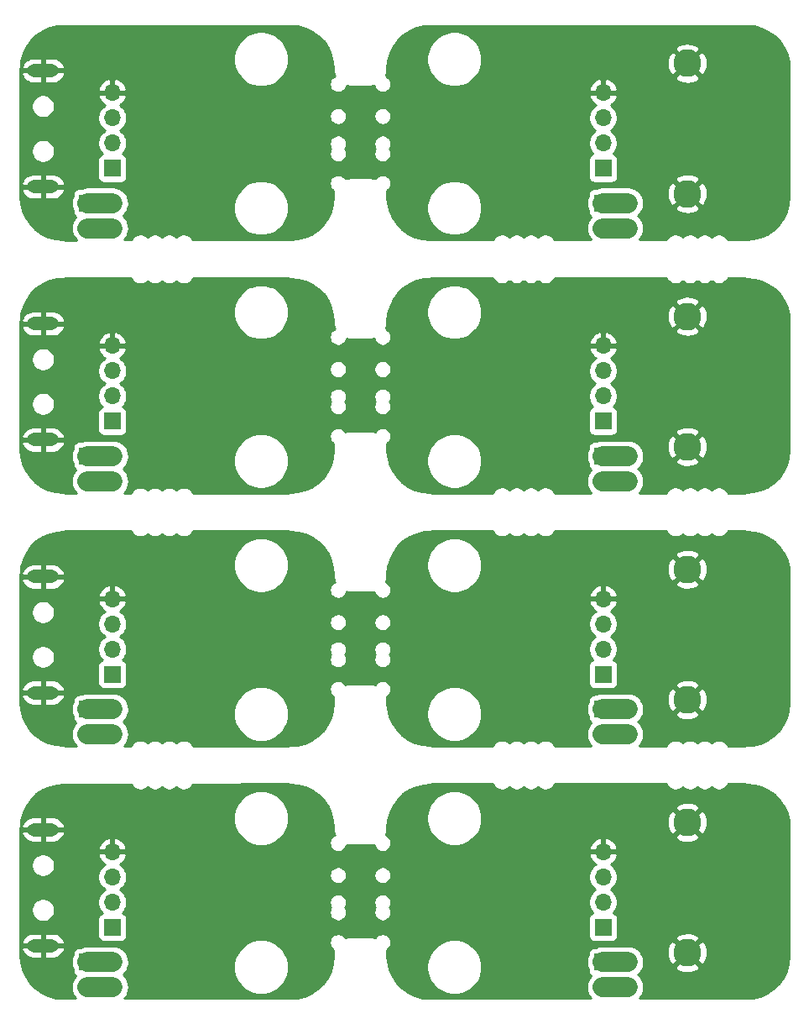
<source format=gbr>
G04 #@! TF.GenerationSoftware,KiCad,Pcbnew,5.1.6-c6e7f7d~86~ubuntu16.04.1*
G04 #@! TF.CreationDate,2020-05-16T13:50:45+09:00*
G04 #@! TF.ProjectId,output.usb_breakout_array,6f757470-7574-42e7-9573-625f62726561,rev?*
G04 #@! TF.SameCoordinates,Original*
G04 #@! TF.FileFunction,Copper,L2,Bot*
G04 #@! TF.FilePolarity,Positive*
%FSLAX46Y46*%
G04 Gerber Fmt 4.6, Leading zero omitted, Abs format (unit mm)*
G04 Created by KiCad (PCBNEW 5.1.6-c6e7f7d~86~ubuntu16.04.1) date 2020-05-16 13:50:45*
%MOMM*%
%LPD*%
G01*
G04 APERTURE LIST*
G04 #@! TA.AperFunction,ComponentPad*
%ADD10C,2.800000*%
G04 #@! TD*
G04 #@! TA.AperFunction,ComponentPad*
%ADD11O,3.200000X1.300000*%
G04 #@! TD*
G04 #@! TA.AperFunction,ComponentPad*
%ADD12R,1.700000X1.700000*%
G04 #@! TD*
G04 #@! TA.AperFunction,ComponentPad*
%ADD13O,1.700000X1.700000*%
G04 #@! TD*
G04 #@! TA.AperFunction,Conductor*
%ADD14C,2.000000*%
G04 #@! TD*
G04 #@! TA.AperFunction,Conductor*
%ADD15C,0.254000*%
G04 #@! TD*
G04 APERTURE END LIST*
D10*
X183000000Y-177070000D03*
X183000000Y-163930000D03*
X183000000Y-151570000D03*
X183000000Y-138430000D03*
X183000000Y-126070000D03*
X183000000Y-112930000D03*
D11*
X118000000Y-176350000D03*
X118000000Y-164650000D03*
X118000000Y-150850000D03*
X118000000Y-139150000D03*
X118000000Y-125350000D03*
X118000000Y-113650000D03*
D12*
X174500000Y-174500000D03*
D13*
X174500000Y-171960000D03*
X174500000Y-169420000D03*
X174500000Y-166880000D03*
D12*
X174500000Y-149000000D03*
D13*
X174500000Y-146460000D03*
X174500000Y-143920000D03*
X174500000Y-141380000D03*
D12*
X174500000Y-123500000D03*
D13*
X174500000Y-120960000D03*
X174500000Y-118420000D03*
X174500000Y-115880000D03*
D12*
X174460000Y-178000000D03*
D13*
X177000000Y-178000000D03*
X174460000Y-180540000D03*
X177000000Y-180540000D03*
D12*
X174460000Y-152500000D03*
D13*
X177000000Y-152500000D03*
X174460000Y-155040000D03*
X177000000Y-155040000D03*
D12*
X174460000Y-127000000D03*
D13*
X177000000Y-127000000D03*
X174460000Y-129540000D03*
X177000000Y-129540000D03*
D12*
X122500000Y-178000000D03*
D13*
X125040000Y-178000000D03*
X122500000Y-180540000D03*
X125040000Y-180540000D03*
D12*
X122500000Y-152500000D03*
D13*
X125040000Y-152500000D03*
X122500000Y-155040000D03*
X125040000Y-155040000D03*
D12*
X122500000Y-127000000D03*
D13*
X125040000Y-127000000D03*
X122500000Y-129540000D03*
X125040000Y-129540000D03*
D12*
X125000000Y-174500000D03*
D13*
X125000000Y-171960000D03*
X125000000Y-169420000D03*
X125000000Y-166880000D03*
D12*
X125000000Y-149000000D03*
D13*
X125000000Y-146460000D03*
X125000000Y-143920000D03*
X125000000Y-141380000D03*
D12*
X125000000Y-123500000D03*
D13*
X125000000Y-120960000D03*
X125000000Y-118420000D03*
X125000000Y-115880000D03*
X177000000Y-104040000D03*
X174460000Y-104040000D03*
X177000000Y-101500000D03*
D12*
X174460000Y-101500000D03*
D13*
X125040000Y-104040000D03*
X122500000Y-104040000D03*
X125040000Y-101500000D03*
D12*
X122500000Y-101500000D03*
D10*
X183000000Y-87430000D03*
X183000000Y-100570000D03*
D13*
X174500000Y-90380000D03*
X174500000Y-92920000D03*
X174500000Y-95460000D03*
D12*
X174500000Y-98000000D03*
D13*
X125000000Y-90380000D03*
X125000000Y-92920000D03*
X125000000Y-95460000D03*
D12*
X125000000Y-98000000D03*
D11*
X118000000Y-88150000D03*
X118000000Y-99850000D03*
D14*
X177000000Y-104040000D02*
X174460000Y-104040000D01*
X177000000Y-101500000D02*
X174460000Y-101500000D01*
X122500000Y-101500000D02*
X125040000Y-101500000D01*
X122500000Y-104040000D02*
X125040000Y-104040000D01*
X177000000Y-129540000D02*
X174460000Y-129540000D01*
X177000000Y-155040000D02*
X174460000Y-155040000D01*
X177000000Y-180540000D02*
X174460000Y-180540000D01*
X122500000Y-127000000D02*
X125040000Y-127000000D01*
X122500000Y-152500000D02*
X125040000Y-152500000D01*
X122500000Y-178000000D02*
X125040000Y-178000000D01*
X177000000Y-127000000D02*
X174460000Y-127000000D01*
X177000000Y-152500000D02*
X174460000Y-152500000D01*
X177000000Y-178000000D02*
X174460000Y-178000000D01*
X122500000Y-129540000D02*
X125040000Y-129540000D01*
X122500000Y-155040000D02*
X125040000Y-155040000D01*
X122500000Y-180540000D02*
X125040000Y-180540000D01*
D15*
G36*
X142850952Y-109110221D02*
G01*
X142934664Y-109122582D01*
X143754748Y-109195773D01*
X144485644Y-109395723D01*
X145169576Y-109721942D01*
X145379795Y-109873000D01*
X140935416Y-109873000D01*
X140812354Y-109822026D01*
X140274299Y-109715000D01*
X139725701Y-109715000D01*
X139187646Y-109822026D01*
X139064584Y-109873000D01*
X117637358Y-109873000D01*
X117946726Y-109665114D01*
X118640570Y-109360537D01*
X119383039Y-109182285D01*
X120053830Y-109133026D01*
X120182787Y-109111909D01*
X120259079Y-109084892D01*
X126872432Y-109082158D01*
X126895158Y-109137024D01*
X127008426Y-109306542D01*
X127152589Y-109450705D01*
X127322107Y-109563973D01*
X127510465Y-109641994D01*
X127710424Y-109681768D01*
X127914302Y-109681768D01*
X128114261Y-109641994D01*
X128302619Y-109563973D01*
X128472137Y-109450705D01*
X128541912Y-109380930D01*
X128611085Y-109450103D01*
X128780603Y-109563371D01*
X128968961Y-109641392D01*
X129168920Y-109681166D01*
X129372798Y-109681166D01*
X129572757Y-109641392D01*
X129761115Y-109563371D01*
X129930633Y-109450103D01*
X130000408Y-109380328D01*
X130069581Y-109449501D01*
X130239099Y-109562769D01*
X130427457Y-109640790D01*
X130627416Y-109680564D01*
X130831294Y-109680564D01*
X131031253Y-109640790D01*
X131219611Y-109562769D01*
X131389129Y-109449501D01*
X131458904Y-109379726D01*
X131528077Y-109448899D01*
X131697595Y-109562167D01*
X131885953Y-109640188D01*
X132085912Y-109679962D01*
X132289790Y-109679962D01*
X132489749Y-109640188D01*
X132678107Y-109562167D01*
X132847625Y-109448899D01*
X132991788Y-109304736D01*
X133105056Y-109135218D01*
X133128105Y-109079573D01*
X142736282Y-109075600D01*
X142850952Y-109110221D01*
G37*
X142850952Y-109110221D02*
X142934664Y-109122582D01*
X143754748Y-109195773D01*
X144485644Y-109395723D01*
X145169576Y-109721942D01*
X145379795Y-109873000D01*
X140935416Y-109873000D01*
X140812354Y-109822026D01*
X140274299Y-109715000D01*
X139725701Y-109715000D01*
X139187646Y-109822026D01*
X139064584Y-109873000D01*
X117637358Y-109873000D01*
X117946726Y-109665114D01*
X118640570Y-109360537D01*
X119383039Y-109182285D01*
X120053830Y-109133026D01*
X120182787Y-109111909D01*
X120259079Y-109084892D01*
X126872432Y-109082158D01*
X126895158Y-109137024D01*
X127008426Y-109306542D01*
X127152589Y-109450705D01*
X127322107Y-109563973D01*
X127510465Y-109641994D01*
X127710424Y-109681768D01*
X127914302Y-109681768D01*
X128114261Y-109641994D01*
X128302619Y-109563973D01*
X128472137Y-109450705D01*
X128541912Y-109380930D01*
X128611085Y-109450103D01*
X128780603Y-109563371D01*
X128968961Y-109641392D01*
X129168920Y-109681166D01*
X129372798Y-109681166D01*
X129572757Y-109641392D01*
X129761115Y-109563371D01*
X129930633Y-109450103D01*
X130000408Y-109380328D01*
X130069581Y-109449501D01*
X130239099Y-109562769D01*
X130427457Y-109640790D01*
X130627416Y-109680564D01*
X130831294Y-109680564D01*
X131031253Y-109640790D01*
X131219611Y-109562769D01*
X131389129Y-109449501D01*
X131458904Y-109379726D01*
X131528077Y-109448899D01*
X131697595Y-109562167D01*
X131885953Y-109640188D01*
X132085912Y-109679962D01*
X132289790Y-109679962D01*
X132489749Y-109640188D01*
X132678107Y-109562167D01*
X132847625Y-109448899D01*
X132991788Y-109304736D01*
X133105056Y-109135218D01*
X133128105Y-109079573D01*
X142736282Y-109075600D01*
X142850952Y-109110221D01*
G36*
X163395051Y-109130749D02*
G01*
X163508319Y-109300267D01*
X163652482Y-109444430D01*
X163822000Y-109557698D01*
X164010358Y-109635719D01*
X164210317Y-109675493D01*
X164414195Y-109675493D01*
X164614154Y-109635719D01*
X164802512Y-109557698D01*
X164972030Y-109444430D01*
X165041507Y-109374953D01*
X165110984Y-109444430D01*
X165280502Y-109557698D01*
X165468860Y-109635719D01*
X165668819Y-109675493D01*
X165872697Y-109675493D01*
X166072656Y-109635719D01*
X166261014Y-109557698D01*
X166430532Y-109444430D01*
X166500009Y-109374953D01*
X166569486Y-109444430D01*
X166739004Y-109557698D01*
X166927362Y-109635719D01*
X167127321Y-109675493D01*
X167331199Y-109675493D01*
X167531158Y-109635719D01*
X167719516Y-109557698D01*
X167889034Y-109444430D01*
X167958511Y-109374953D01*
X168027988Y-109444430D01*
X168197506Y-109557698D01*
X168385864Y-109635719D01*
X168585823Y-109675493D01*
X168789701Y-109675493D01*
X168989660Y-109635719D01*
X169178018Y-109557698D01*
X169347536Y-109444430D01*
X169491699Y-109300267D01*
X169604967Y-109130749D01*
X169627855Y-109075492D01*
X180872169Y-109075492D01*
X180895057Y-109130748D01*
X181008325Y-109300266D01*
X181152488Y-109444429D01*
X181322006Y-109557697D01*
X181510364Y-109635718D01*
X181710323Y-109675492D01*
X181914201Y-109675492D01*
X182114160Y-109635718D01*
X182302518Y-109557697D01*
X182472036Y-109444429D01*
X182541510Y-109374955D01*
X182610984Y-109444429D01*
X182780502Y-109557697D01*
X182968860Y-109635718D01*
X183168819Y-109675492D01*
X183372697Y-109675492D01*
X183572656Y-109635718D01*
X183761014Y-109557697D01*
X183930532Y-109444429D01*
X184000006Y-109374955D01*
X184069480Y-109444429D01*
X184238998Y-109557697D01*
X184427356Y-109635718D01*
X184627315Y-109675492D01*
X184831193Y-109675492D01*
X185031152Y-109635718D01*
X185219510Y-109557697D01*
X185389028Y-109444429D01*
X185458502Y-109374955D01*
X185527976Y-109444429D01*
X185697494Y-109557697D01*
X185885852Y-109635718D01*
X186085811Y-109675492D01*
X186289689Y-109675492D01*
X186489648Y-109635718D01*
X186678006Y-109557697D01*
X186847524Y-109444429D01*
X186991687Y-109300266D01*
X187104955Y-109130748D01*
X187127843Y-109075492D01*
X188735924Y-109075492D01*
X188850952Y-109110221D01*
X188934664Y-109122582D01*
X189754748Y-109195773D01*
X190485644Y-109395723D01*
X191169576Y-109721942D01*
X191379795Y-109873000D01*
X160435416Y-109873000D01*
X160312354Y-109822026D01*
X159774299Y-109715000D01*
X159225701Y-109715000D01*
X158687646Y-109822026D01*
X158564584Y-109873000D01*
X154623210Y-109873000D01*
X154946727Y-109655606D01*
X155640571Y-109351029D01*
X156383040Y-109172777D01*
X157053831Y-109123518D01*
X157182788Y-109102401D01*
X157258775Y-109075492D01*
X163372163Y-109075492D01*
X163395051Y-109130749D01*
G37*
X163395051Y-109130749D02*
X163508319Y-109300267D01*
X163652482Y-109444430D01*
X163822000Y-109557698D01*
X164010358Y-109635719D01*
X164210317Y-109675493D01*
X164414195Y-109675493D01*
X164614154Y-109635719D01*
X164802512Y-109557698D01*
X164972030Y-109444430D01*
X165041507Y-109374953D01*
X165110984Y-109444430D01*
X165280502Y-109557698D01*
X165468860Y-109635719D01*
X165668819Y-109675493D01*
X165872697Y-109675493D01*
X166072656Y-109635719D01*
X166261014Y-109557698D01*
X166430532Y-109444430D01*
X166500009Y-109374953D01*
X166569486Y-109444430D01*
X166739004Y-109557698D01*
X166927362Y-109635719D01*
X167127321Y-109675493D01*
X167331199Y-109675493D01*
X167531158Y-109635719D01*
X167719516Y-109557698D01*
X167889034Y-109444430D01*
X167958511Y-109374953D01*
X168027988Y-109444430D01*
X168197506Y-109557698D01*
X168385864Y-109635719D01*
X168585823Y-109675493D01*
X168789701Y-109675493D01*
X168989660Y-109635719D01*
X169178018Y-109557698D01*
X169347536Y-109444430D01*
X169491699Y-109300267D01*
X169604967Y-109130749D01*
X169627855Y-109075492D01*
X180872169Y-109075492D01*
X180895057Y-109130748D01*
X181008325Y-109300266D01*
X181152488Y-109444429D01*
X181322006Y-109557697D01*
X181510364Y-109635718D01*
X181710323Y-109675492D01*
X181914201Y-109675492D01*
X182114160Y-109635718D01*
X182302518Y-109557697D01*
X182472036Y-109444429D01*
X182541510Y-109374955D01*
X182610984Y-109444429D01*
X182780502Y-109557697D01*
X182968860Y-109635718D01*
X183168819Y-109675492D01*
X183372697Y-109675492D01*
X183572656Y-109635718D01*
X183761014Y-109557697D01*
X183930532Y-109444429D01*
X184000006Y-109374955D01*
X184069480Y-109444429D01*
X184238998Y-109557697D01*
X184427356Y-109635718D01*
X184627315Y-109675492D01*
X184831193Y-109675492D01*
X185031152Y-109635718D01*
X185219510Y-109557697D01*
X185389028Y-109444429D01*
X185458502Y-109374955D01*
X185527976Y-109444429D01*
X185697494Y-109557697D01*
X185885852Y-109635718D01*
X186085811Y-109675492D01*
X186289689Y-109675492D01*
X186489648Y-109635718D01*
X186678006Y-109557697D01*
X186847524Y-109444429D01*
X186991687Y-109300266D01*
X187104955Y-109130748D01*
X187127843Y-109075492D01*
X188735924Y-109075492D01*
X188850952Y-109110221D01*
X188934664Y-109122582D01*
X189754748Y-109195773D01*
X190485644Y-109395723D01*
X191169576Y-109721942D01*
X191379795Y-109873000D01*
X160435416Y-109873000D01*
X160312354Y-109822026D01*
X159774299Y-109715000D01*
X159225701Y-109715000D01*
X158687646Y-109822026D01*
X158564584Y-109873000D01*
X154623210Y-109873000D01*
X154946727Y-109655606D01*
X155640571Y-109351029D01*
X156383040Y-109172777D01*
X157053831Y-109123518D01*
X157182788Y-109102401D01*
X157258775Y-109075492D01*
X163372163Y-109075492D01*
X163395051Y-109130749D01*
G36*
X189754748Y-83695773D02*
G01*
X190485644Y-83895723D01*
X191169576Y-84221942D01*
X191784929Y-84664118D01*
X192312260Y-85208281D01*
X192734887Y-85837218D01*
X193039464Y-86531062D01*
X193217716Y-87273531D01*
X193265001Y-87917441D01*
X193265002Y-100857749D01*
X193194720Y-101645239D01*
X192994770Y-102376134D01*
X192668551Y-103060066D01*
X192226375Y-103675419D01*
X191682212Y-104202750D01*
X191053275Y-104625377D01*
X190359430Y-104929955D01*
X189616962Y-105108205D01*
X188946171Y-105157465D01*
X188817215Y-105178582D01*
X188741228Y-105205491D01*
X187127833Y-105205491D01*
X187104945Y-105150235D01*
X186991677Y-104980717D01*
X186847514Y-104836554D01*
X186677996Y-104723286D01*
X186489638Y-104645265D01*
X186289679Y-104605491D01*
X186085801Y-104605491D01*
X185885842Y-104645265D01*
X185697484Y-104723286D01*
X185527966Y-104836554D01*
X185458492Y-104906028D01*
X185389018Y-104836554D01*
X185219500Y-104723286D01*
X185031142Y-104645265D01*
X184831183Y-104605491D01*
X184627305Y-104605491D01*
X184427346Y-104645265D01*
X184238988Y-104723286D01*
X184069470Y-104836554D01*
X183999996Y-104906028D01*
X183930522Y-104836554D01*
X183761004Y-104723286D01*
X183572646Y-104645265D01*
X183372687Y-104605491D01*
X183168809Y-104605491D01*
X182968850Y-104645265D01*
X182780492Y-104723286D01*
X182610974Y-104836554D01*
X182541500Y-104906028D01*
X182472026Y-104836554D01*
X182302508Y-104723286D01*
X182114150Y-104645265D01*
X181914191Y-104605491D01*
X181710313Y-104605491D01*
X181510354Y-104645265D01*
X181321996Y-104723286D01*
X181152478Y-104836554D01*
X181008315Y-104980717D01*
X180895047Y-105150235D01*
X180872159Y-105205491D01*
X178157112Y-105205491D01*
X178161714Y-105201714D01*
X178366031Y-104952752D01*
X178517852Y-104668715D01*
X178611343Y-104360516D01*
X178642911Y-104040000D01*
X178611343Y-103719484D01*
X178517852Y-103411285D01*
X178366031Y-103127248D01*
X178161714Y-102878286D01*
X178029767Y-102770000D01*
X178161714Y-102661714D01*
X178366031Y-102412752D01*
X178517852Y-102128715D01*
X178559795Y-101990447D01*
X181759158Y-101990447D01*
X181903135Y-102295770D01*
X182260892Y-102476597D01*
X182647053Y-102584155D01*
X183046777Y-102614310D01*
X183444704Y-102565904D01*
X183825540Y-102440795D01*
X184096865Y-102295770D01*
X184240842Y-101990447D01*
X183000000Y-100749605D01*
X181759158Y-101990447D01*
X178559795Y-101990447D01*
X178611343Y-101820516D01*
X178642911Y-101500000D01*
X178611343Y-101179484D01*
X178517852Y-100871285D01*
X178381815Y-100616777D01*
X180955690Y-100616777D01*
X181004096Y-101014704D01*
X181129205Y-101395540D01*
X181274230Y-101666865D01*
X181579553Y-101810842D01*
X182820395Y-100570000D01*
X183179605Y-100570000D01*
X184420447Y-101810842D01*
X184725770Y-101666865D01*
X184906597Y-101309108D01*
X185014155Y-100922947D01*
X185044310Y-100523223D01*
X184995904Y-100125296D01*
X184870795Y-99744460D01*
X184725770Y-99473135D01*
X184420447Y-99329158D01*
X183179605Y-100570000D01*
X182820395Y-100570000D01*
X181579553Y-99329158D01*
X181274230Y-99473135D01*
X181093403Y-99830892D01*
X180985845Y-100217053D01*
X180955690Y-100616777D01*
X178381815Y-100616777D01*
X178366031Y-100587248D01*
X178161714Y-100338286D01*
X177912752Y-100133969D01*
X177628715Y-99982148D01*
X177320516Y-99888657D01*
X177080322Y-99865000D01*
X174379678Y-99865000D01*
X174139484Y-99888657D01*
X173831285Y-99982148D01*
X173775571Y-100011928D01*
X173610000Y-100011928D01*
X173485518Y-100024188D01*
X173365820Y-100060498D01*
X173255506Y-100119463D01*
X173158815Y-100198815D01*
X173079463Y-100295506D01*
X173020498Y-100405820D01*
X172984188Y-100525518D01*
X172971928Y-100650000D01*
X172971928Y-100815571D01*
X172942148Y-100871285D01*
X172848657Y-101179484D01*
X172817089Y-101500000D01*
X172848657Y-101820516D01*
X172942148Y-102128715D01*
X172971928Y-102184429D01*
X172971928Y-102350000D01*
X172984188Y-102474482D01*
X173020498Y-102594180D01*
X173079463Y-102704494D01*
X173158815Y-102801185D01*
X173255506Y-102880537D01*
X173283958Y-102895745D01*
X173093969Y-103127248D01*
X172942148Y-103411285D01*
X172848657Y-103719484D01*
X172817089Y-104040000D01*
X172848657Y-104360516D01*
X172942148Y-104668715D01*
X173093969Y-104952752D01*
X173298286Y-105201714D01*
X173302888Y-105205491D01*
X169627855Y-105205491D01*
X169604967Y-105150234D01*
X169491699Y-104980716D01*
X169347536Y-104836553D01*
X169178018Y-104723285D01*
X168989660Y-104645264D01*
X168789701Y-104605490D01*
X168585823Y-104605490D01*
X168385864Y-104645264D01*
X168197506Y-104723285D01*
X168027988Y-104836553D01*
X167958511Y-104906030D01*
X167889034Y-104836553D01*
X167719516Y-104723285D01*
X167531158Y-104645264D01*
X167331199Y-104605490D01*
X167127321Y-104605490D01*
X166927362Y-104645264D01*
X166739004Y-104723285D01*
X166569486Y-104836553D01*
X166500009Y-104906030D01*
X166430532Y-104836553D01*
X166261014Y-104723285D01*
X166072656Y-104645264D01*
X165872697Y-104605490D01*
X165668819Y-104605490D01*
X165468860Y-104645264D01*
X165280502Y-104723285D01*
X165110984Y-104836553D01*
X165041507Y-104906030D01*
X164972030Y-104836553D01*
X164802512Y-104723285D01*
X164614154Y-104645264D01*
X164414195Y-104605490D01*
X164210317Y-104605490D01*
X164010358Y-104645264D01*
X163822000Y-104723285D01*
X163652482Y-104836553D01*
X163508319Y-104980716D01*
X163395051Y-105150234D01*
X163372163Y-105205491D01*
X157264074Y-105205491D01*
X157149050Y-105170763D01*
X157065338Y-105158402D01*
X156245253Y-105085211D01*
X155514358Y-104885261D01*
X154830426Y-104559042D01*
X154215073Y-104116866D01*
X153687742Y-103572703D01*
X153265115Y-102943766D01*
X152960537Y-102249921D01*
X152834684Y-101725701D01*
X156715000Y-101725701D01*
X156715000Y-102274299D01*
X156822026Y-102812354D01*
X157031965Y-103319192D01*
X157336750Y-103775334D01*
X157724666Y-104163250D01*
X158180808Y-104468035D01*
X158687646Y-104677974D01*
X159225701Y-104785000D01*
X159774299Y-104785000D01*
X160312354Y-104677974D01*
X160819192Y-104468035D01*
X161275334Y-104163250D01*
X161663250Y-103775334D01*
X161968035Y-103319192D01*
X162177974Y-102812354D01*
X162285000Y-102274299D01*
X162285000Y-101725701D01*
X162177974Y-101187646D01*
X161968035Y-100680808D01*
X161663250Y-100224666D01*
X161275334Y-99836750D01*
X160819192Y-99531965D01*
X160312354Y-99322026D01*
X159774299Y-99215000D01*
X159225701Y-99215000D01*
X158687646Y-99322026D01*
X158180808Y-99531965D01*
X157724666Y-99836750D01*
X157336750Y-100224666D01*
X157031965Y-100680808D01*
X156822026Y-101187646D01*
X156715000Y-101725701D01*
X152834684Y-101725701D01*
X152782287Y-101507453D01*
X152735001Y-100863543D01*
X152735001Y-100627393D01*
X152724366Y-100519413D01*
X152723255Y-100515750D01*
X152710360Y-100397366D01*
X152697000Y-100333505D01*
X152685529Y-100273370D01*
X152814155Y-100187424D01*
X152937424Y-100064155D01*
X153034277Y-99919205D01*
X153100990Y-99758145D01*
X153135000Y-99587165D01*
X153135000Y-99412835D01*
X153100990Y-99241855D01*
X153034277Y-99080795D01*
X152937424Y-98935845D01*
X152814155Y-98812576D01*
X152669205Y-98715723D01*
X152508145Y-98649010D01*
X152337165Y-98615000D01*
X152162835Y-98615000D01*
X151991855Y-98649010D01*
X151830795Y-98715723D01*
X151685845Y-98812576D01*
X151562576Y-98935845D01*
X151504394Y-99022920D01*
X151406778Y-98993448D01*
X151341410Y-98980505D01*
X151276269Y-98966659D01*
X151266063Y-98965586D01*
X151071829Y-98946541D01*
X151071819Y-98946541D01*
X151036211Y-98943034D01*
X148948408Y-98943034D01*
X148840428Y-98953669D01*
X148836596Y-98954831D01*
X148718985Y-98967699D01*
X148655295Y-98981055D01*
X148591403Y-98993243D01*
X148581578Y-98996209D01*
X148495552Y-99022839D01*
X148437424Y-98935845D01*
X148314155Y-98812576D01*
X148169205Y-98715723D01*
X148008145Y-98649010D01*
X147837165Y-98615000D01*
X147662835Y-98615000D01*
X147491855Y-98649010D01*
X147330795Y-98715723D01*
X147185845Y-98812576D01*
X147062576Y-98935845D01*
X146965723Y-99080795D01*
X146899010Y-99241855D01*
X146865000Y-99412835D01*
X146865000Y-99587165D01*
X146899010Y-99758145D01*
X146965723Y-99919205D01*
X147062576Y-100064155D01*
X147185845Y-100187424D01*
X147314934Y-100273679D01*
X147302468Y-100336634D01*
X147288627Y-100401750D01*
X147287554Y-100411956D01*
X147268509Y-100606190D01*
X147265001Y-100641809D01*
X147265001Y-100857760D01*
X147194720Y-101645239D01*
X146994770Y-102376134D01*
X146668551Y-103060066D01*
X146226375Y-103675419D01*
X145682212Y-104202750D01*
X145053275Y-104625377D01*
X144359430Y-104929955D01*
X143616962Y-105108205D01*
X142946171Y-105157465D01*
X142817215Y-105178582D01*
X142740923Y-105205599D01*
X133127566Y-105209574D01*
X133104840Y-105154708D01*
X132991572Y-104985190D01*
X132847409Y-104841027D01*
X132677891Y-104727759D01*
X132489533Y-104649738D01*
X132289574Y-104609964D01*
X132085696Y-104609964D01*
X131885737Y-104649738D01*
X131697379Y-104727759D01*
X131527861Y-104841027D01*
X131458086Y-104910802D01*
X131388913Y-104841629D01*
X131219395Y-104728361D01*
X131031037Y-104650340D01*
X130831078Y-104610566D01*
X130627200Y-104610566D01*
X130427241Y-104650340D01*
X130238883Y-104728361D01*
X130069365Y-104841629D01*
X129999590Y-104911404D01*
X129930417Y-104842231D01*
X129760899Y-104728963D01*
X129572541Y-104650942D01*
X129372582Y-104611168D01*
X129168704Y-104611168D01*
X128968745Y-104650942D01*
X128780387Y-104728963D01*
X128610869Y-104842231D01*
X128541094Y-104912006D01*
X128471921Y-104842833D01*
X128302403Y-104729565D01*
X128114045Y-104651544D01*
X127914086Y-104611770D01*
X127710208Y-104611770D01*
X127510249Y-104651544D01*
X127321891Y-104729565D01*
X127152373Y-104842833D01*
X127008210Y-104986996D01*
X126894942Y-105156514D01*
X126871893Y-105212159D01*
X126188642Y-105212442D01*
X126201714Y-105201714D01*
X126406031Y-104952752D01*
X126557852Y-104668715D01*
X126651343Y-104360516D01*
X126682911Y-104040000D01*
X126651343Y-103719484D01*
X126557852Y-103411285D01*
X126406031Y-103127248D01*
X126201714Y-102878286D01*
X126069767Y-102770000D01*
X126201714Y-102661714D01*
X126406031Y-102412752D01*
X126557852Y-102128715D01*
X126651343Y-101820516D01*
X126660681Y-101725701D01*
X137215000Y-101725701D01*
X137215000Y-102274299D01*
X137322026Y-102812354D01*
X137531965Y-103319192D01*
X137836750Y-103775334D01*
X138224666Y-104163250D01*
X138680808Y-104468035D01*
X139187646Y-104677974D01*
X139725701Y-104785000D01*
X140274299Y-104785000D01*
X140812354Y-104677974D01*
X141319192Y-104468035D01*
X141775334Y-104163250D01*
X142163250Y-103775334D01*
X142468035Y-103319192D01*
X142677974Y-102812354D01*
X142785000Y-102274299D01*
X142785000Y-101725701D01*
X142677974Y-101187646D01*
X142468035Y-100680808D01*
X142163250Y-100224666D01*
X141775334Y-99836750D01*
X141319192Y-99531965D01*
X140812354Y-99322026D01*
X140274299Y-99215000D01*
X139725701Y-99215000D01*
X139187646Y-99322026D01*
X138680808Y-99531965D01*
X138224666Y-99836750D01*
X137836750Y-100224666D01*
X137531965Y-100680808D01*
X137322026Y-101187646D01*
X137215000Y-101725701D01*
X126660681Y-101725701D01*
X126682911Y-101500000D01*
X126651343Y-101179484D01*
X126557852Y-100871285D01*
X126406031Y-100587248D01*
X126201714Y-100338286D01*
X125952752Y-100133969D01*
X125668715Y-99982148D01*
X125360516Y-99888657D01*
X125120322Y-99865000D01*
X122419678Y-99865000D01*
X122179484Y-99888657D01*
X121871285Y-99982148D01*
X121815571Y-100011928D01*
X121650000Y-100011928D01*
X121525518Y-100024188D01*
X121405820Y-100060498D01*
X121295506Y-100119463D01*
X121198815Y-100198815D01*
X121119463Y-100295506D01*
X121060498Y-100405820D01*
X121024188Y-100525518D01*
X121011928Y-100650000D01*
X121011928Y-100815571D01*
X120982148Y-100871285D01*
X120888657Y-101179484D01*
X120857089Y-101500000D01*
X120888657Y-101820516D01*
X120982148Y-102128715D01*
X121011928Y-102184429D01*
X121011928Y-102350000D01*
X121024188Y-102474482D01*
X121060498Y-102594180D01*
X121119463Y-102704494D01*
X121198815Y-102801185D01*
X121295506Y-102880537D01*
X121323958Y-102895745D01*
X121133969Y-103127248D01*
X120982148Y-103411285D01*
X120888657Y-103719484D01*
X120857089Y-104040000D01*
X120888657Y-104360516D01*
X120982148Y-104668715D01*
X121133969Y-104952752D01*
X121338286Y-105201714D01*
X121353793Y-105214440D01*
X120263715Y-105214891D01*
X120149049Y-105180271D01*
X120065337Y-105167910D01*
X119245252Y-105094719D01*
X118514357Y-104894769D01*
X117830425Y-104568550D01*
X117215072Y-104126374D01*
X116687741Y-103582211D01*
X116265114Y-102953274D01*
X115960536Y-102259429D01*
X115782286Y-101516961D01*
X115735000Y-100873051D01*
X115735000Y-100175471D01*
X115806901Y-100175471D01*
X115814213Y-100224415D01*
X115911003Y-100458311D01*
X116051564Y-100668830D01*
X116230495Y-100847882D01*
X116440919Y-100988585D01*
X116674749Y-101085533D01*
X116923000Y-101135000D01*
X117873000Y-101135000D01*
X117873000Y-99977000D01*
X118127000Y-99977000D01*
X118127000Y-101135000D01*
X119077000Y-101135000D01*
X119325251Y-101085533D01*
X119559081Y-100988585D01*
X119769505Y-100847882D01*
X119948436Y-100668830D01*
X120088997Y-100458311D01*
X120185787Y-100224415D01*
X120193099Y-100175471D01*
X120069067Y-99977000D01*
X118127000Y-99977000D01*
X117873000Y-99977000D01*
X115930933Y-99977000D01*
X115806901Y-100175471D01*
X115735000Y-100175471D01*
X115735000Y-99524529D01*
X115806901Y-99524529D01*
X115930933Y-99723000D01*
X117873000Y-99723000D01*
X117873000Y-98565000D01*
X118127000Y-98565000D01*
X118127000Y-99723000D01*
X120069067Y-99723000D01*
X120193099Y-99524529D01*
X120185787Y-99475585D01*
X120088997Y-99241689D01*
X119948436Y-99031170D01*
X119769505Y-98852118D01*
X119559081Y-98711415D01*
X119325251Y-98614467D01*
X119077000Y-98565000D01*
X118127000Y-98565000D01*
X117873000Y-98565000D01*
X116923000Y-98565000D01*
X116674749Y-98614467D01*
X116440919Y-98711415D01*
X116230495Y-98852118D01*
X116051564Y-99031170D01*
X115911003Y-99241689D01*
X115814213Y-99475585D01*
X115806901Y-99524529D01*
X115735000Y-99524529D01*
X115735000Y-96133288D01*
X116815000Y-96133288D01*
X116815000Y-96366712D01*
X116860539Y-96595652D01*
X116949866Y-96811308D01*
X117079550Y-97005394D01*
X117244606Y-97170450D01*
X117438692Y-97300134D01*
X117654348Y-97389461D01*
X117883288Y-97435000D01*
X118116712Y-97435000D01*
X118345652Y-97389461D01*
X118561308Y-97300134D01*
X118755394Y-97170450D01*
X118775844Y-97150000D01*
X123511928Y-97150000D01*
X123511928Y-98850000D01*
X123524188Y-98974482D01*
X123560498Y-99094180D01*
X123619463Y-99204494D01*
X123698815Y-99301185D01*
X123795506Y-99380537D01*
X123905820Y-99439502D01*
X124025518Y-99475812D01*
X124150000Y-99488072D01*
X125850000Y-99488072D01*
X125974482Y-99475812D01*
X126094180Y-99439502D01*
X126204494Y-99380537D01*
X126301185Y-99301185D01*
X126380537Y-99204494D01*
X126439502Y-99094180D01*
X126475812Y-98974482D01*
X126488072Y-98850000D01*
X126488072Y-97150000D01*
X126475812Y-97025518D01*
X126439502Y-96905820D01*
X126380537Y-96795506D01*
X126301185Y-96698815D01*
X126204494Y-96619463D01*
X126094180Y-96560498D01*
X126021620Y-96538487D01*
X126153475Y-96406632D01*
X126315990Y-96163411D01*
X126427932Y-95893158D01*
X126485000Y-95606260D01*
X126485000Y-95412835D01*
X146865000Y-95412835D01*
X146865000Y-95587165D01*
X146899010Y-95758145D01*
X146965723Y-95919205D01*
X147019709Y-96000000D01*
X146965723Y-96080795D01*
X146899010Y-96241855D01*
X146865000Y-96412835D01*
X146865000Y-96587165D01*
X146899010Y-96758145D01*
X146965723Y-96919205D01*
X147062576Y-97064155D01*
X147185845Y-97187424D01*
X147330795Y-97284277D01*
X147491855Y-97350990D01*
X147662835Y-97385000D01*
X147837165Y-97385000D01*
X148008145Y-97350990D01*
X148169205Y-97284277D01*
X148314155Y-97187424D01*
X148437424Y-97064155D01*
X148534277Y-96919205D01*
X148600990Y-96758145D01*
X148635000Y-96587165D01*
X148635000Y-96412835D01*
X148600990Y-96241855D01*
X148534277Y-96080795D01*
X148480291Y-96000000D01*
X148534277Y-95919205D01*
X148600990Y-95758145D01*
X148635000Y-95587165D01*
X148635000Y-95412835D01*
X151365000Y-95412835D01*
X151365000Y-95587165D01*
X151399010Y-95758145D01*
X151465723Y-95919205D01*
X151519709Y-96000000D01*
X151465723Y-96080795D01*
X151399010Y-96241855D01*
X151365000Y-96412835D01*
X151365000Y-96587165D01*
X151399010Y-96758145D01*
X151465723Y-96919205D01*
X151562576Y-97064155D01*
X151685845Y-97187424D01*
X151830795Y-97284277D01*
X151991855Y-97350990D01*
X152162835Y-97385000D01*
X152337165Y-97385000D01*
X152508145Y-97350990D01*
X152669205Y-97284277D01*
X152814155Y-97187424D01*
X152851579Y-97150000D01*
X173011928Y-97150000D01*
X173011928Y-98850000D01*
X173024188Y-98974482D01*
X173060498Y-99094180D01*
X173119463Y-99204494D01*
X173198815Y-99301185D01*
X173295506Y-99380537D01*
X173405820Y-99439502D01*
X173525518Y-99475812D01*
X173650000Y-99488072D01*
X175350000Y-99488072D01*
X175474482Y-99475812D01*
X175594180Y-99439502D01*
X175704494Y-99380537D01*
X175801185Y-99301185D01*
X175880537Y-99204494D01*
X175909904Y-99149553D01*
X181759158Y-99149553D01*
X183000000Y-100390395D01*
X184240842Y-99149553D01*
X184096865Y-98844230D01*
X183739108Y-98663403D01*
X183352947Y-98555845D01*
X182953223Y-98525690D01*
X182555296Y-98574096D01*
X182174460Y-98699205D01*
X181903135Y-98844230D01*
X181759158Y-99149553D01*
X175909904Y-99149553D01*
X175939502Y-99094180D01*
X175975812Y-98974482D01*
X175988072Y-98850000D01*
X175988072Y-97150000D01*
X175975812Y-97025518D01*
X175939502Y-96905820D01*
X175880537Y-96795506D01*
X175801185Y-96698815D01*
X175704494Y-96619463D01*
X175594180Y-96560498D01*
X175521620Y-96538487D01*
X175653475Y-96406632D01*
X175815990Y-96163411D01*
X175927932Y-95893158D01*
X175985000Y-95606260D01*
X175985000Y-95313740D01*
X175927932Y-95026842D01*
X175815990Y-94756589D01*
X175653475Y-94513368D01*
X175446632Y-94306525D01*
X175272240Y-94190000D01*
X175446632Y-94073475D01*
X175653475Y-93866632D01*
X175815990Y-93623411D01*
X175927932Y-93353158D01*
X175985000Y-93066260D01*
X175985000Y-92773740D01*
X175927932Y-92486842D01*
X175815990Y-92216589D01*
X175653475Y-91973368D01*
X175446632Y-91766525D01*
X175264466Y-91644805D01*
X175381355Y-91575178D01*
X175597588Y-91380269D01*
X175771641Y-91146920D01*
X175896825Y-90884099D01*
X175941476Y-90736890D01*
X175820155Y-90507000D01*
X174627000Y-90507000D01*
X174627000Y-90527000D01*
X174373000Y-90527000D01*
X174373000Y-90507000D01*
X173179845Y-90507000D01*
X173058524Y-90736890D01*
X173103175Y-90884099D01*
X173228359Y-91146920D01*
X173402412Y-91380269D01*
X173618645Y-91575178D01*
X173735534Y-91644805D01*
X173553368Y-91766525D01*
X173346525Y-91973368D01*
X173184010Y-92216589D01*
X173072068Y-92486842D01*
X173015000Y-92773740D01*
X173015000Y-93066260D01*
X173072068Y-93353158D01*
X173184010Y-93623411D01*
X173346525Y-93866632D01*
X173553368Y-94073475D01*
X173727760Y-94190000D01*
X173553368Y-94306525D01*
X173346525Y-94513368D01*
X173184010Y-94756589D01*
X173072068Y-95026842D01*
X173015000Y-95313740D01*
X173015000Y-95606260D01*
X173072068Y-95893158D01*
X173184010Y-96163411D01*
X173346525Y-96406632D01*
X173478380Y-96538487D01*
X173405820Y-96560498D01*
X173295506Y-96619463D01*
X173198815Y-96698815D01*
X173119463Y-96795506D01*
X173060498Y-96905820D01*
X173024188Y-97025518D01*
X173011928Y-97150000D01*
X152851579Y-97150000D01*
X152937424Y-97064155D01*
X153034277Y-96919205D01*
X153100990Y-96758145D01*
X153135000Y-96587165D01*
X153135000Y-96412835D01*
X153100990Y-96241855D01*
X153034277Y-96080795D01*
X152980291Y-96000000D01*
X153034277Y-95919205D01*
X153100990Y-95758145D01*
X153135000Y-95587165D01*
X153135000Y-95412835D01*
X153100990Y-95241855D01*
X153034277Y-95080795D01*
X152937424Y-94935845D01*
X152814155Y-94812576D01*
X152669205Y-94715723D01*
X152508145Y-94649010D01*
X152337165Y-94615000D01*
X152162835Y-94615000D01*
X151991855Y-94649010D01*
X151830795Y-94715723D01*
X151685845Y-94812576D01*
X151562576Y-94935845D01*
X151465723Y-95080795D01*
X151399010Y-95241855D01*
X151365000Y-95412835D01*
X148635000Y-95412835D01*
X148600990Y-95241855D01*
X148534277Y-95080795D01*
X148437424Y-94935845D01*
X148314155Y-94812576D01*
X148169205Y-94715723D01*
X148008145Y-94649010D01*
X147837165Y-94615000D01*
X147662835Y-94615000D01*
X147491855Y-94649010D01*
X147330795Y-94715723D01*
X147185845Y-94812576D01*
X147062576Y-94935845D01*
X146965723Y-95080795D01*
X146899010Y-95241855D01*
X146865000Y-95412835D01*
X126485000Y-95412835D01*
X126485000Y-95313740D01*
X126427932Y-95026842D01*
X126315990Y-94756589D01*
X126153475Y-94513368D01*
X125946632Y-94306525D01*
X125772240Y-94190000D01*
X125946632Y-94073475D01*
X126153475Y-93866632D01*
X126315990Y-93623411D01*
X126427932Y-93353158D01*
X126485000Y-93066260D01*
X126485000Y-92773740D01*
X126462940Y-92662835D01*
X146865000Y-92662835D01*
X146865000Y-92837165D01*
X146899010Y-93008145D01*
X146965723Y-93169205D01*
X147062576Y-93314155D01*
X147185845Y-93437424D01*
X147330795Y-93534277D01*
X147491855Y-93600990D01*
X147662835Y-93635000D01*
X147837165Y-93635000D01*
X148008145Y-93600990D01*
X148169205Y-93534277D01*
X148314155Y-93437424D01*
X148437424Y-93314155D01*
X148534277Y-93169205D01*
X148600990Y-93008145D01*
X148635000Y-92837165D01*
X148635000Y-92662835D01*
X151365000Y-92662835D01*
X151365000Y-92837165D01*
X151399010Y-93008145D01*
X151465723Y-93169205D01*
X151562576Y-93314155D01*
X151685845Y-93437424D01*
X151830795Y-93534277D01*
X151991855Y-93600990D01*
X152162835Y-93635000D01*
X152337165Y-93635000D01*
X152508145Y-93600990D01*
X152669205Y-93534277D01*
X152814155Y-93437424D01*
X152937424Y-93314155D01*
X153034277Y-93169205D01*
X153100990Y-93008145D01*
X153135000Y-92837165D01*
X153135000Y-92662835D01*
X153100990Y-92491855D01*
X153034277Y-92330795D01*
X152937424Y-92185845D01*
X152814155Y-92062576D01*
X152669205Y-91965723D01*
X152508145Y-91899010D01*
X152337165Y-91865000D01*
X152162835Y-91865000D01*
X151991855Y-91899010D01*
X151830795Y-91965723D01*
X151685845Y-92062576D01*
X151562576Y-92185845D01*
X151465723Y-92330795D01*
X151399010Y-92491855D01*
X151365000Y-92662835D01*
X148635000Y-92662835D01*
X148600990Y-92491855D01*
X148534277Y-92330795D01*
X148437424Y-92185845D01*
X148314155Y-92062576D01*
X148169205Y-91965723D01*
X148008145Y-91899010D01*
X147837165Y-91865000D01*
X147662835Y-91865000D01*
X147491855Y-91899010D01*
X147330795Y-91965723D01*
X147185845Y-92062576D01*
X147062576Y-92185845D01*
X146965723Y-92330795D01*
X146899010Y-92491855D01*
X146865000Y-92662835D01*
X126462940Y-92662835D01*
X126427932Y-92486842D01*
X126315990Y-92216589D01*
X126153475Y-91973368D01*
X125946632Y-91766525D01*
X125764466Y-91644805D01*
X125881355Y-91575178D01*
X126097588Y-91380269D01*
X126271641Y-91146920D01*
X126396825Y-90884099D01*
X126441476Y-90736890D01*
X126320155Y-90507000D01*
X125127000Y-90507000D01*
X125127000Y-90527000D01*
X124873000Y-90527000D01*
X124873000Y-90507000D01*
X123679845Y-90507000D01*
X123558524Y-90736890D01*
X123603175Y-90884099D01*
X123728359Y-91146920D01*
X123902412Y-91380269D01*
X124118645Y-91575178D01*
X124235534Y-91644805D01*
X124053368Y-91766525D01*
X123846525Y-91973368D01*
X123684010Y-92216589D01*
X123572068Y-92486842D01*
X123515000Y-92773740D01*
X123515000Y-93066260D01*
X123572068Y-93353158D01*
X123684010Y-93623411D01*
X123846525Y-93866632D01*
X124053368Y-94073475D01*
X124227760Y-94190000D01*
X124053368Y-94306525D01*
X123846525Y-94513368D01*
X123684010Y-94756589D01*
X123572068Y-95026842D01*
X123515000Y-95313740D01*
X123515000Y-95606260D01*
X123572068Y-95893158D01*
X123684010Y-96163411D01*
X123846525Y-96406632D01*
X123978380Y-96538487D01*
X123905820Y-96560498D01*
X123795506Y-96619463D01*
X123698815Y-96698815D01*
X123619463Y-96795506D01*
X123560498Y-96905820D01*
X123524188Y-97025518D01*
X123511928Y-97150000D01*
X118775844Y-97150000D01*
X118920450Y-97005394D01*
X119050134Y-96811308D01*
X119139461Y-96595652D01*
X119185000Y-96366712D01*
X119185000Y-96133288D01*
X119139461Y-95904348D01*
X119050134Y-95688692D01*
X118920450Y-95494606D01*
X118755394Y-95329550D01*
X118561308Y-95199866D01*
X118345652Y-95110539D01*
X118116712Y-95065000D01*
X117883288Y-95065000D01*
X117654348Y-95110539D01*
X117438692Y-95199866D01*
X117244606Y-95329550D01*
X117079550Y-95494606D01*
X116949866Y-95688692D01*
X116860539Y-95904348D01*
X116815000Y-96133288D01*
X115735000Y-96133288D01*
X115735000Y-91633288D01*
X116815000Y-91633288D01*
X116815000Y-91866712D01*
X116860539Y-92095652D01*
X116949866Y-92311308D01*
X117079550Y-92505394D01*
X117244606Y-92670450D01*
X117438692Y-92800134D01*
X117654348Y-92889461D01*
X117883288Y-92935000D01*
X118116712Y-92935000D01*
X118345652Y-92889461D01*
X118561308Y-92800134D01*
X118755394Y-92670450D01*
X118920450Y-92505394D01*
X119050134Y-92311308D01*
X119139461Y-92095652D01*
X119185000Y-91866712D01*
X119185000Y-91633288D01*
X119139461Y-91404348D01*
X119050134Y-91188692D01*
X118920450Y-90994606D01*
X118755394Y-90829550D01*
X118561308Y-90699866D01*
X118345652Y-90610539D01*
X118116712Y-90565000D01*
X117883288Y-90565000D01*
X117654348Y-90610539D01*
X117438692Y-90699866D01*
X117244606Y-90829550D01*
X117079550Y-90994606D01*
X116949866Y-91188692D01*
X116860539Y-91404348D01*
X116815000Y-91633288D01*
X115735000Y-91633288D01*
X115735000Y-90023110D01*
X123558524Y-90023110D01*
X123679845Y-90253000D01*
X124873000Y-90253000D01*
X124873000Y-89059186D01*
X125127000Y-89059186D01*
X125127000Y-90253000D01*
X126320155Y-90253000D01*
X126441476Y-90023110D01*
X126396825Y-89875901D01*
X126271641Y-89613080D01*
X126097588Y-89379731D01*
X125881355Y-89184822D01*
X125631252Y-89035843D01*
X125356891Y-88938519D01*
X125127000Y-89059186D01*
X124873000Y-89059186D01*
X124643109Y-88938519D01*
X124368748Y-89035843D01*
X124118645Y-89184822D01*
X123902412Y-89379731D01*
X123728359Y-89613080D01*
X123603175Y-89875901D01*
X123558524Y-90023110D01*
X115735000Y-90023110D01*
X115735000Y-88475471D01*
X115806901Y-88475471D01*
X115814213Y-88524415D01*
X115911003Y-88758311D01*
X116051564Y-88968830D01*
X116230495Y-89147882D01*
X116440919Y-89288585D01*
X116674749Y-89385533D01*
X116923000Y-89435000D01*
X117873000Y-89435000D01*
X117873000Y-88277000D01*
X118127000Y-88277000D01*
X118127000Y-89435000D01*
X119077000Y-89435000D01*
X119325251Y-89385533D01*
X119559081Y-89288585D01*
X119769505Y-89147882D01*
X119948436Y-88968830D01*
X120088997Y-88758311D01*
X120185787Y-88524415D01*
X120193099Y-88475471D01*
X120069067Y-88277000D01*
X118127000Y-88277000D01*
X117873000Y-88277000D01*
X115930933Y-88277000D01*
X115806901Y-88475471D01*
X115735000Y-88475471D01*
X115735000Y-87932731D01*
X115744656Y-87824529D01*
X115806901Y-87824529D01*
X115930933Y-88023000D01*
X117873000Y-88023000D01*
X117873000Y-86865000D01*
X118127000Y-86865000D01*
X118127000Y-88023000D01*
X120069067Y-88023000D01*
X120193099Y-87824529D01*
X120185787Y-87775585D01*
X120088997Y-87541689D01*
X119948436Y-87331170D01*
X119769505Y-87152118D01*
X119559081Y-87011415D01*
X119325251Y-86914467D01*
X119077000Y-86865000D01*
X118127000Y-86865000D01*
X117873000Y-86865000D01*
X116923000Y-86865000D01*
X116674749Y-86914467D01*
X116440919Y-87011415D01*
X116230495Y-87152118D01*
X116051564Y-87331170D01*
X115911003Y-87541689D01*
X115814213Y-87775585D01*
X115806901Y-87824529D01*
X115744656Y-87824529D01*
X115805281Y-87145253D01*
X115920057Y-86725701D01*
X137215000Y-86725701D01*
X137215000Y-87274299D01*
X137322026Y-87812354D01*
X137531965Y-88319192D01*
X137836750Y-88775334D01*
X138224666Y-89163250D01*
X138680808Y-89468035D01*
X139187646Y-89677974D01*
X139725701Y-89785000D01*
X140274299Y-89785000D01*
X140812354Y-89677974D01*
X141319192Y-89468035D01*
X141775334Y-89163250D01*
X142163250Y-88775334D01*
X142468035Y-88319192D01*
X142677974Y-87812354D01*
X142785000Y-87274299D01*
X142785000Y-86725701D01*
X142677974Y-86187646D01*
X142468035Y-85680808D01*
X142163250Y-85224666D01*
X141775334Y-84836750D01*
X141319192Y-84531965D01*
X140812354Y-84322026D01*
X140274299Y-84215000D01*
X139725701Y-84215000D01*
X139187646Y-84322026D01*
X138680808Y-84531965D01*
X138224666Y-84836750D01*
X137836750Y-85224666D01*
X137531965Y-85680808D01*
X137322026Y-86187646D01*
X137215000Y-86725701D01*
X115920057Y-86725701D01*
X116005231Y-86414357D01*
X116331450Y-85730425D01*
X116773626Y-85115072D01*
X117317789Y-84587741D01*
X117946726Y-84165114D01*
X118640570Y-83860537D01*
X119383039Y-83682285D01*
X120027113Y-83634988D01*
X142967410Y-83625505D01*
X143754748Y-83695773D01*
X144485644Y-83895723D01*
X145169576Y-84221942D01*
X145784929Y-84664118D01*
X146312257Y-85208279D01*
X146734890Y-85837221D01*
X147039463Y-86531059D01*
X147217715Y-87273530D01*
X147265000Y-87917440D01*
X147265000Y-88036104D01*
X147268093Y-88067503D01*
X147268050Y-88073598D01*
X147269051Y-88083812D01*
X147289452Y-88277908D01*
X147302844Y-88343149D01*
X147315329Y-88408598D01*
X147318295Y-88418423D01*
X147376007Y-88604861D01*
X147401831Y-88666293D01*
X147408755Y-88683431D01*
X147330795Y-88715723D01*
X147185845Y-88812576D01*
X147062576Y-88935845D01*
X146965723Y-89080795D01*
X146899010Y-89241855D01*
X146865000Y-89412835D01*
X146865000Y-89587165D01*
X146899010Y-89758145D01*
X146965723Y-89919205D01*
X147062576Y-90064155D01*
X147185845Y-90187424D01*
X147330795Y-90284277D01*
X147491855Y-90350990D01*
X147662835Y-90385000D01*
X147837165Y-90385000D01*
X148008145Y-90350990D01*
X148169205Y-90284277D01*
X148314155Y-90187424D01*
X148437424Y-90064155D01*
X148534277Y-89919205D01*
X148600990Y-89758145D01*
X148614777Y-89688832D01*
X148658720Y-89697533D01*
X148723836Y-89711374D01*
X148734042Y-89712447D01*
X148928275Y-89731492D01*
X148928277Y-89731492D01*
X148963895Y-89735000D01*
X151036106Y-89735000D01*
X151067505Y-89731907D01*
X151073599Y-89731950D01*
X151083813Y-89730949D01*
X151277909Y-89710548D01*
X151343150Y-89697156D01*
X151385280Y-89689119D01*
X151399010Y-89758145D01*
X151465723Y-89919205D01*
X151562576Y-90064155D01*
X151685845Y-90187424D01*
X151830795Y-90284277D01*
X151991855Y-90350990D01*
X152162835Y-90385000D01*
X152337165Y-90385000D01*
X152508145Y-90350990D01*
X152669205Y-90284277D01*
X152814155Y-90187424D01*
X152937424Y-90064155D01*
X152964849Y-90023110D01*
X173058524Y-90023110D01*
X173179845Y-90253000D01*
X174373000Y-90253000D01*
X174373000Y-89059186D01*
X174627000Y-89059186D01*
X174627000Y-90253000D01*
X175820155Y-90253000D01*
X175941476Y-90023110D01*
X175896825Y-89875901D01*
X175771641Y-89613080D01*
X175597588Y-89379731D01*
X175381355Y-89184822D01*
X175131252Y-89035843D01*
X174856891Y-88938519D01*
X174627000Y-89059186D01*
X174373000Y-89059186D01*
X174143109Y-88938519D01*
X173868748Y-89035843D01*
X173618645Y-89184822D01*
X173402412Y-89379731D01*
X173228359Y-89613080D01*
X173103175Y-89875901D01*
X173058524Y-90023110D01*
X152964849Y-90023110D01*
X153034277Y-89919205D01*
X153100990Y-89758145D01*
X153135000Y-89587165D01*
X153135000Y-89412835D01*
X153100990Y-89241855D01*
X153034277Y-89080795D01*
X152937424Y-88935845D01*
X152814155Y-88812576D01*
X152669205Y-88715723D01*
X152591133Y-88683385D01*
X152598920Y-88664492D01*
X152625142Y-88603311D01*
X152628177Y-88593508D01*
X152684586Y-88406672D01*
X152697534Y-88341280D01*
X152711375Y-88276164D01*
X152712448Y-88265958D01*
X152731493Y-88071725D01*
X152731493Y-88071723D01*
X152735001Y-88036105D01*
X152735001Y-87923223D01*
X152805282Y-87135745D01*
X152917457Y-86725701D01*
X156715000Y-86725701D01*
X156715000Y-87274299D01*
X156822026Y-87812354D01*
X157031965Y-88319192D01*
X157336750Y-88775334D01*
X157724666Y-89163250D01*
X158180808Y-89468035D01*
X158687646Y-89677974D01*
X159225701Y-89785000D01*
X159774299Y-89785000D01*
X160312354Y-89677974D01*
X160819192Y-89468035D01*
X161275334Y-89163250D01*
X161588137Y-88850447D01*
X181759158Y-88850447D01*
X181903135Y-89155770D01*
X182260892Y-89336597D01*
X182647053Y-89444155D01*
X183046777Y-89474310D01*
X183444704Y-89425904D01*
X183825540Y-89300795D01*
X184096865Y-89155770D01*
X184240842Y-88850447D01*
X183000000Y-87609605D01*
X181759158Y-88850447D01*
X161588137Y-88850447D01*
X161663250Y-88775334D01*
X161968035Y-88319192D01*
X162177974Y-87812354D01*
X162244724Y-87476777D01*
X180955690Y-87476777D01*
X181004096Y-87874704D01*
X181129205Y-88255540D01*
X181274230Y-88526865D01*
X181579553Y-88670842D01*
X182820395Y-87430000D01*
X183179605Y-87430000D01*
X184420447Y-88670842D01*
X184725770Y-88526865D01*
X184906597Y-88169108D01*
X185014155Y-87782947D01*
X185044310Y-87383223D01*
X184995904Y-86985296D01*
X184870795Y-86604460D01*
X184725770Y-86333135D01*
X184420447Y-86189158D01*
X183179605Y-87430000D01*
X182820395Y-87430000D01*
X181579553Y-86189158D01*
X181274230Y-86333135D01*
X181093403Y-86690892D01*
X180985845Y-87077053D01*
X180955690Y-87476777D01*
X162244724Y-87476777D01*
X162285000Y-87274299D01*
X162285000Y-86725701D01*
X162177974Y-86187646D01*
X162104206Y-86009553D01*
X181759158Y-86009553D01*
X183000000Y-87250395D01*
X184240842Y-86009553D01*
X184096865Y-85704230D01*
X183739108Y-85523403D01*
X183352947Y-85415845D01*
X182953223Y-85385690D01*
X182555296Y-85434096D01*
X182174460Y-85559205D01*
X181903135Y-85704230D01*
X181759158Y-86009553D01*
X162104206Y-86009553D01*
X161968035Y-85680808D01*
X161663250Y-85224666D01*
X161275334Y-84836750D01*
X160819192Y-84531965D01*
X160312354Y-84322026D01*
X159774299Y-84215000D01*
X159225701Y-84215000D01*
X158687646Y-84322026D01*
X158180808Y-84531965D01*
X157724666Y-84836750D01*
X157336750Y-85224666D01*
X157031965Y-85680808D01*
X156822026Y-86187646D01*
X156715000Y-86725701D01*
X152917457Y-86725701D01*
X153005232Y-86404849D01*
X153331451Y-85720917D01*
X153773627Y-85105564D01*
X154317790Y-84578233D01*
X154946727Y-84155606D01*
X155640571Y-83851029D01*
X156383040Y-83672777D01*
X157026950Y-83625492D01*
X188967270Y-83625492D01*
X189754748Y-83695773D01*
G37*
X189754748Y-83695773D02*
X190485644Y-83895723D01*
X191169576Y-84221942D01*
X191784929Y-84664118D01*
X192312260Y-85208281D01*
X192734887Y-85837218D01*
X193039464Y-86531062D01*
X193217716Y-87273531D01*
X193265001Y-87917441D01*
X193265002Y-100857749D01*
X193194720Y-101645239D01*
X192994770Y-102376134D01*
X192668551Y-103060066D01*
X192226375Y-103675419D01*
X191682212Y-104202750D01*
X191053275Y-104625377D01*
X190359430Y-104929955D01*
X189616962Y-105108205D01*
X188946171Y-105157465D01*
X188817215Y-105178582D01*
X188741228Y-105205491D01*
X187127833Y-105205491D01*
X187104945Y-105150235D01*
X186991677Y-104980717D01*
X186847514Y-104836554D01*
X186677996Y-104723286D01*
X186489638Y-104645265D01*
X186289679Y-104605491D01*
X186085801Y-104605491D01*
X185885842Y-104645265D01*
X185697484Y-104723286D01*
X185527966Y-104836554D01*
X185458492Y-104906028D01*
X185389018Y-104836554D01*
X185219500Y-104723286D01*
X185031142Y-104645265D01*
X184831183Y-104605491D01*
X184627305Y-104605491D01*
X184427346Y-104645265D01*
X184238988Y-104723286D01*
X184069470Y-104836554D01*
X183999996Y-104906028D01*
X183930522Y-104836554D01*
X183761004Y-104723286D01*
X183572646Y-104645265D01*
X183372687Y-104605491D01*
X183168809Y-104605491D01*
X182968850Y-104645265D01*
X182780492Y-104723286D01*
X182610974Y-104836554D01*
X182541500Y-104906028D01*
X182472026Y-104836554D01*
X182302508Y-104723286D01*
X182114150Y-104645265D01*
X181914191Y-104605491D01*
X181710313Y-104605491D01*
X181510354Y-104645265D01*
X181321996Y-104723286D01*
X181152478Y-104836554D01*
X181008315Y-104980717D01*
X180895047Y-105150235D01*
X180872159Y-105205491D01*
X178157112Y-105205491D01*
X178161714Y-105201714D01*
X178366031Y-104952752D01*
X178517852Y-104668715D01*
X178611343Y-104360516D01*
X178642911Y-104040000D01*
X178611343Y-103719484D01*
X178517852Y-103411285D01*
X178366031Y-103127248D01*
X178161714Y-102878286D01*
X178029767Y-102770000D01*
X178161714Y-102661714D01*
X178366031Y-102412752D01*
X178517852Y-102128715D01*
X178559795Y-101990447D01*
X181759158Y-101990447D01*
X181903135Y-102295770D01*
X182260892Y-102476597D01*
X182647053Y-102584155D01*
X183046777Y-102614310D01*
X183444704Y-102565904D01*
X183825540Y-102440795D01*
X184096865Y-102295770D01*
X184240842Y-101990447D01*
X183000000Y-100749605D01*
X181759158Y-101990447D01*
X178559795Y-101990447D01*
X178611343Y-101820516D01*
X178642911Y-101500000D01*
X178611343Y-101179484D01*
X178517852Y-100871285D01*
X178381815Y-100616777D01*
X180955690Y-100616777D01*
X181004096Y-101014704D01*
X181129205Y-101395540D01*
X181274230Y-101666865D01*
X181579553Y-101810842D01*
X182820395Y-100570000D01*
X183179605Y-100570000D01*
X184420447Y-101810842D01*
X184725770Y-101666865D01*
X184906597Y-101309108D01*
X185014155Y-100922947D01*
X185044310Y-100523223D01*
X184995904Y-100125296D01*
X184870795Y-99744460D01*
X184725770Y-99473135D01*
X184420447Y-99329158D01*
X183179605Y-100570000D01*
X182820395Y-100570000D01*
X181579553Y-99329158D01*
X181274230Y-99473135D01*
X181093403Y-99830892D01*
X180985845Y-100217053D01*
X180955690Y-100616777D01*
X178381815Y-100616777D01*
X178366031Y-100587248D01*
X178161714Y-100338286D01*
X177912752Y-100133969D01*
X177628715Y-99982148D01*
X177320516Y-99888657D01*
X177080322Y-99865000D01*
X174379678Y-99865000D01*
X174139484Y-99888657D01*
X173831285Y-99982148D01*
X173775571Y-100011928D01*
X173610000Y-100011928D01*
X173485518Y-100024188D01*
X173365820Y-100060498D01*
X173255506Y-100119463D01*
X173158815Y-100198815D01*
X173079463Y-100295506D01*
X173020498Y-100405820D01*
X172984188Y-100525518D01*
X172971928Y-100650000D01*
X172971928Y-100815571D01*
X172942148Y-100871285D01*
X172848657Y-101179484D01*
X172817089Y-101500000D01*
X172848657Y-101820516D01*
X172942148Y-102128715D01*
X172971928Y-102184429D01*
X172971928Y-102350000D01*
X172984188Y-102474482D01*
X173020498Y-102594180D01*
X173079463Y-102704494D01*
X173158815Y-102801185D01*
X173255506Y-102880537D01*
X173283958Y-102895745D01*
X173093969Y-103127248D01*
X172942148Y-103411285D01*
X172848657Y-103719484D01*
X172817089Y-104040000D01*
X172848657Y-104360516D01*
X172942148Y-104668715D01*
X173093969Y-104952752D01*
X173298286Y-105201714D01*
X173302888Y-105205491D01*
X169627855Y-105205491D01*
X169604967Y-105150234D01*
X169491699Y-104980716D01*
X169347536Y-104836553D01*
X169178018Y-104723285D01*
X168989660Y-104645264D01*
X168789701Y-104605490D01*
X168585823Y-104605490D01*
X168385864Y-104645264D01*
X168197506Y-104723285D01*
X168027988Y-104836553D01*
X167958511Y-104906030D01*
X167889034Y-104836553D01*
X167719516Y-104723285D01*
X167531158Y-104645264D01*
X167331199Y-104605490D01*
X167127321Y-104605490D01*
X166927362Y-104645264D01*
X166739004Y-104723285D01*
X166569486Y-104836553D01*
X166500009Y-104906030D01*
X166430532Y-104836553D01*
X166261014Y-104723285D01*
X166072656Y-104645264D01*
X165872697Y-104605490D01*
X165668819Y-104605490D01*
X165468860Y-104645264D01*
X165280502Y-104723285D01*
X165110984Y-104836553D01*
X165041507Y-104906030D01*
X164972030Y-104836553D01*
X164802512Y-104723285D01*
X164614154Y-104645264D01*
X164414195Y-104605490D01*
X164210317Y-104605490D01*
X164010358Y-104645264D01*
X163822000Y-104723285D01*
X163652482Y-104836553D01*
X163508319Y-104980716D01*
X163395051Y-105150234D01*
X163372163Y-105205491D01*
X157264074Y-105205491D01*
X157149050Y-105170763D01*
X157065338Y-105158402D01*
X156245253Y-105085211D01*
X155514358Y-104885261D01*
X154830426Y-104559042D01*
X154215073Y-104116866D01*
X153687742Y-103572703D01*
X153265115Y-102943766D01*
X152960537Y-102249921D01*
X152834684Y-101725701D01*
X156715000Y-101725701D01*
X156715000Y-102274299D01*
X156822026Y-102812354D01*
X157031965Y-103319192D01*
X157336750Y-103775334D01*
X157724666Y-104163250D01*
X158180808Y-104468035D01*
X158687646Y-104677974D01*
X159225701Y-104785000D01*
X159774299Y-104785000D01*
X160312354Y-104677974D01*
X160819192Y-104468035D01*
X161275334Y-104163250D01*
X161663250Y-103775334D01*
X161968035Y-103319192D01*
X162177974Y-102812354D01*
X162285000Y-102274299D01*
X162285000Y-101725701D01*
X162177974Y-101187646D01*
X161968035Y-100680808D01*
X161663250Y-100224666D01*
X161275334Y-99836750D01*
X160819192Y-99531965D01*
X160312354Y-99322026D01*
X159774299Y-99215000D01*
X159225701Y-99215000D01*
X158687646Y-99322026D01*
X158180808Y-99531965D01*
X157724666Y-99836750D01*
X157336750Y-100224666D01*
X157031965Y-100680808D01*
X156822026Y-101187646D01*
X156715000Y-101725701D01*
X152834684Y-101725701D01*
X152782287Y-101507453D01*
X152735001Y-100863543D01*
X152735001Y-100627393D01*
X152724366Y-100519413D01*
X152723255Y-100515750D01*
X152710360Y-100397366D01*
X152697000Y-100333505D01*
X152685529Y-100273370D01*
X152814155Y-100187424D01*
X152937424Y-100064155D01*
X153034277Y-99919205D01*
X153100990Y-99758145D01*
X153135000Y-99587165D01*
X153135000Y-99412835D01*
X153100990Y-99241855D01*
X153034277Y-99080795D01*
X152937424Y-98935845D01*
X152814155Y-98812576D01*
X152669205Y-98715723D01*
X152508145Y-98649010D01*
X152337165Y-98615000D01*
X152162835Y-98615000D01*
X151991855Y-98649010D01*
X151830795Y-98715723D01*
X151685845Y-98812576D01*
X151562576Y-98935845D01*
X151504394Y-99022920D01*
X151406778Y-98993448D01*
X151341410Y-98980505D01*
X151276269Y-98966659D01*
X151266063Y-98965586D01*
X151071829Y-98946541D01*
X151071819Y-98946541D01*
X151036211Y-98943034D01*
X148948408Y-98943034D01*
X148840428Y-98953669D01*
X148836596Y-98954831D01*
X148718985Y-98967699D01*
X148655295Y-98981055D01*
X148591403Y-98993243D01*
X148581578Y-98996209D01*
X148495552Y-99022839D01*
X148437424Y-98935845D01*
X148314155Y-98812576D01*
X148169205Y-98715723D01*
X148008145Y-98649010D01*
X147837165Y-98615000D01*
X147662835Y-98615000D01*
X147491855Y-98649010D01*
X147330795Y-98715723D01*
X147185845Y-98812576D01*
X147062576Y-98935845D01*
X146965723Y-99080795D01*
X146899010Y-99241855D01*
X146865000Y-99412835D01*
X146865000Y-99587165D01*
X146899010Y-99758145D01*
X146965723Y-99919205D01*
X147062576Y-100064155D01*
X147185845Y-100187424D01*
X147314934Y-100273679D01*
X147302468Y-100336634D01*
X147288627Y-100401750D01*
X147287554Y-100411956D01*
X147268509Y-100606190D01*
X147265001Y-100641809D01*
X147265001Y-100857760D01*
X147194720Y-101645239D01*
X146994770Y-102376134D01*
X146668551Y-103060066D01*
X146226375Y-103675419D01*
X145682212Y-104202750D01*
X145053275Y-104625377D01*
X144359430Y-104929955D01*
X143616962Y-105108205D01*
X142946171Y-105157465D01*
X142817215Y-105178582D01*
X142740923Y-105205599D01*
X133127566Y-105209574D01*
X133104840Y-105154708D01*
X132991572Y-104985190D01*
X132847409Y-104841027D01*
X132677891Y-104727759D01*
X132489533Y-104649738D01*
X132289574Y-104609964D01*
X132085696Y-104609964D01*
X131885737Y-104649738D01*
X131697379Y-104727759D01*
X131527861Y-104841027D01*
X131458086Y-104910802D01*
X131388913Y-104841629D01*
X131219395Y-104728361D01*
X131031037Y-104650340D01*
X130831078Y-104610566D01*
X130627200Y-104610566D01*
X130427241Y-104650340D01*
X130238883Y-104728361D01*
X130069365Y-104841629D01*
X129999590Y-104911404D01*
X129930417Y-104842231D01*
X129760899Y-104728963D01*
X129572541Y-104650942D01*
X129372582Y-104611168D01*
X129168704Y-104611168D01*
X128968745Y-104650942D01*
X128780387Y-104728963D01*
X128610869Y-104842231D01*
X128541094Y-104912006D01*
X128471921Y-104842833D01*
X128302403Y-104729565D01*
X128114045Y-104651544D01*
X127914086Y-104611770D01*
X127710208Y-104611770D01*
X127510249Y-104651544D01*
X127321891Y-104729565D01*
X127152373Y-104842833D01*
X127008210Y-104986996D01*
X126894942Y-105156514D01*
X126871893Y-105212159D01*
X126188642Y-105212442D01*
X126201714Y-105201714D01*
X126406031Y-104952752D01*
X126557852Y-104668715D01*
X126651343Y-104360516D01*
X126682911Y-104040000D01*
X126651343Y-103719484D01*
X126557852Y-103411285D01*
X126406031Y-103127248D01*
X126201714Y-102878286D01*
X126069767Y-102770000D01*
X126201714Y-102661714D01*
X126406031Y-102412752D01*
X126557852Y-102128715D01*
X126651343Y-101820516D01*
X126660681Y-101725701D01*
X137215000Y-101725701D01*
X137215000Y-102274299D01*
X137322026Y-102812354D01*
X137531965Y-103319192D01*
X137836750Y-103775334D01*
X138224666Y-104163250D01*
X138680808Y-104468035D01*
X139187646Y-104677974D01*
X139725701Y-104785000D01*
X140274299Y-104785000D01*
X140812354Y-104677974D01*
X141319192Y-104468035D01*
X141775334Y-104163250D01*
X142163250Y-103775334D01*
X142468035Y-103319192D01*
X142677974Y-102812354D01*
X142785000Y-102274299D01*
X142785000Y-101725701D01*
X142677974Y-101187646D01*
X142468035Y-100680808D01*
X142163250Y-100224666D01*
X141775334Y-99836750D01*
X141319192Y-99531965D01*
X140812354Y-99322026D01*
X140274299Y-99215000D01*
X139725701Y-99215000D01*
X139187646Y-99322026D01*
X138680808Y-99531965D01*
X138224666Y-99836750D01*
X137836750Y-100224666D01*
X137531965Y-100680808D01*
X137322026Y-101187646D01*
X137215000Y-101725701D01*
X126660681Y-101725701D01*
X126682911Y-101500000D01*
X126651343Y-101179484D01*
X126557852Y-100871285D01*
X126406031Y-100587248D01*
X126201714Y-100338286D01*
X125952752Y-100133969D01*
X125668715Y-99982148D01*
X125360516Y-99888657D01*
X125120322Y-99865000D01*
X122419678Y-99865000D01*
X122179484Y-99888657D01*
X121871285Y-99982148D01*
X121815571Y-100011928D01*
X121650000Y-100011928D01*
X121525518Y-100024188D01*
X121405820Y-100060498D01*
X121295506Y-100119463D01*
X121198815Y-100198815D01*
X121119463Y-100295506D01*
X121060498Y-100405820D01*
X121024188Y-100525518D01*
X121011928Y-100650000D01*
X121011928Y-100815571D01*
X120982148Y-100871285D01*
X120888657Y-101179484D01*
X120857089Y-101500000D01*
X120888657Y-101820516D01*
X120982148Y-102128715D01*
X121011928Y-102184429D01*
X121011928Y-102350000D01*
X121024188Y-102474482D01*
X121060498Y-102594180D01*
X121119463Y-102704494D01*
X121198815Y-102801185D01*
X121295506Y-102880537D01*
X121323958Y-102895745D01*
X121133969Y-103127248D01*
X120982148Y-103411285D01*
X120888657Y-103719484D01*
X120857089Y-104040000D01*
X120888657Y-104360516D01*
X120982148Y-104668715D01*
X121133969Y-104952752D01*
X121338286Y-105201714D01*
X121353793Y-105214440D01*
X120263715Y-105214891D01*
X120149049Y-105180271D01*
X120065337Y-105167910D01*
X119245252Y-105094719D01*
X118514357Y-104894769D01*
X117830425Y-104568550D01*
X117215072Y-104126374D01*
X116687741Y-103582211D01*
X116265114Y-102953274D01*
X115960536Y-102259429D01*
X115782286Y-101516961D01*
X115735000Y-100873051D01*
X115735000Y-100175471D01*
X115806901Y-100175471D01*
X115814213Y-100224415D01*
X115911003Y-100458311D01*
X116051564Y-100668830D01*
X116230495Y-100847882D01*
X116440919Y-100988585D01*
X116674749Y-101085533D01*
X116923000Y-101135000D01*
X117873000Y-101135000D01*
X117873000Y-99977000D01*
X118127000Y-99977000D01*
X118127000Y-101135000D01*
X119077000Y-101135000D01*
X119325251Y-101085533D01*
X119559081Y-100988585D01*
X119769505Y-100847882D01*
X119948436Y-100668830D01*
X120088997Y-100458311D01*
X120185787Y-100224415D01*
X120193099Y-100175471D01*
X120069067Y-99977000D01*
X118127000Y-99977000D01*
X117873000Y-99977000D01*
X115930933Y-99977000D01*
X115806901Y-100175471D01*
X115735000Y-100175471D01*
X115735000Y-99524529D01*
X115806901Y-99524529D01*
X115930933Y-99723000D01*
X117873000Y-99723000D01*
X117873000Y-98565000D01*
X118127000Y-98565000D01*
X118127000Y-99723000D01*
X120069067Y-99723000D01*
X120193099Y-99524529D01*
X120185787Y-99475585D01*
X120088997Y-99241689D01*
X119948436Y-99031170D01*
X119769505Y-98852118D01*
X119559081Y-98711415D01*
X119325251Y-98614467D01*
X119077000Y-98565000D01*
X118127000Y-98565000D01*
X117873000Y-98565000D01*
X116923000Y-98565000D01*
X116674749Y-98614467D01*
X116440919Y-98711415D01*
X116230495Y-98852118D01*
X116051564Y-99031170D01*
X115911003Y-99241689D01*
X115814213Y-99475585D01*
X115806901Y-99524529D01*
X115735000Y-99524529D01*
X115735000Y-96133288D01*
X116815000Y-96133288D01*
X116815000Y-96366712D01*
X116860539Y-96595652D01*
X116949866Y-96811308D01*
X117079550Y-97005394D01*
X117244606Y-97170450D01*
X117438692Y-97300134D01*
X117654348Y-97389461D01*
X117883288Y-97435000D01*
X118116712Y-97435000D01*
X118345652Y-97389461D01*
X118561308Y-97300134D01*
X118755394Y-97170450D01*
X118775844Y-97150000D01*
X123511928Y-97150000D01*
X123511928Y-98850000D01*
X123524188Y-98974482D01*
X123560498Y-99094180D01*
X123619463Y-99204494D01*
X123698815Y-99301185D01*
X123795506Y-99380537D01*
X123905820Y-99439502D01*
X124025518Y-99475812D01*
X124150000Y-99488072D01*
X125850000Y-99488072D01*
X125974482Y-99475812D01*
X126094180Y-99439502D01*
X126204494Y-99380537D01*
X126301185Y-99301185D01*
X126380537Y-99204494D01*
X126439502Y-99094180D01*
X126475812Y-98974482D01*
X126488072Y-98850000D01*
X126488072Y-97150000D01*
X126475812Y-97025518D01*
X126439502Y-96905820D01*
X126380537Y-96795506D01*
X126301185Y-96698815D01*
X126204494Y-96619463D01*
X126094180Y-96560498D01*
X126021620Y-96538487D01*
X126153475Y-96406632D01*
X126315990Y-96163411D01*
X126427932Y-95893158D01*
X126485000Y-95606260D01*
X126485000Y-95412835D01*
X146865000Y-95412835D01*
X146865000Y-95587165D01*
X146899010Y-95758145D01*
X146965723Y-95919205D01*
X147019709Y-96000000D01*
X146965723Y-96080795D01*
X146899010Y-96241855D01*
X146865000Y-96412835D01*
X146865000Y-96587165D01*
X146899010Y-96758145D01*
X146965723Y-96919205D01*
X147062576Y-97064155D01*
X147185845Y-97187424D01*
X147330795Y-97284277D01*
X147491855Y-97350990D01*
X147662835Y-97385000D01*
X147837165Y-97385000D01*
X148008145Y-97350990D01*
X148169205Y-97284277D01*
X148314155Y-97187424D01*
X148437424Y-97064155D01*
X148534277Y-96919205D01*
X148600990Y-96758145D01*
X148635000Y-96587165D01*
X148635000Y-96412835D01*
X148600990Y-96241855D01*
X148534277Y-96080795D01*
X148480291Y-96000000D01*
X148534277Y-95919205D01*
X148600990Y-95758145D01*
X148635000Y-95587165D01*
X148635000Y-95412835D01*
X151365000Y-95412835D01*
X151365000Y-95587165D01*
X151399010Y-95758145D01*
X151465723Y-95919205D01*
X151519709Y-96000000D01*
X151465723Y-96080795D01*
X151399010Y-96241855D01*
X151365000Y-96412835D01*
X151365000Y-96587165D01*
X151399010Y-96758145D01*
X151465723Y-96919205D01*
X151562576Y-97064155D01*
X151685845Y-97187424D01*
X151830795Y-97284277D01*
X151991855Y-97350990D01*
X152162835Y-97385000D01*
X152337165Y-97385000D01*
X152508145Y-97350990D01*
X152669205Y-97284277D01*
X152814155Y-97187424D01*
X152851579Y-97150000D01*
X173011928Y-97150000D01*
X173011928Y-98850000D01*
X173024188Y-98974482D01*
X173060498Y-99094180D01*
X173119463Y-99204494D01*
X173198815Y-99301185D01*
X173295506Y-99380537D01*
X173405820Y-99439502D01*
X173525518Y-99475812D01*
X173650000Y-99488072D01*
X175350000Y-99488072D01*
X175474482Y-99475812D01*
X175594180Y-99439502D01*
X175704494Y-99380537D01*
X175801185Y-99301185D01*
X175880537Y-99204494D01*
X175909904Y-99149553D01*
X181759158Y-99149553D01*
X183000000Y-100390395D01*
X184240842Y-99149553D01*
X184096865Y-98844230D01*
X183739108Y-98663403D01*
X183352947Y-98555845D01*
X182953223Y-98525690D01*
X182555296Y-98574096D01*
X182174460Y-98699205D01*
X181903135Y-98844230D01*
X181759158Y-99149553D01*
X175909904Y-99149553D01*
X175939502Y-99094180D01*
X175975812Y-98974482D01*
X175988072Y-98850000D01*
X175988072Y-97150000D01*
X175975812Y-97025518D01*
X175939502Y-96905820D01*
X175880537Y-96795506D01*
X175801185Y-96698815D01*
X175704494Y-96619463D01*
X175594180Y-96560498D01*
X175521620Y-96538487D01*
X175653475Y-96406632D01*
X175815990Y-96163411D01*
X175927932Y-95893158D01*
X175985000Y-95606260D01*
X175985000Y-95313740D01*
X175927932Y-95026842D01*
X175815990Y-94756589D01*
X175653475Y-94513368D01*
X175446632Y-94306525D01*
X175272240Y-94190000D01*
X175446632Y-94073475D01*
X175653475Y-93866632D01*
X175815990Y-93623411D01*
X175927932Y-93353158D01*
X175985000Y-93066260D01*
X175985000Y-92773740D01*
X175927932Y-92486842D01*
X175815990Y-92216589D01*
X175653475Y-91973368D01*
X175446632Y-91766525D01*
X175264466Y-91644805D01*
X175381355Y-91575178D01*
X175597588Y-91380269D01*
X175771641Y-91146920D01*
X175896825Y-90884099D01*
X175941476Y-90736890D01*
X175820155Y-90507000D01*
X174627000Y-90507000D01*
X174627000Y-90527000D01*
X174373000Y-90527000D01*
X174373000Y-90507000D01*
X173179845Y-90507000D01*
X173058524Y-90736890D01*
X173103175Y-90884099D01*
X173228359Y-91146920D01*
X173402412Y-91380269D01*
X173618645Y-91575178D01*
X173735534Y-91644805D01*
X173553368Y-91766525D01*
X173346525Y-91973368D01*
X173184010Y-92216589D01*
X173072068Y-92486842D01*
X173015000Y-92773740D01*
X173015000Y-93066260D01*
X173072068Y-93353158D01*
X173184010Y-93623411D01*
X173346525Y-93866632D01*
X173553368Y-94073475D01*
X173727760Y-94190000D01*
X173553368Y-94306525D01*
X173346525Y-94513368D01*
X173184010Y-94756589D01*
X173072068Y-95026842D01*
X173015000Y-95313740D01*
X173015000Y-95606260D01*
X173072068Y-95893158D01*
X173184010Y-96163411D01*
X173346525Y-96406632D01*
X173478380Y-96538487D01*
X173405820Y-96560498D01*
X173295506Y-96619463D01*
X173198815Y-96698815D01*
X173119463Y-96795506D01*
X173060498Y-96905820D01*
X173024188Y-97025518D01*
X173011928Y-97150000D01*
X152851579Y-97150000D01*
X152937424Y-97064155D01*
X153034277Y-96919205D01*
X153100990Y-96758145D01*
X153135000Y-96587165D01*
X153135000Y-96412835D01*
X153100990Y-96241855D01*
X153034277Y-96080795D01*
X152980291Y-96000000D01*
X153034277Y-95919205D01*
X153100990Y-95758145D01*
X153135000Y-95587165D01*
X153135000Y-95412835D01*
X153100990Y-95241855D01*
X153034277Y-95080795D01*
X152937424Y-94935845D01*
X152814155Y-94812576D01*
X152669205Y-94715723D01*
X152508145Y-94649010D01*
X152337165Y-94615000D01*
X152162835Y-94615000D01*
X151991855Y-94649010D01*
X151830795Y-94715723D01*
X151685845Y-94812576D01*
X151562576Y-94935845D01*
X151465723Y-95080795D01*
X151399010Y-95241855D01*
X151365000Y-95412835D01*
X148635000Y-95412835D01*
X148600990Y-95241855D01*
X148534277Y-95080795D01*
X148437424Y-94935845D01*
X148314155Y-94812576D01*
X148169205Y-94715723D01*
X148008145Y-94649010D01*
X147837165Y-94615000D01*
X147662835Y-94615000D01*
X147491855Y-94649010D01*
X147330795Y-94715723D01*
X147185845Y-94812576D01*
X147062576Y-94935845D01*
X146965723Y-95080795D01*
X146899010Y-95241855D01*
X146865000Y-95412835D01*
X126485000Y-95412835D01*
X126485000Y-95313740D01*
X126427932Y-95026842D01*
X126315990Y-94756589D01*
X126153475Y-94513368D01*
X125946632Y-94306525D01*
X125772240Y-94190000D01*
X125946632Y-94073475D01*
X126153475Y-93866632D01*
X126315990Y-93623411D01*
X126427932Y-93353158D01*
X126485000Y-93066260D01*
X126485000Y-92773740D01*
X126462940Y-92662835D01*
X146865000Y-92662835D01*
X146865000Y-92837165D01*
X146899010Y-93008145D01*
X146965723Y-93169205D01*
X147062576Y-93314155D01*
X147185845Y-93437424D01*
X147330795Y-93534277D01*
X147491855Y-93600990D01*
X147662835Y-93635000D01*
X147837165Y-93635000D01*
X148008145Y-93600990D01*
X148169205Y-93534277D01*
X148314155Y-93437424D01*
X148437424Y-93314155D01*
X148534277Y-93169205D01*
X148600990Y-93008145D01*
X148635000Y-92837165D01*
X148635000Y-92662835D01*
X151365000Y-92662835D01*
X151365000Y-92837165D01*
X151399010Y-93008145D01*
X151465723Y-93169205D01*
X151562576Y-93314155D01*
X151685845Y-93437424D01*
X151830795Y-93534277D01*
X151991855Y-93600990D01*
X152162835Y-93635000D01*
X152337165Y-93635000D01*
X152508145Y-93600990D01*
X152669205Y-93534277D01*
X152814155Y-93437424D01*
X152937424Y-93314155D01*
X153034277Y-93169205D01*
X153100990Y-93008145D01*
X153135000Y-92837165D01*
X153135000Y-92662835D01*
X153100990Y-92491855D01*
X153034277Y-92330795D01*
X152937424Y-92185845D01*
X152814155Y-92062576D01*
X152669205Y-91965723D01*
X152508145Y-91899010D01*
X152337165Y-91865000D01*
X152162835Y-91865000D01*
X151991855Y-91899010D01*
X151830795Y-91965723D01*
X151685845Y-92062576D01*
X151562576Y-92185845D01*
X151465723Y-92330795D01*
X151399010Y-92491855D01*
X151365000Y-92662835D01*
X148635000Y-92662835D01*
X148600990Y-92491855D01*
X148534277Y-92330795D01*
X148437424Y-92185845D01*
X148314155Y-92062576D01*
X148169205Y-91965723D01*
X148008145Y-91899010D01*
X147837165Y-91865000D01*
X147662835Y-91865000D01*
X147491855Y-91899010D01*
X147330795Y-91965723D01*
X147185845Y-92062576D01*
X147062576Y-92185845D01*
X146965723Y-92330795D01*
X146899010Y-92491855D01*
X146865000Y-92662835D01*
X126462940Y-92662835D01*
X126427932Y-92486842D01*
X126315990Y-92216589D01*
X126153475Y-91973368D01*
X125946632Y-91766525D01*
X125764466Y-91644805D01*
X125881355Y-91575178D01*
X126097588Y-91380269D01*
X126271641Y-91146920D01*
X126396825Y-90884099D01*
X126441476Y-90736890D01*
X126320155Y-90507000D01*
X125127000Y-90507000D01*
X125127000Y-90527000D01*
X124873000Y-90527000D01*
X124873000Y-90507000D01*
X123679845Y-90507000D01*
X123558524Y-90736890D01*
X123603175Y-90884099D01*
X123728359Y-91146920D01*
X123902412Y-91380269D01*
X124118645Y-91575178D01*
X124235534Y-91644805D01*
X124053368Y-91766525D01*
X123846525Y-91973368D01*
X123684010Y-92216589D01*
X123572068Y-92486842D01*
X123515000Y-92773740D01*
X123515000Y-93066260D01*
X123572068Y-93353158D01*
X123684010Y-93623411D01*
X123846525Y-93866632D01*
X124053368Y-94073475D01*
X124227760Y-94190000D01*
X124053368Y-94306525D01*
X123846525Y-94513368D01*
X123684010Y-94756589D01*
X123572068Y-95026842D01*
X123515000Y-95313740D01*
X123515000Y-95606260D01*
X123572068Y-95893158D01*
X123684010Y-96163411D01*
X123846525Y-96406632D01*
X123978380Y-96538487D01*
X123905820Y-96560498D01*
X123795506Y-96619463D01*
X123698815Y-96698815D01*
X123619463Y-96795506D01*
X123560498Y-96905820D01*
X123524188Y-97025518D01*
X123511928Y-97150000D01*
X118775844Y-97150000D01*
X118920450Y-97005394D01*
X119050134Y-96811308D01*
X119139461Y-96595652D01*
X119185000Y-96366712D01*
X119185000Y-96133288D01*
X119139461Y-95904348D01*
X119050134Y-95688692D01*
X118920450Y-95494606D01*
X118755394Y-95329550D01*
X118561308Y-95199866D01*
X118345652Y-95110539D01*
X118116712Y-95065000D01*
X117883288Y-95065000D01*
X117654348Y-95110539D01*
X117438692Y-95199866D01*
X117244606Y-95329550D01*
X117079550Y-95494606D01*
X116949866Y-95688692D01*
X116860539Y-95904348D01*
X116815000Y-96133288D01*
X115735000Y-96133288D01*
X115735000Y-91633288D01*
X116815000Y-91633288D01*
X116815000Y-91866712D01*
X116860539Y-92095652D01*
X116949866Y-92311308D01*
X117079550Y-92505394D01*
X117244606Y-92670450D01*
X117438692Y-92800134D01*
X117654348Y-92889461D01*
X117883288Y-92935000D01*
X118116712Y-92935000D01*
X118345652Y-92889461D01*
X118561308Y-92800134D01*
X118755394Y-92670450D01*
X118920450Y-92505394D01*
X119050134Y-92311308D01*
X119139461Y-92095652D01*
X119185000Y-91866712D01*
X119185000Y-91633288D01*
X119139461Y-91404348D01*
X119050134Y-91188692D01*
X118920450Y-90994606D01*
X118755394Y-90829550D01*
X118561308Y-90699866D01*
X118345652Y-90610539D01*
X118116712Y-90565000D01*
X117883288Y-90565000D01*
X117654348Y-90610539D01*
X117438692Y-90699866D01*
X117244606Y-90829550D01*
X117079550Y-90994606D01*
X116949866Y-91188692D01*
X116860539Y-91404348D01*
X116815000Y-91633288D01*
X115735000Y-91633288D01*
X115735000Y-90023110D01*
X123558524Y-90023110D01*
X123679845Y-90253000D01*
X124873000Y-90253000D01*
X124873000Y-89059186D01*
X125127000Y-89059186D01*
X125127000Y-90253000D01*
X126320155Y-90253000D01*
X126441476Y-90023110D01*
X126396825Y-89875901D01*
X126271641Y-89613080D01*
X126097588Y-89379731D01*
X125881355Y-89184822D01*
X125631252Y-89035843D01*
X125356891Y-88938519D01*
X125127000Y-89059186D01*
X124873000Y-89059186D01*
X124643109Y-88938519D01*
X124368748Y-89035843D01*
X124118645Y-89184822D01*
X123902412Y-89379731D01*
X123728359Y-89613080D01*
X123603175Y-89875901D01*
X123558524Y-90023110D01*
X115735000Y-90023110D01*
X115735000Y-88475471D01*
X115806901Y-88475471D01*
X115814213Y-88524415D01*
X115911003Y-88758311D01*
X116051564Y-88968830D01*
X116230495Y-89147882D01*
X116440919Y-89288585D01*
X116674749Y-89385533D01*
X116923000Y-89435000D01*
X117873000Y-89435000D01*
X117873000Y-88277000D01*
X118127000Y-88277000D01*
X118127000Y-89435000D01*
X119077000Y-89435000D01*
X119325251Y-89385533D01*
X119559081Y-89288585D01*
X119769505Y-89147882D01*
X119948436Y-88968830D01*
X120088997Y-88758311D01*
X120185787Y-88524415D01*
X120193099Y-88475471D01*
X120069067Y-88277000D01*
X118127000Y-88277000D01*
X117873000Y-88277000D01*
X115930933Y-88277000D01*
X115806901Y-88475471D01*
X115735000Y-88475471D01*
X115735000Y-87932731D01*
X115744656Y-87824529D01*
X115806901Y-87824529D01*
X115930933Y-88023000D01*
X117873000Y-88023000D01*
X117873000Y-86865000D01*
X118127000Y-86865000D01*
X118127000Y-88023000D01*
X120069067Y-88023000D01*
X120193099Y-87824529D01*
X120185787Y-87775585D01*
X120088997Y-87541689D01*
X119948436Y-87331170D01*
X119769505Y-87152118D01*
X119559081Y-87011415D01*
X119325251Y-86914467D01*
X119077000Y-86865000D01*
X118127000Y-86865000D01*
X117873000Y-86865000D01*
X116923000Y-86865000D01*
X116674749Y-86914467D01*
X116440919Y-87011415D01*
X116230495Y-87152118D01*
X116051564Y-87331170D01*
X115911003Y-87541689D01*
X115814213Y-87775585D01*
X115806901Y-87824529D01*
X115744656Y-87824529D01*
X115805281Y-87145253D01*
X115920057Y-86725701D01*
X137215000Y-86725701D01*
X137215000Y-87274299D01*
X137322026Y-87812354D01*
X137531965Y-88319192D01*
X137836750Y-88775334D01*
X138224666Y-89163250D01*
X138680808Y-89468035D01*
X139187646Y-89677974D01*
X139725701Y-89785000D01*
X140274299Y-89785000D01*
X140812354Y-89677974D01*
X141319192Y-89468035D01*
X141775334Y-89163250D01*
X142163250Y-88775334D01*
X142468035Y-88319192D01*
X142677974Y-87812354D01*
X142785000Y-87274299D01*
X142785000Y-86725701D01*
X142677974Y-86187646D01*
X142468035Y-85680808D01*
X142163250Y-85224666D01*
X141775334Y-84836750D01*
X141319192Y-84531965D01*
X140812354Y-84322026D01*
X140274299Y-84215000D01*
X139725701Y-84215000D01*
X139187646Y-84322026D01*
X138680808Y-84531965D01*
X138224666Y-84836750D01*
X137836750Y-85224666D01*
X137531965Y-85680808D01*
X137322026Y-86187646D01*
X137215000Y-86725701D01*
X115920057Y-86725701D01*
X116005231Y-86414357D01*
X116331450Y-85730425D01*
X116773626Y-85115072D01*
X117317789Y-84587741D01*
X117946726Y-84165114D01*
X118640570Y-83860537D01*
X119383039Y-83682285D01*
X120027113Y-83634988D01*
X142967410Y-83625505D01*
X143754748Y-83695773D01*
X144485644Y-83895723D01*
X145169576Y-84221942D01*
X145784929Y-84664118D01*
X146312257Y-85208279D01*
X146734890Y-85837221D01*
X147039463Y-86531059D01*
X147217715Y-87273530D01*
X147265000Y-87917440D01*
X147265000Y-88036104D01*
X147268093Y-88067503D01*
X147268050Y-88073598D01*
X147269051Y-88083812D01*
X147289452Y-88277908D01*
X147302844Y-88343149D01*
X147315329Y-88408598D01*
X147318295Y-88418423D01*
X147376007Y-88604861D01*
X147401831Y-88666293D01*
X147408755Y-88683431D01*
X147330795Y-88715723D01*
X147185845Y-88812576D01*
X147062576Y-88935845D01*
X146965723Y-89080795D01*
X146899010Y-89241855D01*
X146865000Y-89412835D01*
X146865000Y-89587165D01*
X146899010Y-89758145D01*
X146965723Y-89919205D01*
X147062576Y-90064155D01*
X147185845Y-90187424D01*
X147330795Y-90284277D01*
X147491855Y-90350990D01*
X147662835Y-90385000D01*
X147837165Y-90385000D01*
X148008145Y-90350990D01*
X148169205Y-90284277D01*
X148314155Y-90187424D01*
X148437424Y-90064155D01*
X148534277Y-89919205D01*
X148600990Y-89758145D01*
X148614777Y-89688832D01*
X148658720Y-89697533D01*
X148723836Y-89711374D01*
X148734042Y-89712447D01*
X148928275Y-89731492D01*
X148928277Y-89731492D01*
X148963895Y-89735000D01*
X151036106Y-89735000D01*
X151067505Y-89731907D01*
X151073599Y-89731950D01*
X151083813Y-89730949D01*
X151277909Y-89710548D01*
X151343150Y-89697156D01*
X151385280Y-89689119D01*
X151399010Y-89758145D01*
X151465723Y-89919205D01*
X151562576Y-90064155D01*
X151685845Y-90187424D01*
X151830795Y-90284277D01*
X151991855Y-90350990D01*
X152162835Y-90385000D01*
X152337165Y-90385000D01*
X152508145Y-90350990D01*
X152669205Y-90284277D01*
X152814155Y-90187424D01*
X152937424Y-90064155D01*
X152964849Y-90023110D01*
X173058524Y-90023110D01*
X173179845Y-90253000D01*
X174373000Y-90253000D01*
X174373000Y-89059186D01*
X174627000Y-89059186D01*
X174627000Y-90253000D01*
X175820155Y-90253000D01*
X175941476Y-90023110D01*
X175896825Y-89875901D01*
X175771641Y-89613080D01*
X175597588Y-89379731D01*
X175381355Y-89184822D01*
X175131252Y-89035843D01*
X174856891Y-88938519D01*
X174627000Y-89059186D01*
X174373000Y-89059186D01*
X174143109Y-88938519D01*
X173868748Y-89035843D01*
X173618645Y-89184822D01*
X173402412Y-89379731D01*
X173228359Y-89613080D01*
X173103175Y-89875901D01*
X173058524Y-90023110D01*
X152964849Y-90023110D01*
X153034277Y-89919205D01*
X153100990Y-89758145D01*
X153135000Y-89587165D01*
X153135000Y-89412835D01*
X153100990Y-89241855D01*
X153034277Y-89080795D01*
X152937424Y-88935845D01*
X152814155Y-88812576D01*
X152669205Y-88715723D01*
X152591133Y-88683385D01*
X152598920Y-88664492D01*
X152625142Y-88603311D01*
X152628177Y-88593508D01*
X152684586Y-88406672D01*
X152697534Y-88341280D01*
X152711375Y-88276164D01*
X152712448Y-88265958D01*
X152731493Y-88071725D01*
X152731493Y-88071723D01*
X152735001Y-88036105D01*
X152735001Y-87923223D01*
X152805282Y-87135745D01*
X152917457Y-86725701D01*
X156715000Y-86725701D01*
X156715000Y-87274299D01*
X156822026Y-87812354D01*
X157031965Y-88319192D01*
X157336750Y-88775334D01*
X157724666Y-89163250D01*
X158180808Y-89468035D01*
X158687646Y-89677974D01*
X159225701Y-89785000D01*
X159774299Y-89785000D01*
X160312354Y-89677974D01*
X160819192Y-89468035D01*
X161275334Y-89163250D01*
X161588137Y-88850447D01*
X181759158Y-88850447D01*
X181903135Y-89155770D01*
X182260892Y-89336597D01*
X182647053Y-89444155D01*
X183046777Y-89474310D01*
X183444704Y-89425904D01*
X183825540Y-89300795D01*
X184096865Y-89155770D01*
X184240842Y-88850447D01*
X183000000Y-87609605D01*
X181759158Y-88850447D01*
X161588137Y-88850447D01*
X161663250Y-88775334D01*
X161968035Y-88319192D01*
X162177974Y-87812354D01*
X162244724Y-87476777D01*
X180955690Y-87476777D01*
X181004096Y-87874704D01*
X181129205Y-88255540D01*
X181274230Y-88526865D01*
X181579553Y-88670842D01*
X182820395Y-87430000D01*
X183179605Y-87430000D01*
X184420447Y-88670842D01*
X184725770Y-88526865D01*
X184906597Y-88169108D01*
X185014155Y-87782947D01*
X185044310Y-87383223D01*
X184995904Y-86985296D01*
X184870795Y-86604460D01*
X184725770Y-86333135D01*
X184420447Y-86189158D01*
X183179605Y-87430000D01*
X182820395Y-87430000D01*
X181579553Y-86189158D01*
X181274230Y-86333135D01*
X181093403Y-86690892D01*
X180985845Y-87077053D01*
X180955690Y-87476777D01*
X162244724Y-87476777D01*
X162285000Y-87274299D01*
X162285000Y-86725701D01*
X162177974Y-86187646D01*
X162104206Y-86009553D01*
X181759158Y-86009553D01*
X183000000Y-87250395D01*
X184240842Y-86009553D01*
X184096865Y-85704230D01*
X183739108Y-85523403D01*
X183352947Y-85415845D01*
X182953223Y-85385690D01*
X182555296Y-85434096D01*
X182174460Y-85559205D01*
X181903135Y-85704230D01*
X181759158Y-86009553D01*
X162104206Y-86009553D01*
X161968035Y-85680808D01*
X161663250Y-85224666D01*
X161275334Y-84836750D01*
X160819192Y-84531965D01*
X160312354Y-84322026D01*
X159774299Y-84215000D01*
X159225701Y-84215000D01*
X158687646Y-84322026D01*
X158180808Y-84531965D01*
X157724666Y-84836750D01*
X157336750Y-85224666D01*
X157031965Y-85680808D01*
X156822026Y-86187646D01*
X156715000Y-86725701D01*
X152917457Y-86725701D01*
X153005232Y-86404849D01*
X153331451Y-85720917D01*
X153773627Y-85105564D01*
X154317790Y-84578233D01*
X154946727Y-84155606D01*
X155640571Y-83851029D01*
X156383040Y-83672777D01*
X157026950Y-83625492D01*
X188967270Y-83625492D01*
X189754748Y-83695773D01*
G36*
X142850952Y-134610221D02*
G01*
X142934664Y-134622582D01*
X143754748Y-134695773D01*
X144485644Y-134895723D01*
X145169576Y-135221942D01*
X145379795Y-135373000D01*
X140935416Y-135373000D01*
X140812354Y-135322026D01*
X140274299Y-135215000D01*
X139725701Y-135215000D01*
X139187646Y-135322026D01*
X139064584Y-135373000D01*
X117637358Y-135373000D01*
X117946726Y-135165114D01*
X118640570Y-134860537D01*
X119383039Y-134682285D01*
X120053830Y-134633026D01*
X120182787Y-134611909D01*
X120259079Y-134584892D01*
X126872432Y-134582158D01*
X126895158Y-134637024D01*
X127008426Y-134806542D01*
X127152589Y-134950705D01*
X127322107Y-135063973D01*
X127510465Y-135141994D01*
X127710424Y-135181768D01*
X127914302Y-135181768D01*
X128114261Y-135141994D01*
X128302619Y-135063973D01*
X128472137Y-134950705D01*
X128541912Y-134880930D01*
X128611085Y-134950103D01*
X128780603Y-135063371D01*
X128968961Y-135141392D01*
X129168920Y-135181166D01*
X129372798Y-135181166D01*
X129572757Y-135141392D01*
X129761115Y-135063371D01*
X129930633Y-134950103D01*
X130000408Y-134880328D01*
X130069581Y-134949501D01*
X130239099Y-135062769D01*
X130427457Y-135140790D01*
X130627416Y-135180564D01*
X130831294Y-135180564D01*
X131031253Y-135140790D01*
X131219611Y-135062769D01*
X131389129Y-134949501D01*
X131458904Y-134879726D01*
X131528077Y-134948899D01*
X131697595Y-135062167D01*
X131885953Y-135140188D01*
X132085912Y-135179962D01*
X132289790Y-135179962D01*
X132489749Y-135140188D01*
X132678107Y-135062167D01*
X132847625Y-134948899D01*
X132991788Y-134804736D01*
X133105056Y-134635218D01*
X133128105Y-134579573D01*
X142736282Y-134575600D01*
X142850952Y-134610221D01*
G37*
X142850952Y-134610221D02*
X142934664Y-134622582D01*
X143754748Y-134695773D01*
X144485644Y-134895723D01*
X145169576Y-135221942D01*
X145379795Y-135373000D01*
X140935416Y-135373000D01*
X140812354Y-135322026D01*
X140274299Y-135215000D01*
X139725701Y-135215000D01*
X139187646Y-135322026D01*
X139064584Y-135373000D01*
X117637358Y-135373000D01*
X117946726Y-135165114D01*
X118640570Y-134860537D01*
X119383039Y-134682285D01*
X120053830Y-134633026D01*
X120182787Y-134611909D01*
X120259079Y-134584892D01*
X126872432Y-134582158D01*
X126895158Y-134637024D01*
X127008426Y-134806542D01*
X127152589Y-134950705D01*
X127322107Y-135063973D01*
X127510465Y-135141994D01*
X127710424Y-135181768D01*
X127914302Y-135181768D01*
X128114261Y-135141994D01*
X128302619Y-135063973D01*
X128472137Y-134950705D01*
X128541912Y-134880930D01*
X128611085Y-134950103D01*
X128780603Y-135063371D01*
X128968961Y-135141392D01*
X129168920Y-135181166D01*
X129372798Y-135181166D01*
X129572757Y-135141392D01*
X129761115Y-135063371D01*
X129930633Y-134950103D01*
X130000408Y-134880328D01*
X130069581Y-134949501D01*
X130239099Y-135062769D01*
X130427457Y-135140790D01*
X130627416Y-135180564D01*
X130831294Y-135180564D01*
X131031253Y-135140790D01*
X131219611Y-135062769D01*
X131389129Y-134949501D01*
X131458904Y-134879726D01*
X131528077Y-134948899D01*
X131697595Y-135062167D01*
X131885953Y-135140188D01*
X132085912Y-135179962D01*
X132289790Y-135179962D01*
X132489749Y-135140188D01*
X132678107Y-135062167D01*
X132847625Y-134948899D01*
X132991788Y-134804736D01*
X133105056Y-134635218D01*
X133128105Y-134579573D01*
X142736282Y-134575600D01*
X142850952Y-134610221D01*
G36*
X163395051Y-134630749D02*
G01*
X163508319Y-134800267D01*
X163652482Y-134944430D01*
X163822000Y-135057698D01*
X164010358Y-135135719D01*
X164210317Y-135175493D01*
X164414195Y-135175493D01*
X164614154Y-135135719D01*
X164802512Y-135057698D01*
X164972030Y-134944430D01*
X165041507Y-134874953D01*
X165110984Y-134944430D01*
X165280502Y-135057698D01*
X165468860Y-135135719D01*
X165668819Y-135175493D01*
X165872697Y-135175493D01*
X166072656Y-135135719D01*
X166261014Y-135057698D01*
X166430532Y-134944430D01*
X166500009Y-134874953D01*
X166569486Y-134944430D01*
X166739004Y-135057698D01*
X166927362Y-135135719D01*
X167127321Y-135175493D01*
X167331199Y-135175493D01*
X167531158Y-135135719D01*
X167719516Y-135057698D01*
X167889034Y-134944430D01*
X167958511Y-134874953D01*
X168027988Y-134944430D01*
X168197506Y-135057698D01*
X168385864Y-135135719D01*
X168585823Y-135175493D01*
X168789701Y-135175493D01*
X168989660Y-135135719D01*
X169178018Y-135057698D01*
X169347536Y-134944430D01*
X169491699Y-134800267D01*
X169604967Y-134630749D01*
X169627855Y-134575492D01*
X180872169Y-134575492D01*
X180895057Y-134630748D01*
X181008325Y-134800266D01*
X181152488Y-134944429D01*
X181322006Y-135057697D01*
X181510364Y-135135718D01*
X181710323Y-135175492D01*
X181914201Y-135175492D01*
X182114160Y-135135718D01*
X182302518Y-135057697D01*
X182472036Y-134944429D01*
X182541510Y-134874955D01*
X182610984Y-134944429D01*
X182780502Y-135057697D01*
X182968860Y-135135718D01*
X183168819Y-135175492D01*
X183372697Y-135175492D01*
X183572656Y-135135718D01*
X183761014Y-135057697D01*
X183930532Y-134944429D01*
X184000006Y-134874955D01*
X184069480Y-134944429D01*
X184238998Y-135057697D01*
X184427356Y-135135718D01*
X184627315Y-135175492D01*
X184831193Y-135175492D01*
X185031152Y-135135718D01*
X185219510Y-135057697D01*
X185389028Y-134944429D01*
X185458502Y-134874955D01*
X185527976Y-134944429D01*
X185697494Y-135057697D01*
X185885852Y-135135718D01*
X186085811Y-135175492D01*
X186289689Y-135175492D01*
X186489648Y-135135718D01*
X186678006Y-135057697D01*
X186847524Y-134944429D01*
X186991687Y-134800266D01*
X187104955Y-134630748D01*
X187127843Y-134575492D01*
X188735924Y-134575492D01*
X188850952Y-134610221D01*
X188934664Y-134622582D01*
X189754748Y-134695773D01*
X190485644Y-134895723D01*
X191169576Y-135221942D01*
X191379795Y-135373000D01*
X160435416Y-135373000D01*
X160312354Y-135322026D01*
X159774299Y-135215000D01*
X159225701Y-135215000D01*
X158687646Y-135322026D01*
X158564584Y-135373000D01*
X154623210Y-135373000D01*
X154946727Y-135155606D01*
X155640571Y-134851029D01*
X156383040Y-134672777D01*
X157053831Y-134623518D01*
X157182788Y-134602401D01*
X157258775Y-134575492D01*
X163372163Y-134575492D01*
X163395051Y-134630749D01*
G37*
X163395051Y-134630749D02*
X163508319Y-134800267D01*
X163652482Y-134944430D01*
X163822000Y-135057698D01*
X164010358Y-135135719D01*
X164210317Y-135175493D01*
X164414195Y-135175493D01*
X164614154Y-135135719D01*
X164802512Y-135057698D01*
X164972030Y-134944430D01*
X165041507Y-134874953D01*
X165110984Y-134944430D01*
X165280502Y-135057698D01*
X165468860Y-135135719D01*
X165668819Y-135175493D01*
X165872697Y-135175493D01*
X166072656Y-135135719D01*
X166261014Y-135057698D01*
X166430532Y-134944430D01*
X166500009Y-134874953D01*
X166569486Y-134944430D01*
X166739004Y-135057698D01*
X166927362Y-135135719D01*
X167127321Y-135175493D01*
X167331199Y-135175493D01*
X167531158Y-135135719D01*
X167719516Y-135057698D01*
X167889034Y-134944430D01*
X167958511Y-134874953D01*
X168027988Y-134944430D01*
X168197506Y-135057698D01*
X168385864Y-135135719D01*
X168585823Y-135175493D01*
X168789701Y-135175493D01*
X168989660Y-135135719D01*
X169178018Y-135057698D01*
X169347536Y-134944430D01*
X169491699Y-134800267D01*
X169604967Y-134630749D01*
X169627855Y-134575492D01*
X180872169Y-134575492D01*
X180895057Y-134630748D01*
X181008325Y-134800266D01*
X181152488Y-134944429D01*
X181322006Y-135057697D01*
X181510364Y-135135718D01*
X181710323Y-135175492D01*
X181914201Y-135175492D01*
X182114160Y-135135718D01*
X182302518Y-135057697D01*
X182472036Y-134944429D01*
X182541510Y-134874955D01*
X182610984Y-134944429D01*
X182780502Y-135057697D01*
X182968860Y-135135718D01*
X183168819Y-135175492D01*
X183372697Y-135175492D01*
X183572656Y-135135718D01*
X183761014Y-135057697D01*
X183930532Y-134944429D01*
X184000006Y-134874955D01*
X184069480Y-134944429D01*
X184238998Y-135057697D01*
X184427356Y-135135718D01*
X184627315Y-135175492D01*
X184831193Y-135175492D01*
X185031152Y-135135718D01*
X185219510Y-135057697D01*
X185389028Y-134944429D01*
X185458502Y-134874955D01*
X185527976Y-134944429D01*
X185697494Y-135057697D01*
X185885852Y-135135718D01*
X186085811Y-135175492D01*
X186289689Y-135175492D01*
X186489648Y-135135718D01*
X186678006Y-135057697D01*
X186847524Y-134944429D01*
X186991687Y-134800266D01*
X187104955Y-134630748D01*
X187127843Y-134575492D01*
X188735924Y-134575492D01*
X188850952Y-134610221D01*
X188934664Y-134622582D01*
X189754748Y-134695773D01*
X190485644Y-134895723D01*
X191169576Y-135221942D01*
X191379795Y-135373000D01*
X160435416Y-135373000D01*
X160312354Y-135322026D01*
X159774299Y-135215000D01*
X159225701Y-135215000D01*
X158687646Y-135322026D01*
X158564584Y-135373000D01*
X154623210Y-135373000D01*
X154946727Y-135155606D01*
X155640571Y-134851029D01*
X156383040Y-134672777D01*
X157053831Y-134623518D01*
X157182788Y-134602401D01*
X157258775Y-134575492D01*
X163372163Y-134575492D01*
X163395051Y-134630749D01*
G36*
X163395051Y-109130749D02*
G01*
X163508319Y-109300267D01*
X163652482Y-109444430D01*
X163822000Y-109557698D01*
X164010358Y-109635719D01*
X164210317Y-109675493D01*
X164414195Y-109675493D01*
X164614154Y-109635719D01*
X164802512Y-109557698D01*
X164972030Y-109444430D01*
X165041507Y-109374953D01*
X165110984Y-109444430D01*
X165280502Y-109557698D01*
X165468860Y-109635719D01*
X165668819Y-109675493D01*
X165872697Y-109675493D01*
X166072656Y-109635719D01*
X166261014Y-109557698D01*
X166430532Y-109444430D01*
X166500009Y-109374953D01*
X166569486Y-109444430D01*
X166739004Y-109557698D01*
X166927362Y-109635719D01*
X167127321Y-109675493D01*
X167331199Y-109675493D01*
X167531158Y-109635719D01*
X167719516Y-109557698D01*
X167889034Y-109444430D01*
X167958511Y-109374953D01*
X168027988Y-109444430D01*
X168197506Y-109557698D01*
X168385864Y-109635719D01*
X168585823Y-109675493D01*
X168789701Y-109675493D01*
X168989660Y-109635719D01*
X169178018Y-109557698D01*
X169347536Y-109444430D01*
X169491699Y-109300267D01*
X169604967Y-109130749D01*
X169627855Y-109075492D01*
X180872169Y-109075492D01*
X180895057Y-109130748D01*
X181008325Y-109300266D01*
X181152488Y-109444429D01*
X181322006Y-109557697D01*
X181510364Y-109635718D01*
X181710323Y-109675492D01*
X181914201Y-109675492D01*
X182114160Y-109635718D01*
X182302518Y-109557697D01*
X182472036Y-109444429D01*
X182541510Y-109374955D01*
X182610984Y-109444429D01*
X182780502Y-109557697D01*
X182968860Y-109635718D01*
X183168819Y-109675492D01*
X183372697Y-109675492D01*
X183572656Y-109635718D01*
X183761014Y-109557697D01*
X183930532Y-109444429D01*
X184000006Y-109374955D01*
X184069480Y-109444429D01*
X184238998Y-109557697D01*
X184427356Y-109635718D01*
X184627315Y-109675492D01*
X184831193Y-109675492D01*
X185031152Y-109635718D01*
X185219510Y-109557697D01*
X185389028Y-109444429D01*
X185458502Y-109374955D01*
X185527976Y-109444429D01*
X185697494Y-109557697D01*
X185885852Y-109635718D01*
X186085811Y-109675492D01*
X186289689Y-109675492D01*
X186489648Y-109635718D01*
X186678006Y-109557697D01*
X186847524Y-109444429D01*
X186991687Y-109300266D01*
X187104955Y-109130748D01*
X187127843Y-109075492D01*
X188735924Y-109075492D01*
X188850952Y-109110221D01*
X188934664Y-109122582D01*
X189754748Y-109195773D01*
X190485644Y-109395723D01*
X191169576Y-109721942D01*
X191784929Y-110164118D01*
X192312260Y-110708281D01*
X192734887Y-111337218D01*
X193039464Y-112031062D01*
X193217716Y-112773531D01*
X193265001Y-113417441D01*
X193265002Y-126357749D01*
X193194720Y-127145239D01*
X192994770Y-127876134D01*
X192668551Y-128560066D01*
X192226375Y-129175419D01*
X191682212Y-129702750D01*
X191053275Y-130125377D01*
X190359430Y-130429955D01*
X189616962Y-130608205D01*
X188946171Y-130657465D01*
X188817215Y-130678582D01*
X188741228Y-130705491D01*
X187127833Y-130705491D01*
X187104945Y-130650235D01*
X186991677Y-130480717D01*
X186847514Y-130336554D01*
X186677996Y-130223286D01*
X186489638Y-130145265D01*
X186289679Y-130105491D01*
X186085801Y-130105491D01*
X185885842Y-130145265D01*
X185697484Y-130223286D01*
X185527966Y-130336554D01*
X185458492Y-130406028D01*
X185389018Y-130336554D01*
X185219500Y-130223286D01*
X185031142Y-130145265D01*
X184831183Y-130105491D01*
X184627305Y-130105491D01*
X184427346Y-130145265D01*
X184238988Y-130223286D01*
X184069470Y-130336554D01*
X183999996Y-130406028D01*
X183930522Y-130336554D01*
X183761004Y-130223286D01*
X183572646Y-130145265D01*
X183372687Y-130105491D01*
X183168809Y-130105491D01*
X182968850Y-130145265D01*
X182780492Y-130223286D01*
X182610974Y-130336554D01*
X182541500Y-130406028D01*
X182472026Y-130336554D01*
X182302508Y-130223286D01*
X182114150Y-130145265D01*
X181914191Y-130105491D01*
X181710313Y-130105491D01*
X181510354Y-130145265D01*
X181321996Y-130223286D01*
X181152478Y-130336554D01*
X181008315Y-130480717D01*
X180895047Y-130650235D01*
X180872159Y-130705491D01*
X178157112Y-130705491D01*
X178161714Y-130701714D01*
X178366031Y-130452752D01*
X178517852Y-130168715D01*
X178611343Y-129860516D01*
X178642911Y-129540000D01*
X178611343Y-129219484D01*
X178517852Y-128911285D01*
X178366031Y-128627248D01*
X178161714Y-128378286D01*
X178029767Y-128270000D01*
X178161714Y-128161714D01*
X178366031Y-127912752D01*
X178517852Y-127628715D01*
X178559795Y-127490447D01*
X181759158Y-127490447D01*
X181903135Y-127795770D01*
X182260892Y-127976597D01*
X182647053Y-128084155D01*
X183046777Y-128114310D01*
X183444704Y-128065904D01*
X183825540Y-127940795D01*
X184096865Y-127795770D01*
X184240842Y-127490447D01*
X183000000Y-126249605D01*
X181759158Y-127490447D01*
X178559795Y-127490447D01*
X178611343Y-127320516D01*
X178642911Y-127000000D01*
X178611343Y-126679484D01*
X178517852Y-126371285D01*
X178381815Y-126116777D01*
X180955690Y-126116777D01*
X181004096Y-126514704D01*
X181129205Y-126895540D01*
X181274230Y-127166865D01*
X181579553Y-127310842D01*
X182820395Y-126070000D01*
X183179605Y-126070000D01*
X184420447Y-127310842D01*
X184725770Y-127166865D01*
X184906597Y-126809108D01*
X185014155Y-126422947D01*
X185044310Y-126023223D01*
X184995904Y-125625296D01*
X184870795Y-125244460D01*
X184725770Y-124973135D01*
X184420447Y-124829158D01*
X183179605Y-126070000D01*
X182820395Y-126070000D01*
X181579553Y-124829158D01*
X181274230Y-124973135D01*
X181093403Y-125330892D01*
X180985845Y-125717053D01*
X180955690Y-126116777D01*
X178381815Y-126116777D01*
X178366031Y-126087248D01*
X178161714Y-125838286D01*
X177912752Y-125633969D01*
X177628715Y-125482148D01*
X177320516Y-125388657D01*
X177080322Y-125365000D01*
X174379678Y-125365000D01*
X174139484Y-125388657D01*
X173831285Y-125482148D01*
X173775571Y-125511928D01*
X173610000Y-125511928D01*
X173485518Y-125524188D01*
X173365820Y-125560498D01*
X173255506Y-125619463D01*
X173158815Y-125698815D01*
X173079463Y-125795506D01*
X173020498Y-125905820D01*
X172984188Y-126025518D01*
X172971928Y-126150000D01*
X172971928Y-126315571D01*
X172942148Y-126371285D01*
X172848657Y-126679484D01*
X172817089Y-127000000D01*
X172848657Y-127320516D01*
X172942148Y-127628715D01*
X172971928Y-127684429D01*
X172971928Y-127850000D01*
X172984188Y-127974482D01*
X173020498Y-128094180D01*
X173079463Y-128204494D01*
X173158815Y-128301185D01*
X173255506Y-128380537D01*
X173283958Y-128395745D01*
X173093969Y-128627248D01*
X172942148Y-128911285D01*
X172848657Y-129219484D01*
X172817089Y-129540000D01*
X172848657Y-129860516D01*
X172942148Y-130168715D01*
X173093969Y-130452752D01*
X173298286Y-130701714D01*
X173302888Y-130705491D01*
X169627855Y-130705491D01*
X169604967Y-130650234D01*
X169491699Y-130480716D01*
X169347536Y-130336553D01*
X169178018Y-130223285D01*
X168989660Y-130145264D01*
X168789701Y-130105490D01*
X168585823Y-130105490D01*
X168385864Y-130145264D01*
X168197506Y-130223285D01*
X168027988Y-130336553D01*
X167958511Y-130406030D01*
X167889034Y-130336553D01*
X167719516Y-130223285D01*
X167531158Y-130145264D01*
X167331199Y-130105490D01*
X167127321Y-130105490D01*
X166927362Y-130145264D01*
X166739004Y-130223285D01*
X166569486Y-130336553D01*
X166500009Y-130406030D01*
X166430532Y-130336553D01*
X166261014Y-130223285D01*
X166072656Y-130145264D01*
X165872697Y-130105490D01*
X165668819Y-130105490D01*
X165468860Y-130145264D01*
X165280502Y-130223285D01*
X165110984Y-130336553D01*
X165041507Y-130406030D01*
X164972030Y-130336553D01*
X164802512Y-130223285D01*
X164614154Y-130145264D01*
X164414195Y-130105490D01*
X164210317Y-130105490D01*
X164010358Y-130145264D01*
X163822000Y-130223285D01*
X163652482Y-130336553D01*
X163508319Y-130480716D01*
X163395051Y-130650234D01*
X163372163Y-130705491D01*
X157264074Y-130705491D01*
X157149050Y-130670763D01*
X157065338Y-130658402D01*
X156245253Y-130585211D01*
X155514358Y-130385261D01*
X154830426Y-130059042D01*
X154215073Y-129616866D01*
X153687742Y-129072703D01*
X153265115Y-128443766D01*
X152960537Y-127749921D01*
X152834684Y-127225701D01*
X156715000Y-127225701D01*
X156715000Y-127774299D01*
X156822026Y-128312354D01*
X157031965Y-128819192D01*
X157336750Y-129275334D01*
X157724666Y-129663250D01*
X158180808Y-129968035D01*
X158687646Y-130177974D01*
X159225701Y-130285000D01*
X159774299Y-130285000D01*
X160312354Y-130177974D01*
X160819192Y-129968035D01*
X161275334Y-129663250D01*
X161663250Y-129275334D01*
X161968035Y-128819192D01*
X162177974Y-128312354D01*
X162285000Y-127774299D01*
X162285000Y-127225701D01*
X162177974Y-126687646D01*
X161968035Y-126180808D01*
X161663250Y-125724666D01*
X161275334Y-125336750D01*
X160819192Y-125031965D01*
X160312354Y-124822026D01*
X159774299Y-124715000D01*
X159225701Y-124715000D01*
X158687646Y-124822026D01*
X158180808Y-125031965D01*
X157724666Y-125336750D01*
X157336750Y-125724666D01*
X157031965Y-126180808D01*
X156822026Y-126687646D01*
X156715000Y-127225701D01*
X152834684Y-127225701D01*
X152782287Y-127007453D01*
X152735001Y-126363543D01*
X152735001Y-126127393D01*
X152724366Y-126019413D01*
X152723255Y-126015750D01*
X152710360Y-125897366D01*
X152697000Y-125833505D01*
X152685529Y-125773370D01*
X152814155Y-125687424D01*
X152937424Y-125564155D01*
X153034277Y-125419205D01*
X153100990Y-125258145D01*
X153135000Y-125087165D01*
X153135000Y-124912835D01*
X153100990Y-124741855D01*
X153034277Y-124580795D01*
X152937424Y-124435845D01*
X152814155Y-124312576D01*
X152669205Y-124215723D01*
X152508145Y-124149010D01*
X152337165Y-124115000D01*
X152162835Y-124115000D01*
X151991855Y-124149010D01*
X151830795Y-124215723D01*
X151685845Y-124312576D01*
X151562576Y-124435845D01*
X151504394Y-124522920D01*
X151406778Y-124493448D01*
X151341410Y-124480505D01*
X151276269Y-124466659D01*
X151266063Y-124465586D01*
X151071829Y-124446541D01*
X151071819Y-124446541D01*
X151036211Y-124443034D01*
X148948408Y-124443034D01*
X148840428Y-124453669D01*
X148836596Y-124454831D01*
X148718985Y-124467699D01*
X148655295Y-124481055D01*
X148591403Y-124493243D01*
X148581578Y-124496209D01*
X148495552Y-124522839D01*
X148437424Y-124435845D01*
X148314155Y-124312576D01*
X148169205Y-124215723D01*
X148008145Y-124149010D01*
X147837165Y-124115000D01*
X147662835Y-124115000D01*
X147491855Y-124149010D01*
X147330795Y-124215723D01*
X147185845Y-124312576D01*
X147062576Y-124435845D01*
X146965723Y-124580795D01*
X146899010Y-124741855D01*
X146865000Y-124912835D01*
X146865000Y-125087165D01*
X146899010Y-125258145D01*
X146965723Y-125419205D01*
X147062576Y-125564155D01*
X147185845Y-125687424D01*
X147314934Y-125773679D01*
X147302468Y-125836634D01*
X147288627Y-125901750D01*
X147287554Y-125911956D01*
X147268509Y-126106190D01*
X147265001Y-126141809D01*
X147265001Y-126357760D01*
X147194720Y-127145239D01*
X146994770Y-127876134D01*
X146668551Y-128560066D01*
X146226375Y-129175419D01*
X145682212Y-129702750D01*
X145053275Y-130125377D01*
X144359430Y-130429955D01*
X143616962Y-130608205D01*
X142946171Y-130657465D01*
X142817215Y-130678582D01*
X142740923Y-130705599D01*
X133127566Y-130709574D01*
X133104840Y-130654708D01*
X132991572Y-130485190D01*
X132847409Y-130341027D01*
X132677891Y-130227759D01*
X132489533Y-130149738D01*
X132289574Y-130109964D01*
X132085696Y-130109964D01*
X131885737Y-130149738D01*
X131697379Y-130227759D01*
X131527861Y-130341027D01*
X131458086Y-130410802D01*
X131388913Y-130341629D01*
X131219395Y-130228361D01*
X131031037Y-130150340D01*
X130831078Y-130110566D01*
X130627200Y-130110566D01*
X130427241Y-130150340D01*
X130238883Y-130228361D01*
X130069365Y-130341629D01*
X129999590Y-130411404D01*
X129930417Y-130342231D01*
X129760899Y-130228963D01*
X129572541Y-130150942D01*
X129372582Y-130111168D01*
X129168704Y-130111168D01*
X128968745Y-130150942D01*
X128780387Y-130228963D01*
X128610869Y-130342231D01*
X128541094Y-130412006D01*
X128471921Y-130342833D01*
X128302403Y-130229565D01*
X128114045Y-130151544D01*
X127914086Y-130111770D01*
X127710208Y-130111770D01*
X127510249Y-130151544D01*
X127321891Y-130229565D01*
X127152373Y-130342833D01*
X127008210Y-130486996D01*
X126894942Y-130656514D01*
X126871893Y-130712159D01*
X126188642Y-130712442D01*
X126201714Y-130701714D01*
X126406031Y-130452752D01*
X126557852Y-130168715D01*
X126651343Y-129860516D01*
X126682911Y-129540000D01*
X126651343Y-129219484D01*
X126557852Y-128911285D01*
X126406031Y-128627248D01*
X126201714Y-128378286D01*
X126069767Y-128270000D01*
X126201714Y-128161714D01*
X126406031Y-127912752D01*
X126557852Y-127628715D01*
X126651343Y-127320516D01*
X126660681Y-127225701D01*
X137215000Y-127225701D01*
X137215000Y-127774299D01*
X137322026Y-128312354D01*
X137531965Y-128819192D01*
X137836750Y-129275334D01*
X138224666Y-129663250D01*
X138680808Y-129968035D01*
X139187646Y-130177974D01*
X139725701Y-130285000D01*
X140274299Y-130285000D01*
X140812354Y-130177974D01*
X141319192Y-129968035D01*
X141775334Y-129663250D01*
X142163250Y-129275334D01*
X142468035Y-128819192D01*
X142677974Y-128312354D01*
X142785000Y-127774299D01*
X142785000Y-127225701D01*
X142677974Y-126687646D01*
X142468035Y-126180808D01*
X142163250Y-125724666D01*
X141775334Y-125336750D01*
X141319192Y-125031965D01*
X140812354Y-124822026D01*
X140274299Y-124715000D01*
X139725701Y-124715000D01*
X139187646Y-124822026D01*
X138680808Y-125031965D01*
X138224666Y-125336750D01*
X137836750Y-125724666D01*
X137531965Y-126180808D01*
X137322026Y-126687646D01*
X137215000Y-127225701D01*
X126660681Y-127225701D01*
X126682911Y-127000000D01*
X126651343Y-126679484D01*
X126557852Y-126371285D01*
X126406031Y-126087248D01*
X126201714Y-125838286D01*
X125952752Y-125633969D01*
X125668715Y-125482148D01*
X125360516Y-125388657D01*
X125120322Y-125365000D01*
X122419678Y-125365000D01*
X122179484Y-125388657D01*
X121871285Y-125482148D01*
X121815571Y-125511928D01*
X121650000Y-125511928D01*
X121525518Y-125524188D01*
X121405820Y-125560498D01*
X121295506Y-125619463D01*
X121198815Y-125698815D01*
X121119463Y-125795506D01*
X121060498Y-125905820D01*
X121024188Y-126025518D01*
X121011928Y-126150000D01*
X121011928Y-126315571D01*
X120982148Y-126371285D01*
X120888657Y-126679484D01*
X120857089Y-127000000D01*
X120888657Y-127320516D01*
X120982148Y-127628715D01*
X121011928Y-127684429D01*
X121011928Y-127850000D01*
X121024188Y-127974482D01*
X121060498Y-128094180D01*
X121119463Y-128204494D01*
X121198815Y-128301185D01*
X121295506Y-128380537D01*
X121323958Y-128395745D01*
X121133969Y-128627248D01*
X120982148Y-128911285D01*
X120888657Y-129219484D01*
X120857089Y-129540000D01*
X120888657Y-129860516D01*
X120982148Y-130168715D01*
X121133969Y-130452752D01*
X121338286Y-130701714D01*
X121353793Y-130714440D01*
X120263715Y-130714891D01*
X120149049Y-130680271D01*
X120065337Y-130667910D01*
X119245252Y-130594719D01*
X118514357Y-130394769D01*
X117830425Y-130068550D01*
X117215072Y-129626374D01*
X116687741Y-129082211D01*
X116265114Y-128453274D01*
X115960536Y-127759429D01*
X115782286Y-127016961D01*
X115735000Y-126373051D01*
X115735000Y-125675471D01*
X115806901Y-125675471D01*
X115814213Y-125724415D01*
X115911003Y-125958311D01*
X116051564Y-126168830D01*
X116230495Y-126347882D01*
X116440919Y-126488585D01*
X116674749Y-126585533D01*
X116923000Y-126635000D01*
X117873000Y-126635000D01*
X117873000Y-125477000D01*
X118127000Y-125477000D01*
X118127000Y-126635000D01*
X119077000Y-126635000D01*
X119325251Y-126585533D01*
X119559081Y-126488585D01*
X119769505Y-126347882D01*
X119948436Y-126168830D01*
X120088997Y-125958311D01*
X120185787Y-125724415D01*
X120193099Y-125675471D01*
X120069067Y-125477000D01*
X118127000Y-125477000D01*
X117873000Y-125477000D01*
X115930933Y-125477000D01*
X115806901Y-125675471D01*
X115735000Y-125675471D01*
X115735000Y-125024529D01*
X115806901Y-125024529D01*
X115930933Y-125223000D01*
X117873000Y-125223000D01*
X117873000Y-124065000D01*
X118127000Y-124065000D01*
X118127000Y-125223000D01*
X120069067Y-125223000D01*
X120193099Y-125024529D01*
X120185787Y-124975585D01*
X120088997Y-124741689D01*
X119948436Y-124531170D01*
X119769505Y-124352118D01*
X119559081Y-124211415D01*
X119325251Y-124114467D01*
X119077000Y-124065000D01*
X118127000Y-124065000D01*
X117873000Y-124065000D01*
X116923000Y-124065000D01*
X116674749Y-124114467D01*
X116440919Y-124211415D01*
X116230495Y-124352118D01*
X116051564Y-124531170D01*
X115911003Y-124741689D01*
X115814213Y-124975585D01*
X115806901Y-125024529D01*
X115735000Y-125024529D01*
X115735000Y-121633288D01*
X116815000Y-121633288D01*
X116815000Y-121866712D01*
X116860539Y-122095652D01*
X116949866Y-122311308D01*
X117079550Y-122505394D01*
X117244606Y-122670450D01*
X117438692Y-122800134D01*
X117654348Y-122889461D01*
X117883288Y-122935000D01*
X118116712Y-122935000D01*
X118345652Y-122889461D01*
X118561308Y-122800134D01*
X118755394Y-122670450D01*
X118775844Y-122650000D01*
X123511928Y-122650000D01*
X123511928Y-124350000D01*
X123524188Y-124474482D01*
X123560498Y-124594180D01*
X123619463Y-124704494D01*
X123698815Y-124801185D01*
X123795506Y-124880537D01*
X123905820Y-124939502D01*
X124025518Y-124975812D01*
X124150000Y-124988072D01*
X125850000Y-124988072D01*
X125974482Y-124975812D01*
X126094180Y-124939502D01*
X126204494Y-124880537D01*
X126301185Y-124801185D01*
X126380537Y-124704494D01*
X126439502Y-124594180D01*
X126475812Y-124474482D01*
X126488072Y-124350000D01*
X126488072Y-122650000D01*
X126475812Y-122525518D01*
X126439502Y-122405820D01*
X126380537Y-122295506D01*
X126301185Y-122198815D01*
X126204494Y-122119463D01*
X126094180Y-122060498D01*
X126021620Y-122038487D01*
X126153475Y-121906632D01*
X126315990Y-121663411D01*
X126427932Y-121393158D01*
X126485000Y-121106260D01*
X126485000Y-120912835D01*
X146865000Y-120912835D01*
X146865000Y-121087165D01*
X146899010Y-121258145D01*
X146965723Y-121419205D01*
X147019709Y-121500000D01*
X146965723Y-121580795D01*
X146899010Y-121741855D01*
X146865000Y-121912835D01*
X146865000Y-122087165D01*
X146899010Y-122258145D01*
X146965723Y-122419205D01*
X147062576Y-122564155D01*
X147185845Y-122687424D01*
X147330795Y-122784277D01*
X147491855Y-122850990D01*
X147662835Y-122885000D01*
X147837165Y-122885000D01*
X148008145Y-122850990D01*
X148169205Y-122784277D01*
X148314155Y-122687424D01*
X148437424Y-122564155D01*
X148534277Y-122419205D01*
X148600990Y-122258145D01*
X148635000Y-122087165D01*
X148635000Y-121912835D01*
X148600990Y-121741855D01*
X148534277Y-121580795D01*
X148480291Y-121500000D01*
X148534277Y-121419205D01*
X148600990Y-121258145D01*
X148635000Y-121087165D01*
X148635000Y-120912835D01*
X151365000Y-120912835D01*
X151365000Y-121087165D01*
X151399010Y-121258145D01*
X151465723Y-121419205D01*
X151519709Y-121500000D01*
X151465723Y-121580795D01*
X151399010Y-121741855D01*
X151365000Y-121912835D01*
X151365000Y-122087165D01*
X151399010Y-122258145D01*
X151465723Y-122419205D01*
X151562576Y-122564155D01*
X151685845Y-122687424D01*
X151830795Y-122784277D01*
X151991855Y-122850990D01*
X152162835Y-122885000D01*
X152337165Y-122885000D01*
X152508145Y-122850990D01*
X152669205Y-122784277D01*
X152814155Y-122687424D01*
X152851579Y-122650000D01*
X173011928Y-122650000D01*
X173011928Y-124350000D01*
X173024188Y-124474482D01*
X173060498Y-124594180D01*
X173119463Y-124704494D01*
X173198815Y-124801185D01*
X173295506Y-124880537D01*
X173405820Y-124939502D01*
X173525518Y-124975812D01*
X173650000Y-124988072D01*
X175350000Y-124988072D01*
X175474482Y-124975812D01*
X175594180Y-124939502D01*
X175704494Y-124880537D01*
X175801185Y-124801185D01*
X175880537Y-124704494D01*
X175909904Y-124649553D01*
X181759158Y-124649553D01*
X183000000Y-125890395D01*
X184240842Y-124649553D01*
X184096865Y-124344230D01*
X183739108Y-124163403D01*
X183352947Y-124055845D01*
X182953223Y-124025690D01*
X182555296Y-124074096D01*
X182174460Y-124199205D01*
X181903135Y-124344230D01*
X181759158Y-124649553D01*
X175909904Y-124649553D01*
X175939502Y-124594180D01*
X175975812Y-124474482D01*
X175988072Y-124350000D01*
X175988072Y-122650000D01*
X175975812Y-122525518D01*
X175939502Y-122405820D01*
X175880537Y-122295506D01*
X175801185Y-122198815D01*
X175704494Y-122119463D01*
X175594180Y-122060498D01*
X175521620Y-122038487D01*
X175653475Y-121906632D01*
X175815990Y-121663411D01*
X175927932Y-121393158D01*
X175985000Y-121106260D01*
X175985000Y-120813740D01*
X175927932Y-120526842D01*
X175815990Y-120256589D01*
X175653475Y-120013368D01*
X175446632Y-119806525D01*
X175272240Y-119690000D01*
X175446632Y-119573475D01*
X175653475Y-119366632D01*
X175815990Y-119123411D01*
X175927932Y-118853158D01*
X175985000Y-118566260D01*
X175985000Y-118273740D01*
X175927932Y-117986842D01*
X175815990Y-117716589D01*
X175653475Y-117473368D01*
X175446632Y-117266525D01*
X175264466Y-117144805D01*
X175381355Y-117075178D01*
X175597588Y-116880269D01*
X175771641Y-116646920D01*
X175896825Y-116384099D01*
X175941476Y-116236890D01*
X175820155Y-116007000D01*
X174627000Y-116007000D01*
X174627000Y-116027000D01*
X174373000Y-116027000D01*
X174373000Y-116007000D01*
X173179845Y-116007000D01*
X173058524Y-116236890D01*
X173103175Y-116384099D01*
X173228359Y-116646920D01*
X173402412Y-116880269D01*
X173618645Y-117075178D01*
X173735534Y-117144805D01*
X173553368Y-117266525D01*
X173346525Y-117473368D01*
X173184010Y-117716589D01*
X173072068Y-117986842D01*
X173015000Y-118273740D01*
X173015000Y-118566260D01*
X173072068Y-118853158D01*
X173184010Y-119123411D01*
X173346525Y-119366632D01*
X173553368Y-119573475D01*
X173727760Y-119690000D01*
X173553368Y-119806525D01*
X173346525Y-120013368D01*
X173184010Y-120256589D01*
X173072068Y-120526842D01*
X173015000Y-120813740D01*
X173015000Y-121106260D01*
X173072068Y-121393158D01*
X173184010Y-121663411D01*
X173346525Y-121906632D01*
X173478380Y-122038487D01*
X173405820Y-122060498D01*
X173295506Y-122119463D01*
X173198815Y-122198815D01*
X173119463Y-122295506D01*
X173060498Y-122405820D01*
X173024188Y-122525518D01*
X173011928Y-122650000D01*
X152851579Y-122650000D01*
X152937424Y-122564155D01*
X153034277Y-122419205D01*
X153100990Y-122258145D01*
X153135000Y-122087165D01*
X153135000Y-121912835D01*
X153100990Y-121741855D01*
X153034277Y-121580795D01*
X152980291Y-121500000D01*
X153034277Y-121419205D01*
X153100990Y-121258145D01*
X153135000Y-121087165D01*
X153135000Y-120912835D01*
X153100990Y-120741855D01*
X153034277Y-120580795D01*
X152937424Y-120435845D01*
X152814155Y-120312576D01*
X152669205Y-120215723D01*
X152508145Y-120149010D01*
X152337165Y-120115000D01*
X152162835Y-120115000D01*
X151991855Y-120149010D01*
X151830795Y-120215723D01*
X151685845Y-120312576D01*
X151562576Y-120435845D01*
X151465723Y-120580795D01*
X151399010Y-120741855D01*
X151365000Y-120912835D01*
X148635000Y-120912835D01*
X148600990Y-120741855D01*
X148534277Y-120580795D01*
X148437424Y-120435845D01*
X148314155Y-120312576D01*
X148169205Y-120215723D01*
X148008145Y-120149010D01*
X147837165Y-120115000D01*
X147662835Y-120115000D01*
X147491855Y-120149010D01*
X147330795Y-120215723D01*
X147185845Y-120312576D01*
X147062576Y-120435845D01*
X146965723Y-120580795D01*
X146899010Y-120741855D01*
X146865000Y-120912835D01*
X126485000Y-120912835D01*
X126485000Y-120813740D01*
X126427932Y-120526842D01*
X126315990Y-120256589D01*
X126153475Y-120013368D01*
X125946632Y-119806525D01*
X125772240Y-119690000D01*
X125946632Y-119573475D01*
X126153475Y-119366632D01*
X126315990Y-119123411D01*
X126427932Y-118853158D01*
X126485000Y-118566260D01*
X126485000Y-118273740D01*
X126462940Y-118162835D01*
X146865000Y-118162835D01*
X146865000Y-118337165D01*
X146899010Y-118508145D01*
X146965723Y-118669205D01*
X147062576Y-118814155D01*
X147185845Y-118937424D01*
X147330795Y-119034277D01*
X147491855Y-119100990D01*
X147662835Y-119135000D01*
X147837165Y-119135000D01*
X148008145Y-119100990D01*
X148169205Y-119034277D01*
X148314155Y-118937424D01*
X148437424Y-118814155D01*
X148534277Y-118669205D01*
X148600990Y-118508145D01*
X148635000Y-118337165D01*
X148635000Y-118162835D01*
X151365000Y-118162835D01*
X151365000Y-118337165D01*
X151399010Y-118508145D01*
X151465723Y-118669205D01*
X151562576Y-118814155D01*
X151685845Y-118937424D01*
X151830795Y-119034277D01*
X151991855Y-119100990D01*
X152162835Y-119135000D01*
X152337165Y-119135000D01*
X152508145Y-119100990D01*
X152669205Y-119034277D01*
X152814155Y-118937424D01*
X152937424Y-118814155D01*
X153034277Y-118669205D01*
X153100990Y-118508145D01*
X153135000Y-118337165D01*
X153135000Y-118162835D01*
X153100990Y-117991855D01*
X153034277Y-117830795D01*
X152937424Y-117685845D01*
X152814155Y-117562576D01*
X152669205Y-117465723D01*
X152508145Y-117399010D01*
X152337165Y-117365000D01*
X152162835Y-117365000D01*
X151991855Y-117399010D01*
X151830795Y-117465723D01*
X151685845Y-117562576D01*
X151562576Y-117685845D01*
X151465723Y-117830795D01*
X151399010Y-117991855D01*
X151365000Y-118162835D01*
X148635000Y-118162835D01*
X148600990Y-117991855D01*
X148534277Y-117830795D01*
X148437424Y-117685845D01*
X148314155Y-117562576D01*
X148169205Y-117465723D01*
X148008145Y-117399010D01*
X147837165Y-117365000D01*
X147662835Y-117365000D01*
X147491855Y-117399010D01*
X147330795Y-117465723D01*
X147185845Y-117562576D01*
X147062576Y-117685845D01*
X146965723Y-117830795D01*
X146899010Y-117991855D01*
X146865000Y-118162835D01*
X126462940Y-118162835D01*
X126427932Y-117986842D01*
X126315990Y-117716589D01*
X126153475Y-117473368D01*
X125946632Y-117266525D01*
X125764466Y-117144805D01*
X125881355Y-117075178D01*
X126097588Y-116880269D01*
X126271641Y-116646920D01*
X126396825Y-116384099D01*
X126441476Y-116236890D01*
X126320155Y-116007000D01*
X125127000Y-116007000D01*
X125127000Y-116027000D01*
X124873000Y-116027000D01*
X124873000Y-116007000D01*
X123679845Y-116007000D01*
X123558524Y-116236890D01*
X123603175Y-116384099D01*
X123728359Y-116646920D01*
X123902412Y-116880269D01*
X124118645Y-117075178D01*
X124235534Y-117144805D01*
X124053368Y-117266525D01*
X123846525Y-117473368D01*
X123684010Y-117716589D01*
X123572068Y-117986842D01*
X123515000Y-118273740D01*
X123515000Y-118566260D01*
X123572068Y-118853158D01*
X123684010Y-119123411D01*
X123846525Y-119366632D01*
X124053368Y-119573475D01*
X124227760Y-119690000D01*
X124053368Y-119806525D01*
X123846525Y-120013368D01*
X123684010Y-120256589D01*
X123572068Y-120526842D01*
X123515000Y-120813740D01*
X123515000Y-121106260D01*
X123572068Y-121393158D01*
X123684010Y-121663411D01*
X123846525Y-121906632D01*
X123978380Y-122038487D01*
X123905820Y-122060498D01*
X123795506Y-122119463D01*
X123698815Y-122198815D01*
X123619463Y-122295506D01*
X123560498Y-122405820D01*
X123524188Y-122525518D01*
X123511928Y-122650000D01*
X118775844Y-122650000D01*
X118920450Y-122505394D01*
X119050134Y-122311308D01*
X119139461Y-122095652D01*
X119185000Y-121866712D01*
X119185000Y-121633288D01*
X119139461Y-121404348D01*
X119050134Y-121188692D01*
X118920450Y-120994606D01*
X118755394Y-120829550D01*
X118561308Y-120699866D01*
X118345652Y-120610539D01*
X118116712Y-120565000D01*
X117883288Y-120565000D01*
X117654348Y-120610539D01*
X117438692Y-120699866D01*
X117244606Y-120829550D01*
X117079550Y-120994606D01*
X116949866Y-121188692D01*
X116860539Y-121404348D01*
X116815000Y-121633288D01*
X115735000Y-121633288D01*
X115735000Y-117133288D01*
X116815000Y-117133288D01*
X116815000Y-117366712D01*
X116860539Y-117595652D01*
X116949866Y-117811308D01*
X117079550Y-118005394D01*
X117244606Y-118170450D01*
X117438692Y-118300134D01*
X117654348Y-118389461D01*
X117883288Y-118435000D01*
X118116712Y-118435000D01*
X118345652Y-118389461D01*
X118561308Y-118300134D01*
X118755394Y-118170450D01*
X118920450Y-118005394D01*
X119050134Y-117811308D01*
X119139461Y-117595652D01*
X119185000Y-117366712D01*
X119185000Y-117133288D01*
X119139461Y-116904348D01*
X119050134Y-116688692D01*
X118920450Y-116494606D01*
X118755394Y-116329550D01*
X118561308Y-116199866D01*
X118345652Y-116110539D01*
X118116712Y-116065000D01*
X117883288Y-116065000D01*
X117654348Y-116110539D01*
X117438692Y-116199866D01*
X117244606Y-116329550D01*
X117079550Y-116494606D01*
X116949866Y-116688692D01*
X116860539Y-116904348D01*
X116815000Y-117133288D01*
X115735000Y-117133288D01*
X115735000Y-115523110D01*
X123558524Y-115523110D01*
X123679845Y-115753000D01*
X124873000Y-115753000D01*
X124873000Y-114559186D01*
X125127000Y-114559186D01*
X125127000Y-115753000D01*
X126320155Y-115753000D01*
X126441476Y-115523110D01*
X126396825Y-115375901D01*
X126271641Y-115113080D01*
X126097588Y-114879731D01*
X125881355Y-114684822D01*
X125631252Y-114535843D01*
X125356891Y-114438519D01*
X125127000Y-114559186D01*
X124873000Y-114559186D01*
X124643109Y-114438519D01*
X124368748Y-114535843D01*
X124118645Y-114684822D01*
X123902412Y-114879731D01*
X123728359Y-115113080D01*
X123603175Y-115375901D01*
X123558524Y-115523110D01*
X115735000Y-115523110D01*
X115735000Y-113975471D01*
X115806901Y-113975471D01*
X115814213Y-114024415D01*
X115911003Y-114258311D01*
X116051564Y-114468830D01*
X116230495Y-114647882D01*
X116440919Y-114788585D01*
X116674749Y-114885533D01*
X116923000Y-114935000D01*
X117873000Y-114935000D01*
X117873000Y-113777000D01*
X118127000Y-113777000D01*
X118127000Y-114935000D01*
X119077000Y-114935000D01*
X119325251Y-114885533D01*
X119559081Y-114788585D01*
X119769505Y-114647882D01*
X119948436Y-114468830D01*
X120088997Y-114258311D01*
X120185787Y-114024415D01*
X120193099Y-113975471D01*
X120069067Y-113777000D01*
X118127000Y-113777000D01*
X117873000Y-113777000D01*
X115930933Y-113777000D01*
X115806901Y-113975471D01*
X115735000Y-113975471D01*
X115735000Y-113432731D01*
X115744656Y-113324529D01*
X115806901Y-113324529D01*
X115930933Y-113523000D01*
X117873000Y-113523000D01*
X117873000Y-112365000D01*
X118127000Y-112365000D01*
X118127000Y-113523000D01*
X120069067Y-113523000D01*
X120193099Y-113324529D01*
X120185787Y-113275585D01*
X120088997Y-113041689D01*
X119948436Y-112831170D01*
X119769505Y-112652118D01*
X119559081Y-112511415D01*
X119325251Y-112414467D01*
X119077000Y-112365000D01*
X118127000Y-112365000D01*
X117873000Y-112365000D01*
X116923000Y-112365000D01*
X116674749Y-112414467D01*
X116440919Y-112511415D01*
X116230495Y-112652118D01*
X116051564Y-112831170D01*
X115911003Y-113041689D01*
X115814213Y-113275585D01*
X115806901Y-113324529D01*
X115744656Y-113324529D01*
X115805281Y-112645253D01*
X115920057Y-112225701D01*
X137215000Y-112225701D01*
X137215000Y-112774299D01*
X137322026Y-113312354D01*
X137531965Y-113819192D01*
X137836750Y-114275334D01*
X138224666Y-114663250D01*
X138680808Y-114968035D01*
X139187646Y-115177974D01*
X139725701Y-115285000D01*
X140274299Y-115285000D01*
X140812354Y-115177974D01*
X141319192Y-114968035D01*
X141775334Y-114663250D01*
X142163250Y-114275334D01*
X142468035Y-113819192D01*
X142677974Y-113312354D01*
X142785000Y-112774299D01*
X142785000Y-112225701D01*
X142677974Y-111687646D01*
X142468035Y-111180808D01*
X142163250Y-110724666D01*
X141775334Y-110336750D01*
X141319192Y-110031965D01*
X140812354Y-109822026D01*
X140274299Y-109715000D01*
X139725701Y-109715000D01*
X139187646Y-109822026D01*
X138680808Y-110031965D01*
X138224666Y-110336750D01*
X137836750Y-110724666D01*
X137531965Y-111180808D01*
X137322026Y-111687646D01*
X137215000Y-112225701D01*
X115920057Y-112225701D01*
X116005231Y-111914357D01*
X116331450Y-111230425D01*
X116773626Y-110615072D01*
X117317789Y-110087741D01*
X117946726Y-109665114D01*
X118640570Y-109360537D01*
X119383039Y-109182285D01*
X120053830Y-109133026D01*
X120182787Y-109111909D01*
X120259079Y-109084892D01*
X126872432Y-109082158D01*
X126895158Y-109137024D01*
X127008426Y-109306542D01*
X127152589Y-109450705D01*
X127322107Y-109563973D01*
X127510465Y-109641994D01*
X127710424Y-109681768D01*
X127914302Y-109681768D01*
X128114261Y-109641994D01*
X128302619Y-109563973D01*
X128472137Y-109450705D01*
X128541912Y-109380930D01*
X128611085Y-109450103D01*
X128780603Y-109563371D01*
X128968961Y-109641392D01*
X129168920Y-109681166D01*
X129372798Y-109681166D01*
X129572757Y-109641392D01*
X129761115Y-109563371D01*
X129930633Y-109450103D01*
X130000408Y-109380328D01*
X130069581Y-109449501D01*
X130239099Y-109562769D01*
X130427457Y-109640790D01*
X130627416Y-109680564D01*
X130831294Y-109680564D01*
X131031253Y-109640790D01*
X131219611Y-109562769D01*
X131389129Y-109449501D01*
X131458904Y-109379726D01*
X131528077Y-109448899D01*
X131697595Y-109562167D01*
X131885953Y-109640188D01*
X132085912Y-109679962D01*
X132289790Y-109679962D01*
X132489749Y-109640188D01*
X132678107Y-109562167D01*
X132847625Y-109448899D01*
X132991788Y-109304736D01*
X133105056Y-109135218D01*
X133128105Y-109079573D01*
X142736282Y-109075600D01*
X142850952Y-109110221D01*
X142934664Y-109122582D01*
X143754748Y-109195773D01*
X144485644Y-109395723D01*
X145169576Y-109721942D01*
X145784929Y-110164118D01*
X146312257Y-110708279D01*
X146734890Y-111337221D01*
X147039463Y-112031059D01*
X147217715Y-112773530D01*
X147265000Y-113417440D01*
X147265000Y-113536104D01*
X147268093Y-113567503D01*
X147268050Y-113573598D01*
X147269051Y-113583812D01*
X147289452Y-113777908D01*
X147302844Y-113843149D01*
X147315329Y-113908598D01*
X147318295Y-113918423D01*
X147376007Y-114104861D01*
X147401831Y-114166293D01*
X147408755Y-114183431D01*
X147330795Y-114215723D01*
X147185845Y-114312576D01*
X147062576Y-114435845D01*
X146965723Y-114580795D01*
X146899010Y-114741855D01*
X146865000Y-114912835D01*
X146865000Y-115087165D01*
X146899010Y-115258145D01*
X146965723Y-115419205D01*
X147062576Y-115564155D01*
X147185845Y-115687424D01*
X147330795Y-115784277D01*
X147491855Y-115850990D01*
X147662835Y-115885000D01*
X147837165Y-115885000D01*
X148008145Y-115850990D01*
X148169205Y-115784277D01*
X148314155Y-115687424D01*
X148437424Y-115564155D01*
X148534277Y-115419205D01*
X148600990Y-115258145D01*
X148614777Y-115188832D01*
X148658720Y-115197533D01*
X148723836Y-115211374D01*
X148734042Y-115212447D01*
X148928275Y-115231492D01*
X148928277Y-115231492D01*
X148963895Y-115235000D01*
X151036106Y-115235000D01*
X151067505Y-115231907D01*
X151073599Y-115231950D01*
X151083813Y-115230949D01*
X151277909Y-115210548D01*
X151343150Y-115197156D01*
X151385280Y-115189119D01*
X151399010Y-115258145D01*
X151465723Y-115419205D01*
X151562576Y-115564155D01*
X151685845Y-115687424D01*
X151830795Y-115784277D01*
X151991855Y-115850990D01*
X152162835Y-115885000D01*
X152337165Y-115885000D01*
X152508145Y-115850990D01*
X152669205Y-115784277D01*
X152814155Y-115687424D01*
X152937424Y-115564155D01*
X152964849Y-115523110D01*
X173058524Y-115523110D01*
X173179845Y-115753000D01*
X174373000Y-115753000D01*
X174373000Y-114559186D01*
X174627000Y-114559186D01*
X174627000Y-115753000D01*
X175820155Y-115753000D01*
X175941476Y-115523110D01*
X175896825Y-115375901D01*
X175771641Y-115113080D01*
X175597588Y-114879731D01*
X175381355Y-114684822D01*
X175131252Y-114535843D01*
X174856891Y-114438519D01*
X174627000Y-114559186D01*
X174373000Y-114559186D01*
X174143109Y-114438519D01*
X173868748Y-114535843D01*
X173618645Y-114684822D01*
X173402412Y-114879731D01*
X173228359Y-115113080D01*
X173103175Y-115375901D01*
X173058524Y-115523110D01*
X152964849Y-115523110D01*
X153034277Y-115419205D01*
X153100990Y-115258145D01*
X153135000Y-115087165D01*
X153135000Y-114912835D01*
X153100990Y-114741855D01*
X153034277Y-114580795D01*
X152937424Y-114435845D01*
X152814155Y-114312576D01*
X152669205Y-114215723D01*
X152591133Y-114183385D01*
X152598920Y-114164492D01*
X152625142Y-114103311D01*
X152628177Y-114093508D01*
X152684586Y-113906672D01*
X152697534Y-113841280D01*
X152711375Y-113776164D01*
X152712448Y-113765958D01*
X152731493Y-113571725D01*
X152731493Y-113571723D01*
X152735001Y-113536105D01*
X152735001Y-113423223D01*
X152805282Y-112635745D01*
X152917457Y-112225701D01*
X156715000Y-112225701D01*
X156715000Y-112774299D01*
X156822026Y-113312354D01*
X157031965Y-113819192D01*
X157336750Y-114275334D01*
X157724666Y-114663250D01*
X158180808Y-114968035D01*
X158687646Y-115177974D01*
X159225701Y-115285000D01*
X159774299Y-115285000D01*
X160312354Y-115177974D01*
X160819192Y-114968035D01*
X161275334Y-114663250D01*
X161588137Y-114350447D01*
X181759158Y-114350447D01*
X181903135Y-114655770D01*
X182260892Y-114836597D01*
X182647053Y-114944155D01*
X183046777Y-114974310D01*
X183444704Y-114925904D01*
X183825540Y-114800795D01*
X184096865Y-114655770D01*
X184240842Y-114350447D01*
X183000000Y-113109605D01*
X181759158Y-114350447D01*
X161588137Y-114350447D01*
X161663250Y-114275334D01*
X161968035Y-113819192D01*
X162177974Y-113312354D01*
X162244724Y-112976777D01*
X180955690Y-112976777D01*
X181004096Y-113374704D01*
X181129205Y-113755540D01*
X181274230Y-114026865D01*
X181579553Y-114170842D01*
X182820395Y-112930000D01*
X183179605Y-112930000D01*
X184420447Y-114170842D01*
X184725770Y-114026865D01*
X184906597Y-113669108D01*
X185014155Y-113282947D01*
X185044310Y-112883223D01*
X184995904Y-112485296D01*
X184870795Y-112104460D01*
X184725770Y-111833135D01*
X184420447Y-111689158D01*
X183179605Y-112930000D01*
X182820395Y-112930000D01*
X181579553Y-111689158D01*
X181274230Y-111833135D01*
X181093403Y-112190892D01*
X180985845Y-112577053D01*
X180955690Y-112976777D01*
X162244724Y-112976777D01*
X162285000Y-112774299D01*
X162285000Y-112225701D01*
X162177974Y-111687646D01*
X162104206Y-111509553D01*
X181759158Y-111509553D01*
X183000000Y-112750395D01*
X184240842Y-111509553D01*
X184096865Y-111204230D01*
X183739108Y-111023403D01*
X183352947Y-110915845D01*
X182953223Y-110885690D01*
X182555296Y-110934096D01*
X182174460Y-111059205D01*
X181903135Y-111204230D01*
X181759158Y-111509553D01*
X162104206Y-111509553D01*
X161968035Y-111180808D01*
X161663250Y-110724666D01*
X161275334Y-110336750D01*
X160819192Y-110031965D01*
X160312354Y-109822026D01*
X159774299Y-109715000D01*
X159225701Y-109715000D01*
X158687646Y-109822026D01*
X158180808Y-110031965D01*
X157724666Y-110336750D01*
X157336750Y-110724666D01*
X157031965Y-111180808D01*
X156822026Y-111687646D01*
X156715000Y-112225701D01*
X152917457Y-112225701D01*
X153005232Y-111904849D01*
X153331451Y-111220917D01*
X153773627Y-110605564D01*
X154317790Y-110078233D01*
X154946727Y-109655606D01*
X155640571Y-109351029D01*
X156383040Y-109172777D01*
X157053831Y-109123518D01*
X157182788Y-109102401D01*
X157258775Y-109075492D01*
X163372163Y-109075492D01*
X163395051Y-109130749D01*
G37*
X163395051Y-109130749D02*
X163508319Y-109300267D01*
X163652482Y-109444430D01*
X163822000Y-109557698D01*
X164010358Y-109635719D01*
X164210317Y-109675493D01*
X164414195Y-109675493D01*
X164614154Y-109635719D01*
X164802512Y-109557698D01*
X164972030Y-109444430D01*
X165041507Y-109374953D01*
X165110984Y-109444430D01*
X165280502Y-109557698D01*
X165468860Y-109635719D01*
X165668819Y-109675493D01*
X165872697Y-109675493D01*
X166072656Y-109635719D01*
X166261014Y-109557698D01*
X166430532Y-109444430D01*
X166500009Y-109374953D01*
X166569486Y-109444430D01*
X166739004Y-109557698D01*
X166927362Y-109635719D01*
X167127321Y-109675493D01*
X167331199Y-109675493D01*
X167531158Y-109635719D01*
X167719516Y-109557698D01*
X167889034Y-109444430D01*
X167958511Y-109374953D01*
X168027988Y-109444430D01*
X168197506Y-109557698D01*
X168385864Y-109635719D01*
X168585823Y-109675493D01*
X168789701Y-109675493D01*
X168989660Y-109635719D01*
X169178018Y-109557698D01*
X169347536Y-109444430D01*
X169491699Y-109300267D01*
X169604967Y-109130749D01*
X169627855Y-109075492D01*
X180872169Y-109075492D01*
X180895057Y-109130748D01*
X181008325Y-109300266D01*
X181152488Y-109444429D01*
X181322006Y-109557697D01*
X181510364Y-109635718D01*
X181710323Y-109675492D01*
X181914201Y-109675492D01*
X182114160Y-109635718D01*
X182302518Y-109557697D01*
X182472036Y-109444429D01*
X182541510Y-109374955D01*
X182610984Y-109444429D01*
X182780502Y-109557697D01*
X182968860Y-109635718D01*
X183168819Y-109675492D01*
X183372697Y-109675492D01*
X183572656Y-109635718D01*
X183761014Y-109557697D01*
X183930532Y-109444429D01*
X184000006Y-109374955D01*
X184069480Y-109444429D01*
X184238998Y-109557697D01*
X184427356Y-109635718D01*
X184627315Y-109675492D01*
X184831193Y-109675492D01*
X185031152Y-109635718D01*
X185219510Y-109557697D01*
X185389028Y-109444429D01*
X185458502Y-109374955D01*
X185527976Y-109444429D01*
X185697494Y-109557697D01*
X185885852Y-109635718D01*
X186085811Y-109675492D01*
X186289689Y-109675492D01*
X186489648Y-109635718D01*
X186678006Y-109557697D01*
X186847524Y-109444429D01*
X186991687Y-109300266D01*
X187104955Y-109130748D01*
X187127843Y-109075492D01*
X188735924Y-109075492D01*
X188850952Y-109110221D01*
X188934664Y-109122582D01*
X189754748Y-109195773D01*
X190485644Y-109395723D01*
X191169576Y-109721942D01*
X191784929Y-110164118D01*
X192312260Y-110708281D01*
X192734887Y-111337218D01*
X193039464Y-112031062D01*
X193217716Y-112773531D01*
X193265001Y-113417441D01*
X193265002Y-126357749D01*
X193194720Y-127145239D01*
X192994770Y-127876134D01*
X192668551Y-128560066D01*
X192226375Y-129175419D01*
X191682212Y-129702750D01*
X191053275Y-130125377D01*
X190359430Y-130429955D01*
X189616962Y-130608205D01*
X188946171Y-130657465D01*
X188817215Y-130678582D01*
X188741228Y-130705491D01*
X187127833Y-130705491D01*
X187104945Y-130650235D01*
X186991677Y-130480717D01*
X186847514Y-130336554D01*
X186677996Y-130223286D01*
X186489638Y-130145265D01*
X186289679Y-130105491D01*
X186085801Y-130105491D01*
X185885842Y-130145265D01*
X185697484Y-130223286D01*
X185527966Y-130336554D01*
X185458492Y-130406028D01*
X185389018Y-130336554D01*
X185219500Y-130223286D01*
X185031142Y-130145265D01*
X184831183Y-130105491D01*
X184627305Y-130105491D01*
X184427346Y-130145265D01*
X184238988Y-130223286D01*
X184069470Y-130336554D01*
X183999996Y-130406028D01*
X183930522Y-130336554D01*
X183761004Y-130223286D01*
X183572646Y-130145265D01*
X183372687Y-130105491D01*
X183168809Y-130105491D01*
X182968850Y-130145265D01*
X182780492Y-130223286D01*
X182610974Y-130336554D01*
X182541500Y-130406028D01*
X182472026Y-130336554D01*
X182302508Y-130223286D01*
X182114150Y-130145265D01*
X181914191Y-130105491D01*
X181710313Y-130105491D01*
X181510354Y-130145265D01*
X181321996Y-130223286D01*
X181152478Y-130336554D01*
X181008315Y-130480717D01*
X180895047Y-130650235D01*
X180872159Y-130705491D01*
X178157112Y-130705491D01*
X178161714Y-130701714D01*
X178366031Y-130452752D01*
X178517852Y-130168715D01*
X178611343Y-129860516D01*
X178642911Y-129540000D01*
X178611343Y-129219484D01*
X178517852Y-128911285D01*
X178366031Y-128627248D01*
X178161714Y-128378286D01*
X178029767Y-128270000D01*
X178161714Y-128161714D01*
X178366031Y-127912752D01*
X178517852Y-127628715D01*
X178559795Y-127490447D01*
X181759158Y-127490447D01*
X181903135Y-127795770D01*
X182260892Y-127976597D01*
X182647053Y-128084155D01*
X183046777Y-128114310D01*
X183444704Y-128065904D01*
X183825540Y-127940795D01*
X184096865Y-127795770D01*
X184240842Y-127490447D01*
X183000000Y-126249605D01*
X181759158Y-127490447D01*
X178559795Y-127490447D01*
X178611343Y-127320516D01*
X178642911Y-127000000D01*
X178611343Y-126679484D01*
X178517852Y-126371285D01*
X178381815Y-126116777D01*
X180955690Y-126116777D01*
X181004096Y-126514704D01*
X181129205Y-126895540D01*
X181274230Y-127166865D01*
X181579553Y-127310842D01*
X182820395Y-126070000D01*
X183179605Y-126070000D01*
X184420447Y-127310842D01*
X184725770Y-127166865D01*
X184906597Y-126809108D01*
X185014155Y-126422947D01*
X185044310Y-126023223D01*
X184995904Y-125625296D01*
X184870795Y-125244460D01*
X184725770Y-124973135D01*
X184420447Y-124829158D01*
X183179605Y-126070000D01*
X182820395Y-126070000D01*
X181579553Y-124829158D01*
X181274230Y-124973135D01*
X181093403Y-125330892D01*
X180985845Y-125717053D01*
X180955690Y-126116777D01*
X178381815Y-126116777D01*
X178366031Y-126087248D01*
X178161714Y-125838286D01*
X177912752Y-125633969D01*
X177628715Y-125482148D01*
X177320516Y-125388657D01*
X177080322Y-125365000D01*
X174379678Y-125365000D01*
X174139484Y-125388657D01*
X173831285Y-125482148D01*
X173775571Y-125511928D01*
X173610000Y-125511928D01*
X173485518Y-125524188D01*
X173365820Y-125560498D01*
X173255506Y-125619463D01*
X173158815Y-125698815D01*
X173079463Y-125795506D01*
X173020498Y-125905820D01*
X172984188Y-126025518D01*
X172971928Y-126150000D01*
X172971928Y-126315571D01*
X172942148Y-126371285D01*
X172848657Y-126679484D01*
X172817089Y-127000000D01*
X172848657Y-127320516D01*
X172942148Y-127628715D01*
X172971928Y-127684429D01*
X172971928Y-127850000D01*
X172984188Y-127974482D01*
X173020498Y-128094180D01*
X173079463Y-128204494D01*
X173158815Y-128301185D01*
X173255506Y-128380537D01*
X173283958Y-128395745D01*
X173093969Y-128627248D01*
X172942148Y-128911285D01*
X172848657Y-129219484D01*
X172817089Y-129540000D01*
X172848657Y-129860516D01*
X172942148Y-130168715D01*
X173093969Y-130452752D01*
X173298286Y-130701714D01*
X173302888Y-130705491D01*
X169627855Y-130705491D01*
X169604967Y-130650234D01*
X169491699Y-130480716D01*
X169347536Y-130336553D01*
X169178018Y-130223285D01*
X168989660Y-130145264D01*
X168789701Y-130105490D01*
X168585823Y-130105490D01*
X168385864Y-130145264D01*
X168197506Y-130223285D01*
X168027988Y-130336553D01*
X167958511Y-130406030D01*
X167889034Y-130336553D01*
X167719516Y-130223285D01*
X167531158Y-130145264D01*
X167331199Y-130105490D01*
X167127321Y-130105490D01*
X166927362Y-130145264D01*
X166739004Y-130223285D01*
X166569486Y-130336553D01*
X166500009Y-130406030D01*
X166430532Y-130336553D01*
X166261014Y-130223285D01*
X166072656Y-130145264D01*
X165872697Y-130105490D01*
X165668819Y-130105490D01*
X165468860Y-130145264D01*
X165280502Y-130223285D01*
X165110984Y-130336553D01*
X165041507Y-130406030D01*
X164972030Y-130336553D01*
X164802512Y-130223285D01*
X164614154Y-130145264D01*
X164414195Y-130105490D01*
X164210317Y-130105490D01*
X164010358Y-130145264D01*
X163822000Y-130223285D01*
X163652482Y-130336553D01*
X163508319Y-130480716D01*
X163395051Y-130650234D01*
X163372163Y-130705491D01*
X157264074Y-130705491D01*
X157149050Y-130670763D01*
X157065338Y-130658402D01*
X156245253Y-130585211D01*
X155514358Y-130385261D01*
X154830426Y-130059042D01*
X154215073Y-129616866D01*
X153687742Y-129072703D01*
X153265115Y-128443766D01*
X152960537Y-127749921D01*
X152834684Y-127225701D01*
X156715000Y-127225701D01*
X156715000Y-127774299D01*
X156822026Y-128312354D01*
X157031965Y-128819192D01*
X157336750Y-129275334D01*
X157724666Y-129663250D01*
X158180808Y-129968035D01*
X158687646Y-130177974D01*
X159225701Y-130285000D01*
X159774299Y-130285000D01*
X160312354Y-130177974D01*
X160819192Y-129968035D01*
X161275334Y-129663250D01*
X161663250Y-129275334D01*
X161968035Y-128819192D01*
X162177974Y-128312354D01*
X162285000Y-127774299D01*
X162285000Y-127225701D01*
X162177974Y-126687646D01*
X161968035Y-126180808D01*
X161663250Y-125724666D01*
X161275334Y-125336750D01*
X160819192Y-125031965D01*
X160312354Y-124822026D01*
X159774299Y-124715000D01*
X159225701Y-124715000D01*
X158687646Y-124822026D01*
X158180808Y-125031965D01*
X157724666Y-125336750D01*
X157336750Y-125724666D01*
X157031965Y-126180808D01*
X156822026Y-126687646D01*
X156715000Y-127225701D01*
X152834684Y-127225701D01*
X152782287Y-127007453D01*
X152735001Y-126363543D01*
X152735001Y-126127393D01*
X152724366Y-126019413D01*
X152723255Y-126015750D01*
X152710360Y-125897366D01*
X152697000Y-125833505D01*
X152685529Y-125773370D01*
X152814155Y-125687424D01*
X152937424Y-125564155D01*
X153034277Y-125419205D01*
X153100990Y-125258145D01*
X153135000Y-125087165D01*
X153135000Y-124912835D01*
X153100990Y-124741855D01*
X153034277Y-124580795D01*
X152937424Y-124435845D01*
X152814155Y-124312576D01*
X152669205Y-124215723D01*
X152508145Y-124149010D01*
X152337165Y-124115000D01*
X152162835Y-124115000D01*
X151991855Y-124149010D01*
X151830795Y-124215723D01*
X151685845Y-124312576D01*
X151562576Y-124435845D01*
X151504394Y-124522920D01*
X151406778Y-124493448D01*
X151341410Y-124480505D01*
X151276269Y-124466659D01*
X151266063Y-124465586D01*
X151071829Y-124446541D01*
X151071819Y-124446541D01*
X151036211Y-124443034D01*
X148948408Y-124443034D01*
X148840428Y-124453669D01*
X148836596Y-124454831D01*
X148718985Y-124467699D01*
X148655295Y-124481055D01*
X148591403Y-124493243D01*
X148581578Y-124496209D01*
X148495552Y-124522839D01*
X148437424Y-124435845D01*
X148314155Y-124312576D01*
X148169205Y-124215723D01*
X148008145Y-124149010D01*
X147837165Y-124115000D01*
X147662835Y-124115000D01*
X147491855Y-124149010D01*
X147330795Y-124215723D01*
X147185845Y-124312576D01*
X147062576Y-124435845D01*
X146965723Y-124580795D01*
X146899010Y-124741855D01*
X146865000Y-124912835D01*
X146865000Y-125087165D01*
X146899010Y-125258145D01*
X146965723Y-125419205D01*
X147062576Y-125564155D01*
X147185845Y-125687424D01*
X147314934Y-125773679D01*
X147302468Y-125836634D01*
X147288627Y-125901750D01*
X147287554Y-125911956D01*
X147268509Y-126106190D01*
X147265001Y-126141809D01*
X147265001Y-126357760D01*
X147194720Y-127145239D01*
X146994770Y-127876134D01*
X146668551Y-128560066D01*
X146226375Y-129175419D01*
X145682212Y-129702750D01*
X145053275Y-130125377D01*
X144359430Y-130429955D01*
X143616962Y-130608205D01*
X142946171Y-130657465D01*
X142817215Y-130678582D01*
X142740923Y-130705599D01*
X133127566Y-130709574D01*
X133104840Y-130654708D01*
X132991572Y-130485190D01*
X132847409Y-130341027D01*
X132677891Y-130227759D01*
X132489533Y-130149738D01*
X132289574Y-130109964D01*
X132085696Y-130109964D01*
X131885737Y-130149738D01*
X131697379Y-130227759D01*
X131527861Y-130341027D01*
X131458086Y-130410802D01*
X131388913Y-130341629D01*
X131219395Y-130228361D01*
X131031037Y-130150340D01*
X130831078Y-130110566D01*
X130627200Y-130110566D01*
X130427241Y-130150340D01*
X130238883Y-130228361D01*
X130069365Y-130341629D01*
X129999590Y-130411404D01*
X129930417Y-130342231D01*
X129760899Y-130228963D01*
X129572541Y-130150942D01*
X129372582Y-130111168D01*
X129168704Y-130111168D01*
X128968745Y-130150942D01*
X128780387Y-130228963D01*
X128610869Y-130342231D01*
X128541094Y-130412006D01*
X128471921Y-130342833D01*
X128302403Y-130229565D01*
X128114045Y-130151544D01*
X127914086Y-130111770D01*
X127710208Y-130111770D01*
X127510249Y-130151544D01*
X127321891Y-130229565D01*
X127152373Y-130342833D01*
X127008210Y-130486996D01*
X126894942Y-130656514D01*
X126871893Y-130712159D01*
X126188642Y-130712442D01*
X126201714Y-130701714D01*
X126406031Y-130452752D01*
X126557852Y-130168715D01*
X126651343Y-129860516D01*
X126682911Y-129540000D01*
X126651343Y-129219484D01*
X126557852Y-128911285D01*
X126406031Y-128627248D01*
X126201714Y-128378286D01*
X126069767Y-128270000D01*
X126201714Y-128161714D01*
X126406031Y-127912752D01*
X126557852Y-127628715D01*
X126651343Y-127320516D01*
X126660681Y-127225701D01*
X137215000Y-127225701D01*
X137215000Y-127774299D01*
X137322026Y-128312354D01*
X137531965Y-128819192D01*
X137836750Y-129275334D01*
X138224666Y-129663250D01*
X138680808Y-129968035D01*
X139187646Y-130177974D01*
X139725701Y-130285000D01*
X140274299Y-130285000D01*
X140812354Y-130177974D01*
X141319192Y-129968035D01*
X141775334Y-129663250D01*
X142163250Y-129275334D01*
X142468035Y-128819192D01*
X142677974Y-128312354D01*
X142785000Y-127774299D01*
X142785000Y-127225701D01*
X142677974Y-126687646D01*
X142468035Y-126180808D01*
X142163250Y-125724666D01*
X141775334Y-125336750D01*
X141319192Y-125031965D01*
X140812354Y-124822026D01*
X140274299Y-124715000D01*
X139725701Y-124715000D01*
X139187646Y-124822026D01*
X138680808Y-125031965D01*
X138224666Y-125336750D01*
X137836750Y-125724666D01*
X137531965Y-126180808D01*
X137322026Y-126687646D01*
X137215000Y-127225701D01*
X126660681Y-127225701D01*
X126682911Y-127000000D01*
X126651343Y-126679484D01*
X126557852Y-126371285D01*
X126406031Y-126087248D01*
X126201714Y-125838286D01*
X125952752Y-125633969D01*
X125668715Y-125482148D01*
X125360516Y-125388657D01*
X125120322Y-125365000D01*
X122419678Y-125365000D01*
X122179484Y-125388657D01*
X121871285Y-125482148D01*
X121815571Y-125511928D01*
X121650000Y-125511928D01*
X121525518Y-125524188D01*
X121405820Y-125560498D01*
X121295506Y-125619463D01*
X121198815Y-125698815D01*
X121119463Y-125795506D01*
X121060498Y-125905820D01*
X121024188Y-126025518D01*
X121011928Y-126150000D01*
X121011928Y-126315571D01*
X120982148Y-126371285D01*
X120888657Y-126679484D01*
X120857089Y-127000000D01*
X120888657Y-127320516D01*
X120982148Y-127628715D01*
X121011928Y-127684429D01*
X121011928Y-127850000D01*
X121024188Y-127974482D01*
X121060498Y-128094180D01*
X121119463Y-128204494D01*
X121198815Y-128301185D01*
X121295506Y-128380537D01*
X121323958Y-128395745D01*
X121133969Y-128627248D01*
X120982148Y-128911285D01*
X120888657Y-129219484D01*
X120857089Y-129540000D01*
X120888657Y-129860516D01*
X120982148Y-130168715D01*
X121133969Y-130452752D01*
X121338286Y-130701714D01*
X121353793Y-130714440D01*
X120263715Y-130714891D01*
X120149049Y-130680271D01*
X120065337Y-130667910D01*
X119245252Y-130594719D01*
X118514357Y-130394769D01*
X117830425Y-130068550D01*
X117215072Y-129626374D01*
X116687741Y-129082211D01*
X116265114Y-128453274D01*
X115960536Y-127759429D01*
X115782286Y-127016961D01*
X115735000Y-126373051D01*
X115735000Y-125675471D01*
X115806901Y-125675471D01*
X115814213Y-125724415D01*
X115911003Y-125958311D01*
X116051564Y-126168830D01*
X116230495Y-126347882D01*
X116440919Y-126488585D01*
X116674749Y-126585533D01*
X116923000Y-126635000D01*
X117873000Y-126635000D01*
X117873000Y-125477000D01*
X118127000Y-125477000D01*
X118127000Y-126635000D01*
X119077000Y-126635000D01*
X119325251Y-126585533D01*
X119559081Y-126488585D01*
X119769505Y-126347882D01*
X119948436Y-126168830D01*
X120088997Y-125958311D01*
X120185787Y-125724415D01*
X120193099Y-125675471D01*
X120069067Y-125477000D01*
X118127000Y-125477000D01*
X117873000Y-125477000D01*
X115930933Y-125477000D01*
X115806901Y-125675471D01*
X115735000Y-125675471D01*
X115735000Y-125024529D01*
X115806901Y-125024529D01*
X115930933Y-125223000D01*
X117873000Y-125223000D01*
X117873000Y-124065000D01*
X118127000Y-124065000D01*
X118127000Y-125223000D01*
X120069067Y-125223000D01*
X120193099Y-125024529D01*
X120185787Y-124975585D01*
X120088997Y-124741689D01*
X119948436Y-124531170D01*
X119769505Y-124352118D01*
X119559081Y-124211415D01*
X119325251Y-124114467D01*
X119077000Y-124065000D01*
X118127000Y-124065000D01*
X117873000Y-124065000D01*
X116923000Y-124065000D01*
X116674749Y-124114467D01*
X116440919Y-124211415D01*
X116230495Y-124352118D01*
X116051564Y-124531170D01*
X115911003Y-124741689D01*
X115814213Y-124975585D01*
X115806901Y-125024529D01*
X115735000Y-125024529D01*
X115735000Y-121633288D01*
X116815000Y-121633288D01*
X116815000Y-121866712D01*
X116860539Y-122095652D01*
X116949866Y-122311308D01*
X117079550Y-122505394D01*
X117244606Y-122670450D01*
X117438692Y-122800134D01*
X117654348Y-122889461D01*
X117883288Y-122935000D01*
X118116712Y-122935000D01*
X118345652Y-122889461D01*
X118561308Y-122800134D01*
X118755394Y-122670450D01*
X118775844Y-122650000D01*
X123511928Y-122650000D01*
X123511928Y-124350000D01*
X123524188Y-124474482D01*
X123560498Y-124594180D01*
X123619463Y-124704494D01*
X123698815Y-124801185D01*
X123795506Y-124880537D01*
X123905820Y-124939502D01*
X124025518Y-124975812D01*
X124150000Y-124988072D01*
X125850000Y-124988072D01*
X125974482Y-124975812D01*
X126094180Y-124939502D01*
X126204494Y-124880537D01*
X126301185Y-124801185D01*
X126380537Y-124704494D01*
X126439502Y-124594180D01*
X126475812Y-124474482D01*
X126488072Y-124350000D01*
X126488072Y-122650000D01*
X126475812Y-122525518D01*
X126439502Y-122405820D01*
X126380537Y-122295506D01*
X126301185Y-122198815D01*
X126204494Y-122119463D01*
X126094180Y-122060498D01*
X126021620Y-122038487D01*
X126153475Y-121906632D01*
X126315990Y-121663411D01*
X126427932Y-121393158D01*
X126485000Y-121106260D01*
X126485000Y-120912835D01*
X146865000Y-120912835D01*
X146865000Y-121087165D01*
X146899010Y-121258145D01*
X146965723Y-121419205D01*
X147019709Y-121500000D01*
X146965723Y-121580795D01*
X146899010Y-121741855D01*
X146865000Y-121912835D01*
X146865000Y-122087165D01*
X146899010Y-122258145D01*
X146965723Y-122419205D01*
X147062576Y-122564155D01*
X147185845Y-122687424D01*
X147330795Y-122784277D01*
X147491855Y-122850990D01*
X147662835Y-122885000D01*
X147837165Y-122885000D01*
X148008145Y-122850990D01*
X148169205Y-122784277D01*
X148314155Y-122687424D01*
X148437424Y-122564155D01*
X148534277Y-122419205D01*
X148600990Y-122258145D01*
X148635000Y-122087165D01*
X148635000Y-121912835D01*
X148600990Y-121741855D01*
X148534277Y-121580795D01*
X148480291Y-121500000D01*
X148534277Y-121419205D01*
X148600990Y-121258145D01*
X148635000Y-121087165D01*
X148635000Y-120912835D01*
X151365000Y-120912835D01*
X151365000Y-121087165D01*
X151399010Y-121258145D01*
X151465723Y-121419205D01*
X151519709Y-121500000D01*
X151465723Y-121580795D01*
X151399010Y-121741855D01*
X151365000Y-121912835D01*
X151365000Y-122087165D01*
X151399010Y-122258145D01*
X151465723Y-122419205D01*
X151562576Y-122564155D01*
X151685845Y-122687424D01*
X151830795Y-122784277D01*
X151991855Y-122850990D01*
X152162835Y-122885000D01*
X152337165Y-122885000D01*
X152508145Y-122850990D01*
X152669205Y-122784277D01*
X152814155Y-122687424D01*
X152851579Y-122650000D01*
X173011928Y-122650000D01*
X173011928Y-124350000D01*
X173024188Y-124474482D01*
X173060498Y-124594180D01*
X173119463Y-124704494D01*
X173198815Y-124801185D01*
X173295506Y-124880537D01*
X173405820Y-124939502D01*
X173525518Y-124975812D01*
X173650000Y-124988072D01*
X175350000Y-124988072D01*
X175474482Y-124975812D01*
X175594180Y-124939502D01*
X175704494Y-124880537D01*
X175801185Y-124801185D01*
X175880537Y-124704494D01*
X175909904Y-124649553D01*
X181759158Y-124649553D01*
X183000000Y-125890395D01*
X184240842Y-124649553D01*
X184096865Y-124344230D01*
X183739108Y-124163403D01*
X183352947Y-124055845D01*
X182953223Y-124025690D01*
X182555296Y-124074096D01*
X182174460Y-124199205D01*
X181903135Y-124344230D01*
X181759158Y-124649553D01*
X175909904Y-124649553D01*
X175939502Y-124594180D01*
X175975812Y-124474482D01*
X175988072Y-124350000D01*
X175988072Y-122650000D01*
X175975812Y-122525518D01*
X175939502Y-122405820D01*
X175880537Y-122295506D01*
X175801185Y-122198815D01*
X175704494Y-122119463D01*
X175594180Y-122060498D01*
X175521620Y-122038487D01*
X175653475Y-121906632D01*
X175815990Y-121663411D01*
X175927932Y-121393158D01*
X175985000Y-121106260D01*
X175985000Y-120813740D01*
X175927932Y-120526842D01*
X175815990Y-120256589D01*
X175653475Y-120013368D01*
X175446632Y-119806525D01*
X175272240Y-119690000D01*
X175446632Y-119573475D01*
X175653475Y-119366632D01*
X175815990Y-119123411D01*
X175927932Y-118853158D01*
X175985000Y-118566260D01*
X175985000Y-118273740D01*
X175927932Y-117986842D01*
X175815990Y-117716589D01*
X175653475Y-117473368D01*
X175446632Y-117266525D01*
X175264466Y-117144805D01*
X175381355Y-117075178D01*
X175597588Y-116880269D01*
X175771641Y-116646920D01*
X175896825Y-116384099D01*
X175941476Y-116236890D01*
X175820155Y-116007000D01*
X174627000Y-116007000D01*
X174627000Y-116027000D01*
X174373000Y-116027000D01*
X174373000Y-116007000D01*
X173179845Y-116007000D01*
X173058524Y-116236890D01*
X173103175Y-116384099D01*
X173228359Y-116646920D01*
X173402412Y-116880269D01*
X173618645Y-117075178D01*
X173735534Y-117144805D01*
X173553368Y-117266525D01*
X173346525Y-117473368D01*
X173184010Y-117716589D01*
X173072068Y-117986842D01*
X173015000Y-118273740D01*
X173015000Y-118566260D01*
X173072068Y-118853158D01*
X173184010Y-119123411D01*
X173346525Y-119366632D01*
X173553368Y-119573475D01*
X173727760Y-119690000D01*
X173553368Y-119806525D01*
X173346525Y-120013368D01*
X173184010Y-120256589D01*
X173072068Y-120526842D01*
X173015000Y-120813740D01*
X173015000Y-121106260D01*
X173072068Y-121393158D01*
X173184010Y-121663411D01*
X173346525Y-121906632D01*
X173478380Y-122038487D01*
X173405820Y-122060498D01*
X173295506Y-122119463D01*
X173198815Y-122198815D01*
X173119463Y-122295506D01*
X173060498Y-122405820D01*
X173024188Y-122525518D01*
X173011928Y-122650000D01*
X152851579Y-122650000D01*
X152937424Y-122564155D01*
X153034277Y-122419205D01*
X153100990Y-122258145D01*
X153135000Y-122087165D01*
X153135000Y-121912835D01*
X153100990Y-121741855D01*
X153034277Y-121580795D01*
X152980291Y-121500000D01*
X153034277Y-121419205D01*
X153100990Y-121258145D01*
X153135000Y-121087165D01*
X153135000Y-120912835D01*
X153100990Y-120741855D01*
X153034277Y-120580795D01*
X152937424Y-120435845D01*
X152814155Y-120312576D01*
X152669205Y-120215723D01*
X152508145Y-120149010D01*
X152337165Y-120115000D01*
X152162835Y-120115000D01*
X151991855Y-120149010D01*
X151830795Y-120215723D01*
X151685845Y-120312576D01*
X151562576Y-120435845D01*
X151465723Y-120580795D01*
X151399010Y-120741855D01*
X151365000Y-120912835D01*
X148635000Y-120912835D01*
X148600990Y-120741855D01*
X148534277Y-120580795D01*
X148437424Y-120435845D01*
X148314155Y-120312576D01*
X148169205Y-120215723D01*
X148008145Y-120149010D01*
X147837165Y-120115000D01*
X147662835Y-120115000D01*
X147491855Y-120149010D01*
X147330795Y-120215723D01*
X147185845Y-120312576D01*
X147062576Y-120435845D01*
X146965723Y-120580795D01*
X146899010Y-120741855D01*
X146865000Y-120912835D01*
X126485000Y-120912835D01*
X126485000Y-120813740D01*
X126427932Y-120526842D01*
X126315990Y-120256589D01*
X126153475Y-120013368D01*
X125946632Y-119806525D01*
X125772240Y-119690000D01*
X125946632Y-119573475D01*
X126153475Y-119366632D01*
X126315990Y-119123411D01*
X126427932Y-118853158D01*
X126485000Y-118566260D01*
X126485000Y-118273740D01*
X126462940Y-118162835D01*
X146865000Y-118162835D01*
X146865000Y-118337165D01*
X146899010Y-118508145D01*
X146965723Y-118669205D01*
X147062576Y-118814155D01*
X147185845Y-118937424D01*
X147330795Y-119034277D01*
X147491855Y-119100990D01*
X147662835Y-119135000D01*
X147837165Y-119135000D01*
X148008145Y-119100990D01*
X148169205Y-119034277D01*
X148314155Y-118937424D01*
X148437424Y-118814155D01*
X148534277Y-118669205D01*
X148600990Y-118508145D01*
X148635000Y-118337165D01*
X148635000Y-118162835D01*
X151365000Y-118162835D01*
X151365000Y-118337165D01*
X151399010Y-118508145D01*
X151465723Y-118669205D01*
X151562576Y-118814155D01*
X151685845Y-118937424D01*
X151830795Y-119034277D01*
X151991855Y-119100990D01*
X152162835Y-119135000D01*
X152337165Y-119135000D01*
X152508145Y-119100990D01*
X152669205Y-119034277D01*
X152814155Y-118937424D01*
X152937424Y-118814155D01*
X153034277Y-118669205D01*
X153100990Y-118508145D01*
X153135000Y-118337165D01*
X153135000Y-118162835D01*
X153100990Y-117991855D01*
X153034277Y-117830795D01*
X152937424Y-117685845D01*
X152814155Y-117562576D01*
X152669205Y-117465723D01*
X152508145Y-117399010D01*
X152337165Y-117365000D01*
X152162835Y-117365000D01*
X151991855Y-117399010D01*
X151830795Y-117465723D01*
X151685845Y-117562576D01*
X151562576Y-117685845D01*
X151465723Y-117830795D01*
X151399010Y-117991855D01*
X151365000Y-118162835D01*
X148635000Y-118162835D01*
X148600990Y-117991855D01*
X148534277Y-117830795D01*
X148437424Y-117685845D01*
X148314155Y-117562576D01*
X148169205Y-117465723D01*
X148008145Y-117399010D01*
X147837165Y-117365000D01*
X147662835Y-117365000D01*
X147491855Y-117399010D01*
X147330795Y-117465723D01*
X147185845Y-117562576D01*
X147062576Y-117685845D01*
X146965723Y-117830795D01*
X146899010Y-117991855D01*
X146865000Y-118162835D01*
X126462940Y-118162835D01*
X126427932Y-117986842D01*
X126315990Y-117716589D01*
X126153475Y-117473368D01*
X125946632Y-117266525D01*
X125764466Y-117144805D01*
X125881355Y-117075178D01*
X126097588Y-116880269D01*
X126271641Y-116646920D01*
X126396825Y-116384099D01*
X126441476Y-116236890D01*
X126320155Y-116007000D01*
X125127000Y-116007000D01*
X125127000Y-116027000D01*
X124873000Y-116027000D01*
X124873000Y-116007000D01*
X123679845Y-116007000D01*
X123558524Y-116236890D01*
X123603175Y-116384099D01*
X123728359Y-116646920D01*
X123902412Y-116880269D01*
X124118645Y-117075178D01*
X124235534Y-117144805D01*
X124053368Y-117266525D01*
X123846525Y-117473368D01*
X123684010Y-117716589D01*
X123572068Y-117986842D01*
X123515000Y-118273740D01*
X123515000Y-118566260D01*
X123572068Y-118853158D01*
X123684010Y-119123411D01*
X123846525Y-119366632D01*
X124053368Y-119573475D01*
X124227760Y-119690000D01*
X124053368Y-119806525D01*
X123846525Y-120013368D01*
X123684010Y-120256589D01*
X123572068Y-120526842D01*
X123515000Y-120813740D01*
X123515000Y-121106260D01*
X123572068Y-121393158D01*
X123684010Y-121663411D01*
X123846525Y-121906632D01*
X123978380Y-122038487D01*
X123905820Y-122060498D01*
X123795506Y-122119463D01*
X123698815Y-122198815D01*
X123619463Y-122295506D01*
X123560498Y-122405820D01*
X123524188Y-122525518D01*
X123511928Y-122650000D01*
X118775844Y-122650000D01*
X118920450Y-122505394D01*
X119050134Y-122311308D01*
X119139461Y-122095652D01*
X119185000Y-121866712D01*
X119185000Y-121633288D01*
X119139461Y-121404348D01*
X119050134Y-121188692D01*
X118920450Y-120994606D01*
X118755394Y-120829550D01*
X118561308Y-120699866D01*
X118345652Y-120610539D01*
X118116712Y-120565000D01*
X117883288Y-120565000D01*
X117654348Y-120610539D01*
X117438692Y-120699866D01*
X117244606Y-120829550D01*
X117079550Y-120994606D01*
X116949866Y-121188692D01*
X116860539Y-121404348D01*
X116815000Y-121633288D01*
X115735000Y-121633288D01*
X115735000Y-117133288D01*
X116815000Y-117133288D01*
X116815000Y-117366712D01*
X116860539Y-117595652D01*
X116949866Y-117811308D01*
X117079550Y-118005394D01*
X117244606Y-118170450D01*
X117438692Y-118300134D01*
X117654348Y-118389461D01*
X117883288Y-118435000D01*
X118116712Y-118435000D01*
X118345652Y-118389461D01*
X118561308Y-118300134D01*
X118755394Y-118170450D01*
X118920450Y-118005394D01*
X119050134Y-117811308D01*
X119139461Y-117595652D01*
X119185000Y-117366712D01*
X119185000Y-117133288D01*
X119139461Y-116904348D01*
X119050134Y-116688692D01*
X118920450Y-116494606D01*
X118755394Y-116329550D01*
X118561308Y-116199866D01*
X118345652Y-116110539D01*
X118116712Y-116065000D01*
X117883288Y-116065000D01*
X117654348Y-116110539D01*
X117438692Y-116199866D01*
X117244606Y-116329550D01*
X117079550Y-116494606D01*
X116949866Y-116688692D01*
X116860539Y-116904348D01*
X116815000Y-117133288D01*
X115735000Y-117133288D01*
X115735000Y-115523110D01*
X123558524Y-115523110D01*
X123679845Y-115753000D01*
X124873000Y-115753000D01*
X124873000Y-114559186D01*
X125127000Y-114559186D01*
X125127000Y-115753000D01*
X126320155Y-115753000D01*
X126441476Y-115523110D01*
X126396825Y-115375901D01*
X126271641Y-115113080D01*
X126097588Y-114879731D01*
X125881355Y-114684822D01*
X125631252Y-114535843D01*
X125356891Y-114438519D01*
X125127000Y-114559186D01*
X124873000Y-114559186D01*
X124643109Y-114438519D01*
X124368748Y-114535843D01*
X124118645Y-114684822D01*
X123902412Y-114879731D01*
X123728359Y-115113080D01*
X123603175Y-115375901D01*
X123558524Y-115523110D01*
X115735000Y-115523110D01*
X115735000Y-113975471D01*
X115806901Y-113975471D01*
X115814213Y-114024415D01*
X115911003Y-114258311D01*
X116051564Y-114468830D01*
X116230495Y-114647882D01*
X116440919Y-114788585D01*
X116674749Y-114885533D01*
X116923000Y-114935000D01*
X117873000Y-114935000D01*
X117873000Y-113777000D01*
X118127000Y-113777000D01*
X118127000Y-114935000D01*
X119077000Y-114935000D01*
X119325251Y-114885533D01*
X119559081Y-114788585D01*
X119769505Y-114647882D01*
X119948436Y-114468830D01*
X120088997Y-114258311D01*
X120185787Y-114024415D01*
X120193099Y-113975471D01*
X120069067Y-113777000D01*
X118127000Y-113777000D01*
X117873000Y-113777000D01*
X115930933Y-113777000D01*
X115806901Y-113975471D01*
X115735000Y-113975471D01*
X115735000Y-113432731D01*
X115744656Y-113324529D01*
X115806901Y-113324529D01*
X115930933Y-113523000D01*
X117873000Y-113523000D01*
X117873000Y-112365000D01*
X118127000Y-112365000D01*
X118127000Y-113523000D01*
X120069067Y-113523000D01*
X120193099Y-113324529D01*
X120185787Y-113275585D01*
X120088997Y-113041689D01*
X119948436Y-112831170D01*
X119769505Y-112652118D01*
X119559081Y-112511415D01*
X119325251Y-112414467D01*
X119077000Y-112365000D01*
X118127000Y-112365000D01*
X117873000Y-112365000D01*
X116923000Y-112365000D01*
X116674749Y-112414467D01*
X116440919Y-112511415D01*
X116230495Y-112652118D01*
X116051564Y-112831170D01*
X115911003Y-113041689D01*
X115814213Y-113275585D01*
X115806901Y-113324529D01*
X115744656Y-113324529D01*
X115805281Y-112645253D01*
X115920057Y-112225701D01*
X137215000Y-112225701D01*
X137215000Y-112774299D01*
X137322026Y-113312354D01*
X137531965Y-113819192D01*
X137836750Y-114275334D01*
X138224666Y-114663250D01*
X138680808Y-114968035D01*
X139187646Y-115177974D01*
X139725701Y-115285000D01*
X140274299Y-115285000D01*
X140812354Y-115177974D01*
X141319192Y-114968035D01*
X141775334Y-114663250D01*
X142163250Y-114275334D01*
X142468035Y-113819192D01*
X142677974Y-113312354D01*
X142785000Y-112774299D01*
X142785000Y-112225701D01*
X142677974Y-111687646D01*
X142468035Y-111180808D01*
X142163250Y-110724666D01*
X141775334Y-110336750D01*
X141319192Y-110031965D01*
X140812354Y-109822026D01*
X140274299Y-109715000D01*
X139725701Y-109715000D01*
X139187646Y-109822026D01*
X138680808Y-110031965D01*
X138224666Y-110336750D01*
X137836750Y-110724666D01*
X137531965Y-111180808D01*
X137322026Y-111687646D01*
X137215000Y-112225701D01*
X115920057Y-112225701D01*
X116005231Y-111914357D01*
X116331450Y-111230425D01*
X116773626Y-110615072D01*
X117317789Y-110087741D01*
X117946726Y-109665114D01*
X118640570Y-109360537D01*
X119383039Y-109182285D01*
X120053830Y-109133026D01*
X120182787Y-109111909D01*
X120259079Y-109084892D01*
X126872432Y-109082158D01*
X126895158Y-109137024D01*
X127008426Y-109306542D01*
X127152589Y-109450705D01*
X127322107Y-109563973D01*
X127510465Y-109641994D01*
X127710424Y-109681768D01*
X127914302Y-109681768D01*
X128114261Y-109641994D01*
X128302619Y-109563973D01*
X128472137Y-109450705D01*
X128541912Y-109380930D01*
X128611085Y-109450103D01*
X128780603Y-109563371D01*
X128968961Y-109641392D01*
X129168920Y-109681166D01*
X129372798Y-109681166D01*
X129572757Y-109641392D01*
X129761115Y-109563371D01*
X129930633Y-109450103D01*
X130000408Y-109380328D01*
X130069581Y-109449501D01*
X130239099Y-109562769D01*
X130427457Y-109640790D01*
X130627416Y-109680564D01*
X130831294Y-109680564D01*
X131031253Y-109640790D01*
X131219611Y-109562769D01*
X131389129Y-109449501D01*
X131458904Y-109379726D01*
X131528077Y-109448899D01*
X131697595Y-109562167D01*
X131885953Y-109640188D01*
X132085912Y-109679962D01*
X132289790Y-109679962D01*
X132489749Y-109640188D01*
X132678107Y-109562167D01*
X132847625Y-109448899D01*
X132991788Y-109304736D01*
X133105056Y-109135218D01*
X133128105Y-109079573D01*
X142736282Y-109075600D01*
X142850952Y-109110221D01*
X142934664Y-109122582D01*
X143754748Y-109195773D01*
X144485644Y-109395723D01*
X145169576Y-109721942D01*
X145784929Y-110164118D01*
X146312257Y-110708279D01*
X146734890Y-111337221D01*
X147039463Y-112031059D01*
X147217715Y-112773530D01*
X147265000Y-113417440D01*
X147265000Y-113536104D01*
X147268093Y-113567503D01*
X147268050Y-113573598D01*
X147269051Y-113583812D01*
X147289452Y-113777908D01*
X147302844Y-113843149D01*
X147315329Y-113908598D01*
X147318295Y-113918423D01*
X147376007Y-114104861D01*
X147401831Y-114166293D01*
X147408755Y-114183431D01*
X147330795Y-114215723D01*
X147185845Y-114312576D01*
X147062576Y-114435845D01*
X146965723Y-114580795D01*
X146899010Y-114741855D01*
X146865000Y-114912835D01*
X146865000Y-115087165D01*
X146899010Y-115258145D01*
X146965723Y-115419205D01*
X147062576Y-115564155D01*
X147185845Y-115687424D01*
X147330795Y-115784277D01*
X147491855Y-115850990D01*
X147662835Y-115885000D01*
X147837165Y-115885000D01*
X148008145Y-115850990D01*
X148169205Y-115784277D01*
X148314155Y-115687424D01*
X148437424Y-115564155D01*
X148534277Y-115419205D01*
X148600990Y-115258145D01*
X148614777Y-115188832D01*
X148658720Y-115197533D01*
X148723836Y-115211374D01*
X148734042Y-115212447D01*
X148928275Y-115231492D01*
X148928277Y-115231492D01*
X148963895Y-115235000D01*
X151036106Y-115235000D01*
X151067505Y-115231907D01*
X151073599Y-115231950D01*
X151083813Y-115230949D01*
X151277909Y-115210548D01*
X151343150Y-115197156D01*
X151385280Y-115189119D01*
X151399010Y-115258145D01*
X151465723Y-115419205D01*
X151562576Y-115564155D01*
X151685845Y-115687424D01*
X151830795Y-115784277D01*
X151991855Y-115850990D01*
X152162835Y-115885000D01*
X152337165Y-115885000D01*
X152508145Y-115850990D01*
X152669205Y-115784277D01*
X152814155Y-115687424D01*
X152937424Y-115564155D01*
X152964849Y-115523110D01*
X173058524Y-115523110D01*
X173179845Y-115753000D01*
X174373000Y-115753000D01*
X174373000Y-114559186D01*
X174627000Y-114559186D01*
X174627000Y-115753000D01*
X175820155Y-115753000D01*
X175941476Y-115523110D01*
X175896825Y-115375901D01*
X175771641Y-115113080D01*
X175597588Y-114879731D01*
X175381355Y-114684822D01*
X175131252Y-114535843D01*
X174856891Y-114438519D01*
X174627000Y-114559186D01*
X174373000Y-114559186D01*
X174143109Y-114438519D01*
X173868748Y-114535843D01*
X173618645Y-114684822D01*
X173402412Y-114879731D01*
X173228359Y-115113080D01*
X173103175Y-115375901D01*
X173058524Y-115523110D01*
X152964849Y-115523110D01*
X153034277Y-115419205D01*
X153100990Y-115258145D01*
X153135000Y-115087165D01*
X153135000Y-114912835D01*
X153100990Y-114741855D01*
X153034277Y-114580795D01*
X152937424Y-114435845D01*
X152814155Y-114312576D01*
X152669205Y-114215723D01*
X152591133Y-114183385D01*
X152598920Y-114164492D01*
X152625142Y-114103311D01*
X152628177Y-114093508D01*
X152684586Y-113906672D01*
X152697534Y-113841280D01*
X152711375Y-113776164D01*
X152712448Y-113765958D01*
X152731493Y-113571725D01*
X152731493Y-113571723D01*
X152735001Y-113536105D01*
X152735001Y-113423223D01*
X152805282Y-112635745D01*
X152917457Y-112225701D01*
X156715000Y-112225701D01*
X156715000Y-112774299D01*
X156822026Y-113312354D01*
X157031965Y-113819192D01*
X157336750Y-114275334D01*
X157724666Y-114663250D01*
X158180808Y-114968035D01*
X158687646Y-115177974D01*
X159225701Y-115285000D01*
X159774299Y-115285000D01*
X160312354Y-115177974D01*
X160819192Y-114968035D01*
X161275334Y-114663250D01*
X161588137Y-114350447D01*
X181759158Y-114350447D01*
X181903135Y-114655770D01*
X182260892Y-114836597D01*
X182647053Y-114944155D01*
X183046777Y-114974310D01*
X183444704Y-114925904D01*
X183825540Y-114800795D01*
X184096865Y-114655770D01*
X184240842Y-114350447D01*
X183000000Y-113109605D01*
X181759158Y-114350447D01*
X161588137Y-114350447D01*
X161663250Y-114275334D01*
X161968035Y-113819192D01*
X162177974Y-113312354D01*
X162244724Y-112976777D01*
X180955690Y-112976777D01*
X181004096Y-113374704D01*
X181129205Y-113755540D01*
X181274230Y-114026865D01*
X181579553Y-114170842D01*
X182820395Y-112930000D01*
X183179605Y-112930000D01*
X184420447Y-114170842D01*
X184725770Y-114026865D01*
X184906597Y-113669108D01*
X185014155Y-113282947D01*
X185044310Y-112883223D01*
X184995904Y-112485296D01*
X184870795Y-112104460D01*
X184725770Y-111833135D01*
X184420447Y-111689158D01*
X183179605Y-112930000D01*
X182820395Y-112930000D01*
X181579553Y-111689158D01*
X181274230Y-111833135D01*
X181093403Y-112190892D01*
X180985845Y-112577053D01*
X180955690Y-112976777D01*
X162244724Y-112976777D01*
X162285000Y-112774299D01*
X162285000Y-112225701D01*
X162177974Y-111687646D01*
X162104206Y-111509553D01*
X181759158Y-111509553D01*
X183000000Y-112750395D01*
X184240842Y-111509553D01*
X184096865Y-111204230D01*
X183739108Y-111023403D01*
X183352947Y-110915845D01*
X182953223Y-110885690D01*
X182555296Y-110934096D01*
X182174460Y-111059205D01*
X181903135Y-111204230D01*
X181759158Y-111509553D01*
X162104206Y-111509553D01*
X161968035Y-111180808D01*
X161663250Y-110724666D01*
X161275334Y-110336750D01*
X160819192Y-110031965D01*
X160312354Y-109822026D01*
X159774299Y-109715000D01*
X159225701Y-109715000D01*
X158687646Y-109822026D01*
X158180808Y-110031965D01*
X157724666Y-110336750D01*
X157336750Y-110724666D01*
X157031965Y-111180808D01*
X156822026Y-111687646D01*
X156715000Y-112225701D01*
X152917457Y-112225701D01*
X153005232Y-111904849D01*
X153331451Y-111220917D01*
X153773627Y-110605564D01*
X154317790Y-110078233D01*
X154946727Y-109655606D01*
X155640571Y-109351029D01*
X156383040Y-109172777D01*
X157053831Y-109123518D01*
X157182788Y-109102401D01*
X157258775Y-109075492D01*
X163372163Y-109075492D01*
X163395051Y-109130749D01*
G36*
X142850952Y-160110221D02*
G01*
X142934664Y-160122582D01*
X143754748Y-160195773D01*
X144485644Y-160395723D01*
X145169576Y-160721942D01*
X145379795Y-160873000D01*
X140935416Y-160873000D01*
X140812354Y-160822026D01*
X140274299Y-160715000D01*
X139725701Y-160715000D01*
X139187646Y-160822026D01*
X139064584Y-160873000D01*
X117637358Y-160873000D01*
X117946726Y-160665114D01*
X118640570Y-160360537D01*
X119383039Y-160182285D01*
X120053830Y-160133026D01*
X120182787Y-160111909D01*
X120259079Y-160084892D01*
X126872432Y-160082158D01*
X126895158Y-160137024D01*
X127008426Y-160306542D01*
X127152589Y-160450705D01*
X127322107Y-160563973D01*
X127510465Y-160641994D01*
X127710424Y-160681768D01*
X127914302Y-160681768D01*
X128114261Y-160641994D01*
X128302619Y-160563973D01*
X128472137Y-160450705D01*
X128541912Y-160380930D01*
X128611085Y-160450103D01*
X128780603Y-160563371D01*
X128968961Y-160641392D01*
X129168920Y-160681166D01*
X129372798Y-160681166D01*
X129572757Y-160641392D01*
X129761115Y-160563371D01*
X129930633Y-160450103D01*
X130000408Y-160380328D01*
X130069581Y-160449501D01*
X130239099Y-160562769D01*
X130427457Y-160640790D01*
X130627416Y-160680564D01*
X130831294Y-160680564D01*
X131031253Y-160640790D01*
X131219611Y-160562769D01*
X131389129Y-160449501D01*
X131458904Y-160379726D01*
X131528077Y-160448899D01*
X131697595Y-160562167D01*
X131885953Y-160640188D01*
X132085912Y-160679962D01*
X132289790Y-160679962D01*
X132489749Y-160640188D01*
X132678107Y-160562167D01*
X132847625Y-160448899D01*
X132991788Y-160304736D01*
X133105056Y-160135218D01*
X133128105Y-160079573D01*
X142736282Y-160075600D01*
X142850952Y-160110221D01*
G37*
X142850952Y-160110221D02*
X142934664Y-160122582D01*
X143754748Y-160195773D01*
X144485644Y-160395723D01*
X145169576Y-160721942D01*
X145379795Y-160873000D01*
X140935416Y-160873000D01*
X140812354Y-160822026D01*
X140274299Y-160715000D01*
X139725701Y-160715000D01*
X139187646Y-160822026D01*
X139064584Y-160873000D01*
X117637358Y-160873000D01*
X117946726Y-160665114D01*
X118640570Y-160360537D01*
X119383039Y-160182285D01*
X120053830Y-160133026D01*
X120182787Y-160111909D01*
X120259079Y-160084892D01*
X126872432Y-160082158D01*
X126895158Y-160137024D01*
X127008426Y-160306542D01*
X127152589Y-160450705D01*
X127322107Y-160563973D01*
X127510465Y-160641994D01*
X127710424Y-160681768D01*
X127914302Y-160681768D01*
X128114261Y-160641994D01*
X128302619Y-160563973D01*
X128472137Y-160450705D01*
X128541912Y-160380930D01*
X128611085Y-160450103D01*
X128780603Y-160563371D01*
X128968961Y-160641392D01*
X129168920Y-160681166D01*
X129372798Y-160681166D01*
X129572757Y-160641392D01*
X129761115Y-160563371D01*
X129930633Y-160450103D01*
X130000408Y-160380328D01*
X130069581Y-160449501D01*
X130239099Y-160562769D01*
X130427457Y-160640790D01*
X130627416Y-160680564D01*
X130831294Y-160680564D01*
X131031253Y-160640790D01*
X131219611Y-160562769D01*
X131389129Y-160449501D01*
X131458904Y-160379726D01*
X131528077Y-160448899D01*
X131697595Y-160562167D01*
X131885953Y-160640188D01*
X132085912Y-160679962D01*
X132289790Y-160679962D01*
X132489749Y-160640188D01*
X132678107Y-160562167D01*
X132847625Y-160448899D01*
X132991788Y-160304736D01*
X133105056Y-160135218D01*
X133128105Y-160079573D01*
X142736282Y-160075600D01*
X142850952Y-160110221D01*
G36*
X163395051Y-160130749D02*
G01*
X163508319Y-160300267D01*
X163652482Y-160444430D01*
X163822000Y-160557698D01*
X164010358Y-160635719D01*
X164210317Y-160675493D01*
X164414195Y-160675493D01*
X164614154Y-160635719D01*
X164802512Y-160557698D01*
X164972030Y-160444430D01*
X165041507Y-160374953D01*
X165110984Y-160444430D01*
X165280502Y-160557698D01*
X165468860Y-160635719D01*
X165668819Y-160675493D01*
X165872697Y-160675493D01*
X166072656Y-160635719D01*
X166261014Y-160557698D01*
X166430532Y-160444430D01*
X166500009Y-160374953D01*
X166569486Y-160444430D01*
X166739004Y-160557698D01*
X166927362Y-160635719D01*
X167127321Y-160675493D01*
X167331199Y-160675493D01*
X167531158Y-160635719D01*
X167719516Y-160557698D01*
X167889034Y-160444430D01*
X167958511Y-160374953D01*
X168027988Y-160444430D01*
X168197506Y-160557698D01*
X168385864Y-160635719D01*
X168585823Y-160675493D01*
X168789701Y-160675493D01*
X168989660Y-160635719D01*
X169178018Y-160557698D01*
X169347536Y-160444430D01*
X169491699Y-160300267D01*
X169604967Y-160130749D01*
X169627855Y-160075492D01*
X180872169Y-160075492D01*
X180895057Y-160130748D01*
X181008325Y-160300266D01*
X181152488Y-160444429D01*
X181322006Y-160557697D01*
X181510364Y-160635718D01*
X181710323Y-160675492D01*
X181914201Y-160675492D01*
X182114160Y-160635718D01*
X182302518Y-160557697D01*
X182472036Y-160444429D01*
X182541510Y-160374955D01*
X182610984Y-160444429D01*
X182780502Y-160557697D01*
X182968860Y-160635718D01*
X183168819Y-160675492D01*
X183372697Y-160675492D01*
X183572656Y-160635718D01*
X183761014Y-160557697D01*
X183930532Y-160444429D01*
X184000006Y-160374955D01*
X184069480Y-160444429D01*
X184238998Y-160557697D01*
X184427356Y-160635718D01*
X184627315Y-160675492D01*
X184831193Y-160675492D01*
X185031152Y-160635718D01*
X185219510Y-160557697D01*
X185389028Y-160444429D01*
X185458502Y-160374955D01*
X185527976Y-160444429D01*
X185697494Y-160557697D01*
X185885852Y-160635718D01*
X186085811Y-160675492D01*
X186289689Y-160675492D01*
X186489648Y-160635718D01*
X186678006Y-160557697D01*
X186847524Y-160444429D01*
X186991687Y-160300266D01*
X187104955Y-160130748D01*
X187127843Y-160075492D01*
X188735924Y-160075492D01*
X188850952Y-160110221D01*
X188934664Y-160122582D01*
X189754748Y-160195773D01*
X190485644Y-160395723D01*
X191169576Y-160721942D01*
X191379795Y-160873000D01*
X160435416Y-160873000D01*
X160312354Y-160822026D01*
X159774299Y-160715000D01*
X159225701Y-160715000D01*
X158687646Y-160822026D01*
X158564584Y-160873000D01*
X154623210Y-160873000D01*
X154946727Y-160655606D01*
X155640571Y-160351029D01*
X156383040Y-160172777D01*
X157053831Y-160123518D01*
X157182788Y-160102401D01*
X157258775Y-160075492D01*
X163372163Y-160075492D01*
X163395051Y-160130749D01*
G37*
X163395051Y-160130749D02*
X163508319Y-160300267D01*
X163652482Y-160444430D01*
X163822000Y-160557698D01*
X164010358Y-160635719D01*
X164210317Y-160675493D01*
X164414195Y-160675493D01*
X164614154Y-160635719D01*
X164802512Y-160557698D01*
X164972030Y-160444430D01*
X165041507Y-160374953D01*
X165110984Y-160444430D01*
X165280502Y-160557698D01*
X165468860Y-160635719D01*
X165668819Y-160675493D01*
X165872697Y-160675493D01*
X166072656Y-160635719D01*
X166261014Y-160557698D01*
X166430532Y-160444430D01*
X166500009Y-160374953D01*
X166569486Y-160444430D01*
X166739004Y-160557698D01*
X166927362Y-160635719D01*
X167127321Y-160675493D01*
X167331199Y-160675493D01*
X167531158Y-160635719D01*
X167719516Y-160557698D01*
X167889034Y-160444430D01*
X167958511Y-160374953D01*
X168027988Y-160444430D01*
X168197506Y-160557698D01*
X168385864Y-160635719D01*
X168585823Y-160675493D01*
X168789701Y-160675493D01*
X168989660Y-160635719D01*
X169178018Y-160557698D01*
X169347536Y-160444430D01*
X169491699Y-160300267D01*
X169604967Y-160130749D01*
X169627855Y-160075492D01*
X180872169Y-160075492D01*
X180895057Y-160130748D01*
X181008325Y-160300266D01*
X181152488Y-160444429D01*
X181322006Y-160557697D01*
X181510364Y-160635718D01*
X181710323Y-160675492D01*
X181914201Y-160675492D01*
X182114160Y-160635718D01*
X182302518Y-160557697D01*
X182472036Y-160444429D01*
X182541510Y-160374955D01*
X182610984Y-160444429D01*
X182780502Y-160557697D01*
X182968860Y-160635718D01*
X183168819Y-160675492D01*
X183372697Y-160675492D01*
X183572656Y-160635718D01*
X183761014Y-160557697D01*
X183930532Y-160444429D01*
X184000006Y-160374955D01*
X184069480Y-160444429D01*
X184238998Y-160557697D01*
X184427356Y-160635718D01*
X184627315Y-160675492D01*
X184831193Y-160675492D01*
X185031152Y-160635718D01*
X185219510Y-160557697D01*
X185389028Y-160444429D01*
X185458502Y-160374955D01*
X185527976Y-160444429D01*
X185697494Y-160557697D01*
X185885852Y-160635718D01*
X186085811Y-160675492D01*
X186289689Y-160675492D01*
X186489648Y-160635718D01*
X186678006Y-160557697D01*
X186847524Y-160444429D01*
X186991687Y-160300266D01*
X187104955Y-160130748D01*
X187127843Y-160075492D01*
X188735924Y-160075492D01*
X188850952Y-160110221D01*
X188934664Y-160122582D01*
X189754748Y-160195773D01*
X190485644Y-160395723D01*
X191169576Y-160721942D01*
X191379795Y-160873000D01*
X160435416Y-160873000D01*
X160312354Y-160822026D01*
X159774299Y-160715000D01*
X159225701Y-160715000D01*
X158687646Y-160822026D01*
X158564584Y-160873000D01*
X154623210Y-160873000D01*
X154946727Y-160655606D01*
X155640571Y-160351029D01*
X156383040Y-160172777D01*
X157053831Y-160123518D01*
X157182788Y-160102401D01*
X157258775Y-160075492D01*
X163372163Y-160075492D01*
X163395051Y-160130749D01*
G36*
X163395051Y-134630749D02*
G01*
X163508319Y-134800267D01*
X163652482Y-134944430D01*
X163822000Y-135057698D01*
X164010358Y-135135719D01*
X164210317Y-135175493D01*
X164414195Y-135175493D01*
X164614154Y-135135719D01*
X164802512Y-135057698D01*
X164972030Y-134944430D01*
X165041507Y-134874953D01*
X165110984Y-134944430D01*
X165280502Y-135057698D01*
X165468860Y-135135719D01*
X165668819Y-135175493D01*
X165872697Y-135175493D01*
X166072656Y-135135719D01*
X166261014Y-135057698D01*
X166430532Y-134944430D01*
X166500009Y-134874953D01*
X166569486Y-134944430D01*
X166739004Y-135057698D01*
X166927362Y-135135719D01*
X167127321Y-135175493D01*
X167331199Y-135175493D01*
X167531158Y-135135719D01*
X167719516Y-135057698D01*
X167889034Y-134944430D01*
X167958511Y-134874953D01*
X168027988Y-134944430D01*
X168197506Y-135057698D01*
X168385864Y-135135719D01*
X168585823Y-135175493D01*
X168789701Y-135175493D01*
X168989660Y-135135719D01*
X169178018Y-135057698D01*
X169347536Y-134944430D01*
X169491699Y-134800267D01*
X169604967Y-134630749D01*
X169627855Y-134575492D01*
X180872169Y-134575492D01*
X180895057Y-134630748D01*
X181008325Y-134800266D01*
X181152488Y-134944429D01*
X181322006Y-135057697D01*
X181510364Y-135135718D01*
X181710323Y-135175492D01*
X181914201Y-135175492D01*
X182114160Y-135135718D01*
X182302518Y-135057697D01*
X182472036Y-134944429D01*
X182541510Y-134874955D01*
X182610984Y-134944429D01*
X182780502Y-135057697D01*
X182968860Y-135135718D01*
X183168819Y-135175492D01*
X183372697Y-135175492D01*
X183572656Y-135135718D01*
X183761014Y-135057697D01*
X183930532Y-134944429D01*
X184000006Y-134874955D01*
X184069480Y-134944429D01*
X184238998Y-135057697D01*
X184427356Y-135135718D01*
X184627315Y-135175492D01*
X184831193Y-135175492D01*
X185031152Y-135135718D01*
X185219510Y-135057697D01*
X185389028Y-134944429D01*
X185458502Y-134874955D01*
X185527976Y-134944429D01*
X185697494Y-135057697D01*
X185885852Y-135135718D01*
X186085811Y-135175492D01*
X186289689Y-135175492D01*
X186489648Y-135135718D01*
X186678006Y-135057697D01*
X186847524Y-134944429D01*
X186991687Y-134800266D01*
X187104955Y-134630748D01*
X187127843Y-134575492D01*
X188735924Y-134575492D01*
X188850952Y-134610221D01*
X188934664Y-134622582D01*
X189754748Y-134695773D01*
X190485644Y-134895723D01*
X191169576Y-135221942D01*
X191784929Y-135664118D01*
X192312260Y-136208281D01*
X192734887Y-136837218D01*
X193039464Y-137531062D01*
X193217716Y-138273531D01*
X193265001Y-138917441D01*
X193265002Y-151857749D01*
X193194720Y-152645239D01*
X192994770Y-153376134D01*
X192668551Y-154060066D01*
X192226375Y-154675419D01*
X191682212Y-155202750D01*
X191053275Y-155625377D01*
X190359430Y-155929955D01*
X189616962Y-156108205D01*
X188946171Y-156157465D01*
X188817215Y-156178582D01*
X188741228Y-156205491D01*
X187127833Y-156205491D01*
X187104945Y-156150235D01*
X186991677Y-155980717D01*
X186847514Y-155836554D01*
X186677996Y-155723286D01*
X186489638Y-155645265D01*
X186289679Y-155605491D01*
X186085801Y-155605491D01*
X185885842Y-155645265D01*
X185697484Y-155723286D01*
X185527966Y-155836554D01*
X185458492Y-155906028D01*
X185389018Y-155836554D01*
X185219500Y-155723286D01*
X185031142Y-155645265D01*
X184831183Y-155605491D01*
X184627305Y-155605491D01*
X184427346Y-155645265D01*
X184238988Y-155723286D01*
X184069470Y-155836554D01*
X183999996Y-155906028D01*
X183930522Y-155836554D01*
X183761004Y-155723286D01*
X183572646Y-155645265D01*
X183372687Y-155605491D01*
X183168809Y-155605491D01*
X182968850Y-155645265D01*
X182780492Y-155723286D01*
X182610974Y-155836554D01*
X182541500Y-155906028D01*
X182472026Y-155836554D01*
X182302508Y-155723286D01*
X182114150Y-155645265D01*
X181914191Y-155605491D01*
X181710313Y-155605491D01*
X181510354Y-155645265D01*
X181321996Y-155723286D01*
X181152478Y-155836554D01*
X181008315Y-155980717D01*
X180895047Y-156150235D01*
X180872159Y-156205491D01*
X178157112Y-156205491D01*
X178161714Y-156201714D01*
X178366031Y-155952752D01*
X178517852Y-155668715D01*
X178611343Y-155360516D01*
X178642911Y-155040000D01*
X178611343Y-154719484D01*
X178517852Y-154411285D01*
X178366031Y-154127248D01*
X178161714Y-153878286D01*
X178029767Y-153770000D01*
X178161714Y-153661714D01*
X178366031Y-153412752D01*
X178517852Y-153128715D01*
X178559795Y-152990447D01*
X181759158Y-152990447D01*
X181903135Y-153295770D01*
X182260892Y-153476597D01*
X182647053Y-153584155D01*
X183046777Y-153614310D01*
X183444704Y-153565904D01*
X183825540Y-153440795D01*
X184096865Y-153295770D01*
X184240842Y-152990447D01*
X183000000Y-151749605D01*
X181759158Y-152990447D01*
X178559795Y-152990447D01*
X178611343Y-152820516D01*
X178642911Y-152500000D01*
X178611343Y-152179484D01*
X178517852Y-151871285D01*
X178381815Y-151616777D01*
X180955690Y-151616777D01*
X181004096Y-152014704D01*
X181129205Y-152395540D01*
X181274230Y-152666865D01*
X181579553Y-152810842D01*
X182820395Y-151570000D01*
X183179605Y-151570000D01*
X184420447Y-152810842D01*
X184725770Y-152666865D01*
X184906597Y-152309108D01*
X185014155Y-151922947D01*
X185044310Y-151523223D01*
X184995904Y-151125296D01*
X184870795Y-150744460D01*
X184725770Y-150473135D01*
X184420447Y-150329158D01*
X183179605Y-151570000D01*
X182820395Y-151570000D01*
X181579553Y-150329158D01*
X181274230Y-150473135D01*
X181093403Y-150830892D01*
X180985845Y-151217053D01*
X180955690Y-151616777D01*
X178381815Y-151616777D01*
X178366031Y-151587248D01*
X178161714Y-151338286D01*
X177912752Y-151133969D01*
X177628715Y-150982148D01*
X177320516Y-150888657D01*
X177080322Y-150865000D01*
X174379678Y-150865000D01*
X174139484Y-150888657D01*
X173831285Y-150982148D01*
X173775571Y-151011928D01*
X173610000Y-151011928D01*
X173485518Y-151024188D01*
X173365820Y-151060498D01*
X173255506Y-151119463D01*
X173158815Y-151198815D01*
X173079463Y-151295506D01*
X173020498Y-151405820D01*
X172984188Y-151525518D01*
X172971928Y-151650000D01*
X172971928Y-151815571D01*
X172942148Y-151871285D01*
X172848657Y-152179484D01*
X172817089Y-152500000D01*
X172848657Y-152820516D01*
X172942148Y-153128715D01*
X172971928Y-153184429D01*
X172971928Y-153350000D01*
X172984188Y-153474482D01*
X173020498Y-153594180D01*
X173079463Y-153704494D01*
X173158815Y-153801185D01*
X173255506Y-153880537D01*
X173283958Y-153895745D01*
X173093969Y-154127248D01*
X172942148Y-154411285D01*
X172848657Y-154719484D01*
X172817089Y-155040000D01*
X172848657Y-155360516D01*
X172942148Y-155668715D01*
X173093969Y-155952752D01*
X173298286Y-156201714D01*
X173302888Y-156205491D01*
X169627855Y-156205491D01*
X169604967Y-156150234D01*
X169491699Y-155980716D01*
X169347536Y-155836553D01*
X169178018Y-155723285D01*
X168989660Y-155645264D01*
X168789701Y-155605490D01*
X168585823Y-155605490D01*
X168385864Y-155645264D01*
X168197506Y-155723285D01*
X168027988Y-155836553D01*
X167958511Y-155906030D01*
X167889034Y-155836553D01*
X167719516Y-155723285D01*
X167531158Y-155645264D01*
X167331199Y-155605490D01*
X167127321Y-155605490D01*
X166927362Y-155645264D01*
X166739004Y-155723285D01*
X166569486Y-155836553D01*
X166500009Y-155906030D01*
X166430532Y-155836553D01*
X166261014Y-155723285D01*
X166072656Y-155645264D01*
X165872697Y-155605490D01*
X165668819Y-155605490D01*
X165468860Y-155645264D01*
X165280502Y-155723285D01*
X165110984Y-155836553D01*
X165041507Y-155906030D01*
X164972030Y-155836553D01*
X164802512Y-155723285D01*
X164614154Y-155645264D01*
X164414195Y-155605490D01*
X164210317Y-155605490D01*
X164010358Y-155645264D01*
X163822000Y-155723285D01*
X163652482Y-155836553D01*
X163508319Y-155980716D01*
X163395051Y-156150234D01*
X163372163Y-156205491D01*
X157264074Y-156205491D01*
X157149050Y-156170763D01*
X157065338Y-156158402D01*
X156245253Y-156085211D01*
X155514358Y-155885261D01*
X154830426Y-155559042D01*
X154215073Y-155116866D01*
X153687742Y-154572703D01*
X153265115Y-153943766D01*
X152960537Y-153249921D01*
X152834684Y-152725701D01*
X156715000Y-152725701D01*
X156715000Y-153274299D01*
X156822026Y-153812354D01*
X157031965Y-154319192D01*
X157336750Y-154775334D01*
X157724666Y-155163250D01*
X158180808Y-155468035D01*
X158687646Y-155677974D01*
X159225701Y-155785000D01*
X159774299Y-155785000D01*
X160312354Y-155677974D01*
X160819192Y-155468035D01*
X161275334Y-155163250D01*
X161663250Y-154775334D01*
X161968035Y-154319192D01*
X162177974Y-153812354D01*
X162285000Y-153274299D01*
X162285000Y-152725701D01*
X162177974Y-152187646D01*
X161968035Y-151680808D01*
X161663250Y-151224666D01*
X161275334Y-150836750D01*
X160819192Y-150531965D01*
X160312354Y-150322026D01*
X159774299Y-150215000D01*
X159225701Y-150215000D01*
X158687646Y-150322026D01*
X158180808Y-150531965D01*
X157724666Y-150836750D01*
X157336750Y-151224666D01*
X157031965Y-151680808D01*
X156822026Y-152187646D01*
X156715000Y-152725701D01*
X152834684Y-152725701D01*
X152782287Y-152507453D01*
X152735001Y-151863543D01*
X152735001Y-151627393D01*
X152724366Y-151519413D01*
X152723255Y-151515750D01*
X152710360Y-151397366D01*
X152697000Y-151333505D01*
X152685529Y-151273370D01*
X152814155Y-151187424D01*
X152937424Y-151064155D01*
X153034277Y-150919205D01*
X153100990Y-150758145D01*
X153135000Y-150587165D01*
X153135000Y-150412835D01*
X153100990Y-150241855D01*
X153034277Y-150080795D01*
X152937424Y-149935845D01*
X152814155Y-149812576D01*
X152669205Y-149715723D01*
X152508145Y-149649010D01*
X152337165Y-149615000D01*
X152162835Y-149615000D01*
X151991855Y-149649010D01*
X151830795Y-149715723D01*
X151685845Y-149812576D01*
X151562576Y-149935845D01*
X151504394Y-150022920D01*
X151406778Y-149993448D01*
X151341410Y-149980505D01*
X151276269Y-149966659D01*
X151266063Y-149965586D01*
X151071829Y-149946541D01*
X151071819Y-149946541D01*
X151036211Y-149943034D01*
X148948408Y-149943034D01*
X148840428Y-149953669D01*
X148836596Y-149954831D01*
X148718985Y-149967699D01*
X148655295Y-149981055D01*
X148591403Y-149993243D01*
X148581578Y-149996209D01*
X148495552Y-150022839D01*
X148437424Y-149935845D01*
X148314155Y-149812576D01*
X148169205Y-149715723D01*
X148008145Y-149649010D01*
X147837165Y-149615000D01*
X147662835Y-149615000D01*
X147491855Y-149649010D01*
X147330795Y-149715723D01*
X147185845Y-149812576D01*
X147062576Y-149935845D01*
X146965723Y-150080795D01*
X146899010Y-150241855D01*
X146865000Y-150412835D01*
X146865000Y-150587165D01*
X146899010Y-150758145D01*
X146965723Y-150919205D01*
X147062576Y-151064155D01*
X147185845Y-151187424D01*
X147314934Y-151273679D01*
X147302468Y-151336634D01*
X147288627Y-151401750D01*
X147287554Y-151411956D01*
X147268509Y-151606190D01*
X147265001Y-151641809D01*
X147265001Y-151857760D01*
X147194720Y-152645239D01*
X146994770Y-153376134D01*
X146668551Y-154060066D01*
X146226375Y-154675419D01*
X145682212Y-155202750D01*
X145053275Y-155625377D01*
X144359430Y-155929955D01*
X143616962Y-156108205D01*
X142946171Y-156157465D01*
X142817215Y-156178582D01*
X142740923Y-156205599D01*
X133127566Y-156209574D01*
X133104840Y-156154708D01*
X132991572Y-155985190D01*
X132847409Y-155841027D01*
X132677891Y-155727759D01*
X132489533Y-155649738D01*
X132289574Y-155609964D01*
X132085696Y-155609964D01*
X131885737Y-155649738D01*
X131697379Y-155727759D01*
X131527861Y-155841027D01*
X131458086Y-155910802D01*
X131388913Y-155841629D01*
X131219395Y-155728361D01*
X131031037Y-155650340D01*
X130831078Y-155610566D01*
X130627200Y-155610566D01*
X130427241Y-155650340D01*
X130238883Y-155728361D01*
X130069365Y-155841629D01*
X129999590Y-155911404D01*
X129930417Y-155842231D01*
X129760899Y-155728963D01*
X129572541Y-155650942D01*
X129372582Y-155611168D01*
X129168704Y-155611168D01*
X128968745Y-155650942D01*
X128780387Y-155728963D01*
X128610869Y-155842231D01*
X128541094Y-155912006D01*
X128471921Y-155842833D01*
X128302403Y-155729565D01*
X128114045Y-155651544D01*
X127914086Y-155611770D01*
X127710208Y-155611770D01*
X127510249Y-155651544D01*
X127321891Y-155729565D01*
X127152373Y-155842833D01*
X127008210Y-155986996D01*
X126894942Y-156156514D01*
X126871893Y-156212159D01*
X126188642Y-156212442D01*
X126201714Y-156201714D01*
X126406031Y-155952752D01*
X126557852Y-155668715D01*
X126651343Y-155360516D01*
X126682911Y-155040000D01*
X126651343Y-154719484D01*
X126557852Y-154411285D01*
X126406031Y-154127248D01*
X126201714Y-153878286D01*
X126069767Y-153770000D01*
X126201714Y-153661714D01*
X126406031Y-153412752D01*
X126557852Y-153128715D01*
X126651343Y-152820516D01*
X126660681Y-152725701D01*
X137215000Y-152725701D01*
X137215000Y-153274299D01*
X137322026Y-153812354D01*
X137531965Y-154319192D01*
X137836750Y-154775334D01*
X138224666Y-155163250D01*
X138680808Y-155468035D01*
X139187646Y-155677974D01*
X139725701Y-155785000D01*
X140274299Y-155785000D01*
X140812354Y-155677974D01*
X141319192Y-155468035D01*
X141775334Y-155163250D01*
X142163250Y-154775334D01*
X142468035Y-154319192D01*
X142677974Y-153812354D01*
X142785000Y-153274299D01*
X142785000Y-152725701D01*
X142677974Y-152187646D01*
X142468035Y-151680808D01*
X142163250Y-151224666D01*
X141775334Y-150836750D01*
X141319192Y-150531965D01*
X140812354Y-150322026D01*
X140274299Y-150215000D01*
X139725701Y-150215000D01*
X139187646Y-150322026D01*
X138680808Y-150531965D01*
X138224666Y-150836750D01*
X137836750Y-151224666D01*
X137531965Y-151680808D01*
X137322026Y-152187646D01*
X137215000Y-152725701D01*
X126660681Y-152725701D01*
X126682911Y-152500000D01*
X126651343Y-152179484D01*
X126557852Y-151871285D01*
X126406031Y-151587248D01*
X126201714Y-151338286D01*
X125952752Y-151133969D01*
X125668715Y-150982148D01*
X125360516Y-150888657D01*
X125120322Y-150865000D01*
X122419678Y-150865000D01*
X122179484Y-150888657D01*
X121871285Y-150982148D01*
X121815571Y-151011928D01*
X121650000Y-151011928D01*
X121525518Y-151024188D01*
X121405820Y-151060498D01*
X121295506Y-151119463D01*
X121198815Y-151198815D01*
X121119463Y-151295506D01*
X121060498Y-151405820D01*
X121024188Y-151525518D01*
X121011928Y-151650000D01*
X121011928Y-151815571D01*
X120982148Y-151871285D01*
X120888657Y-152179484D01*
X120857089Y-152500000D01*
X120888657Y-152820516D01*
X120982148Y-153128715D01*
X121011928Y-153184429D01*
X121011928Y-153350000D01*
X121024188Y-153474482D01*
X121060498Y-153594180D01*
X121119463Y-153704494D01*
X121198815Y-153801185D01*
X121295506Y-153880537D01*
X121323958Y-153895745D01*
X121133969Y-154127248D01*
X120982148Y-154411285D01*
X120888657Y-154719484D01*
X120857089Y-155040000D01*
X120888657Y-155360516D01*
X120982148Y-155668715D01*
X121133969Y-155952752D01*
X121338286Y-156201714D01*
X121353793Y-156214440D01*
X120263715Y-156214891D01*
X120149049Y-156180271D01*
X120065337Y-156167910D01*
X119245252Y-156094719D01*
X118514357Y-155894769D01*
X117830425Y-155568550D01*
X117215072Y-155126374D01*
X116687741Y-154582211D01*
X116265114Y-153953274D01*
X115960536Y-153259429D01*
X115782286Y-152516961D01*
X115735000Y-151873051D01*
X115735000Y-151175471D01*
X115806901Y-151175471D01*
X115814213Y-151224415D01*
X115911003Y-151458311D01*
X116051564Y-151668830D01*
X116230495Y-151847882D01*
X116440919Y-151988585D01*
X116674749Y-152085533D01*
X116923000Y-152135000D01*
X117873000Y-152135000D01*
X117873000Y-150977000D01*
X118127000Y-150977000D01*
X118127000Y-152135000D01*
X119077000Y-152135000D01*
X119325251Y-152085533D01*
X119559081Y-151988585D01*
X119769505Y-151847882D01*
X119948436Y-151668830D01*
X120088997Y-151458311D01*
X120185787Y-151224415D01*
X120193099Y-151175471D01*
X120069067Y-150977000D01*
X118127000Y-150977000D01*
X117873000Y-150977000D01*
X115930933Y-150977000D01*
X115806901Y-151175471D01*
X115735000Y-151175471D01*
X115735000Y-150524529D01*
X115806901Y-150524529D01*
X115930933Y-150723000D01*
X117873000Y-150723000D01*
X117873000Y-149565000D01*
X118127000Y-149565000D01*
X118127000Y-150723000D01*
X120069067Y-150723000D01*
X120193099Y-150524529D01*
X120185787Y-150475585D01*
X120088997Y-150241689D01*
X119948436Y-150031170D01*
X119769505Y-149852118D01*
X119559081Y-149711415D01*
X119325251Y-149614467D01*
X119077000Y-149565000D01*
X118127000Y-149565000D01*
X117873000Y-149565000D01*
X116923000Y-149565000D01*
X116674749Y-149614467D01*
X116440919Y-149711415D01*
X116230495Y-149852118D01*
X116051564Y-150031170D01*
X115911003Y-150241689D01*
X115814213Y-150475585D01*
X115806901Y-150524529D01*
X115735000Y-150524529D01*
X115735000Y-147133288D01*
X116815000Y-147133288D01*
X116815000Y-147366712D01*
X116860539Y-147595652D01*
X116949866Y-147811308D01*
X117079550Y-148005394D01*
X117244606Y-148170450D01*
X117438692Y-148300134D01*
X117654348Y-148389461D01*
X117883288Y-148435000D01*
X118116712Y-148435000D01*
X118345652Y-148389461D01*
X118561308Y-148300134D01*
X118755394Y-148170450D01*
X118775844Y-148150000D01*
X123511928Y-148150000D01*
X123511928Y-149850000D01*
X123524188Y-149974482D01*
X123560498Y-150094180D01*
X123619463Y-150204494D01*
X123698815Y-150301185D01*
X123795506Y-150380537D01*
X123905820Y-150439502D01*
X124025518Y-150475812D01*
X124150000Y-150488072D01*
X125850000Y-150488072D01*
X125974482Y-150475812D01*
X126094180Y-150439502D01*
X126204494Y-150380537D01*
X126301185Y-150301185D01*
X126380537Y-150204494D01*
X126439502Y-150094180D01*
X126475812Y-149974482D01*
X126488072Y-149850000D01*
X126488072Y-148150000D01*
X126475812Y-148025518D01*
X126439502Y-147905820D01*
X126380537Y-147795506D01*
X126301185Y-147698815D01*
X126204494Y-147619463D01*
X126094180Y-147560498D01*
X126021620Y-147538487D01*
X126153475Y-147406632D01*
X126315990Y-147163411D01*
X126427932Y-146893158D01*
X126485000Y-146606260D01*
X126485000Y-146412835D01*
X146865000Y-146412835D01*
X146865000Y-146587165D01*
X146899010Y-146758145D01*
X146965723Y-146919205D01*
X147019709Y-147000000D01*
X146965723Y-147080795D01*
X146899010Y-147241855D01*
X146865000Y-147412835D01*
X146865000Y-147587165D01*
X146899010Y-147758145D01*
X146965723Y-147919205D01*
X147062576Y-148064155D01*
X147185845Y-148187424D01*
X147330795Y-148284277D01*
X147491855Y-148350990D01*
X147662835Y-148385000D01*
X147837165Y-148385000D01*
X148008145Y-148350990D01*
X148169205Y-148284277D01*
X148314155Y-148187424D01*
X148437424Y-148064155D01*
X148534277Y-147919205D01*
X148600990Y-147758145D01*
X148635000Y-147587165D01*
X148635000Y-147412835D01*
X148600990Y-147241855D01*
X148534277Y-147080795D01*
X148480291Y-147000000D01*
X148534277Y-146919205D01*
X148600990Y-146758145D01*
X148635000Y-146587165D01*
X148635000Y-146412835D01*
X151365000Y-146412835D01*
X151365000Y-146587165D01*
X151399010Y-146758145D01*
X151465723Y-146919205D01*
X151519709Y-147000000D01*
X151465723Y-147080795D01*
X151399010Y-147241855D01*
X151365000Y-147412835D01*
X151365000Y-147587165D01*
X151399010Y-147758145D01*
X151465723Y-147919205D01*
X151562576Y-148064155D01*
X151685845Y-148187424D01*
X151830795Y-148284277D01*
X151991855Y-148350990D01*
X152162835Y-148385000D01*
X152337165Y-148385000D01*
X152508145Y-148350990D01*
X152669205Y-148284277D01*
X152814155Y-148187424D01*
X152851579Y-148150000D01*
X173011928Y-148150000D01*
X173011928Y-149850000D01*
X173024188Y-149974482D01*
X173060498Y-150094180D01*
X173119463Y-150204494D01*
X173198815Y-150301185D01*
X173295506Y-150380537D01*
X173405820Y-150439502D01*
X173525518Y-150475812D01*
X173650000Y-150488072D01*
X175350000Y-150488072D01*
X175474482Y-150475812D01*
X175594180Y-150439502D01*
X175704494Y-150380537D01*
X175801185Y-150301185D01*
X175880537Y-150204494D01*
X175909904Y-150149553D01*
X181759158Y-150149553D01*
X183000000Y-151390395D01*
X184240842Y-150149553D01*
X184096865Y-149844230D01*
X183739108Y-149663403D01*
X183352947Y-149555845D01*
X182953223Y-149525690D01*
X182555296Y-149574096D01*
X182174460Y-149699205D01*
X181903135Y-149844230D01*
X181759158Y-150149553D01*
X175909904Y-150149553D01*
X175939502Y-150094180D01*
X175975812Y-149974482D01*
X175988072Y-149850000D01*
X175988072Y-148150000D01*
X175975812Y-148025518D01*
X175939502Y-147905820D01*
X175880537Y-147795506D01*
X175801185Y-147698815D01*
X175704494Y-147619463D01*
X175594180Y-147560498D01*
X175521620Y-147538487D01*
X175653475Y-147406632D01*
X175815990Y-147163411D01*
X175927932Y-146893158D01*
X175985000Y-146606260D01*
X175985000Y-146313740D01*
X175927932Y-146026842D01*
X175815990Y-145756589D01*
X175653475Y-145513368D01*
X175446632Y-145306525D01*
X175272240Y-145190000D01*
X175446632Y-145073475D01*
X175653475Y-144866632D01*
X175815990Y-144623411D01*
X175927932Y-144353158D01*
X175985000Y-144066260D01*
X175985000Y-143773740D01*
X175927932Y-143486842D01*
X175815990Y-143216589D01*
X175653475Y-142973368D01*
X175446632Y-142766525D01*
X175264466Y-142644805D01*
X175381355Y-142575178D01*
X175597588Y-142380269D01*
X175771641Y-142146920D01*
X175896825Y-141884099D01*
X175941476Y-141736890D01*
X175820155Y-141507000D01*
X174627000Y-141507000D01*
X174627000Y-141527000D01*
X174373000Y-141527000D01*
X174373000Y-141507000D01*
X173179845Y-141507000D01*
X173058524Y-141736890D01*
X173103175Y-141884099D01*
X173228359Y-142146920D01*
X173402412Y-142380269D01*
X173618645Y-142575178D01*
X173735534Y-142644805D01*
X173553368Y-142766525D01*
X173346525Y-142973368D01*
X173184010Y-143216589D01*
X173072068Y-143486842D01*
X173015000Y-143773740D01*
X173015000Y-144066260D01*
X173072068Y-144353158D01*
X173184010Y-144623411D01*
X173346525Y-144866632D01*
X173553368Y-145073475D01*
X173727760Y-145190000D01*
X173553368Y-145306525D01*
X173346525Y-145513368D01*
X173184010Y-145756589D01*
X173072068Y-146026842D01*
X173015000Y-146313740D01*
X173015000Y-146606260D01*
X173072068Y-146893158D01*
X173184010Y-147163411D01*
X173346525Y-147406632D01*
X173478380Y-147538487D01*
X173405820Y-147560498D01*
X173295506Y-147619463D01*
X173198815Y-147698815D01*
X173119463Y-147795506D01*
X173060498Y-147905820D01*
X173024188Y-148025518D01*
X173011928Y-148150000D01*
X152851579Y-148150000D01*
X152937424Y-148064155D01*
X153034277Y-147919205D01*
X153100990Y-147758145D01*
X153135000Y-147587165D01*
X153135000Y-147412835D01*
X153100990Y-147241855D01*
X153034277Y-147080795D01*
X152980291Y-147000000D01*
X153034277Y-146919205D01*
X153100990Y-146758145D01*
X153135000Y-146587165D01*
X153135000Y-146412835D01*
X153100990Y-146241855D01*
X153034277Y-146080795D01*
X152937424Y-145935845D01*
X152814155Y-145812576D01*
X152669205Y-145715723D01*
X152508145Y-145649010D01*
X152337165Y-145615000D01*
X152162835Y-145615000D01*
X151991855Y-145649010D01*
X151830795Y-145715723D01*
X151685845Y-145812576D01*
X151562576Y-145935845D01*
X151465723Y-146080795D01*
X151399010Y-146241855D01*
X151365000Y-146412835D01*
X148635000Y-146412835D01*
X148600990Y-146241855D01*
X148534277Y-146080795D01*
X148437424Y-145935845D01*
X148314155Y-145812576D01*
X148169205Y-145715723D01*
X148008145Y-145649010D01*
X147837165Y-145615000D01*
X147662835Y-145615000D01*
X147491855Y-145649010D01*
X147330795Y-145715723D01*
X147185845Y-145812576D01*
X147062576Y-145935845D01*
X146965723Y-146080795D01*
X146899010Y-146241855D01*
X146865000Y-146412835D01*
X126485000Y-146412835D01*
X126485000Y-146313740D01*
X126427932Y-146026842D01*
X126315990Y-145756589D01*
X126153475Y-145513368D01*
X125946632Y-145306525D01*
X125772240Y-145190000D01*
X125946632Y-145073475D01*
X126153475Y-144866632D01*
X126315990Y-144623411D01*
X126427932Y-144353158D01*
X126485000Y-144066260D01*
X126485000Y-143773740D01*
X126462940Y-143662835D01*
X146865000Y-143662835D01*
X146865000Y-143837165D01*
X146899010Y-144008145D01*
X146965723Y-144169205D01*
X147062576Y-144314155D01*
X147185845Y-144437424D01*
X147330795Y-144534277D01*
X147491855Y-144600990D01*
X147662835Y-144635000D01*
X147837165Y-144635000D01*
X148008145Y-144600990D01*
X148169205Y-144534277D01*
X148314155Y-144437424D01*
X148437424Y-144314155D01*
X148534277Y-144169205D01*
X148600990Y-144008145D01*
X148635000Y-143837165D01*
X148635000Y-143662835D01*
X151365000Y-143662835D01*
X151365000Y-143837165D01*
X151399010Y-144008145D01*
X151465723Y-144169205D01*
X151562576Y-144314155D01*
X151685845Y-144437424D01*
X151830795Y-144534277D01*
X151991855Y-144600990D01*
X152162835Y-144635000D01*
X152337165Y-144635000D01*
X152508145Y-144600990D01*
X152669205Y-144534277D01*
X152814155Y-144437424D01*
X152937424Y-144314155D01*
X153034277Y-144169205D01*
X153100990Y-144008145D01*
X153135000Y-143837165D01*
X153135000Y-143662835D01*
X153100990Y-143491855D01*
X153034277Y-143330795D01*
X152937424Y-143185845D01*
X152814155Y-143062576D01*
X152669205Y-142965723D01*
X152508145Y-142899010D01*
X152337165Y-142865000D01*
X152162835Y-142865000D01*
X151991855Y-142899010D01*
X151830795Y-142965723D01*
X151685845Y-143062576D01*
X151562576Y-143185845D01*
X151465723Y-143330795D01*
X151399010Y-143491855D01*
X151365000Y-143662835D01*
X148635000Y-143662835D01*
X148600990Y-143491855D01*
X148534277Y-143330795D01*
X148437424Y-143185845D01*
X148314155Y-143062576D01*
X148169205Y-142965723D01*
X148008145Y-142899010D01*
X147837165Y-142865000D01*
X147662835Y-142865000D01*
X147491855Y-142899010D01*
X147330795Y-142965723D01*
X147185845Y-143062576D01*
X147062576Y-143185845D01*
X146965723Y-143330795D01*
X146899010Y-143491855D01*
X146865000Y-143662835D01*
X126462940Y-143662835D01*
X126427932Y-143486842D01*
X126315990Y-143216589D01*
X126153475Y-142973368D01*
X125946632Y-142766525D01*
X125764466Y-142644805D01*
X125881355Y-142575178D01*
X126097588Y-142380269D01*
X126271641Y-142146920D01*
X126396825Y-141884099D01*
X126441476Y-141736890D01*
X126320155Y-141507000D01*
X125127000Y-141507000D01*
X125127000Y-141527000D01*
X124873000Y-141527000D01*
X124873000Y-141507000D01*
X123679845Y-141507000D01*
X123558524Y-141736890D01*
X123603175Y-141884099D01*
X123728359Y-142146920D01*
X123902412Y-142380269D01*
X124118645Y-142575178D01*
X124235534Y-142644805D01*
X124053368Y-142766525D01*
X123846525Y-142973368D01*
X123684010Y-143216589D01*
X123572068Y-143486842D01*
X123515000Y-143773740D01*
X123515000Y-144066260D01*
X123572068Y-144353158D01*
X123684010Y-144623411D01*
X123846525Y-144866632D01*
X124053368Y-145073475D01*
X124227760Y-145190000D01*
X124053368Y-145306525D01*
X123846525Y-145513368D01*
X123684010Y-145756589D01*
X123572068Y-146026842D01*
X123515000Y-146313740D01*
X123515000Y-146606260D01*
X123572068Y-146893158D01*
X123684010Y-147163411D01*
X123846525Y-147406632D01*
X123978380Y-147538487D01*
X123905820Y-147560498D01*
X123795506Y-147619463D01*
X123698815Y-147698815D01*
X123619463Y-147795506D01*
X123560498Y-147905820D01*
X123524188Y-148025518D01*
X123511928Y-148150000D01*
X118775844Y-148150000D01*
X118920450Y-148005394D01*
X119050134Y-147811308D01*
X119139461Y-147595652D01*
X119185000Y-147366712D01*
X119185000Y-147133288D01*
X119139461Y-146904348D01*
X119050134Y-146688692D01*
X118920450Y-146494606D01*
X118755394Y-146329550D01*
X118561308Y-146199866D01*
X118345652Y-146110539D01*
X118116712Y-146065000D01*
X117883288Y-146065000D01*
X117654348Y-146110539D01*
X117438692Y-146199866D01*
X117244606Y-146329550D01*
X117079550Y-146494606D01*
X116949866Y-146688692D01*
X116860539Y-146904348D01*
X116815000Y-147133288D01*
X115735000Y-147133288D01*
X115735000Y-142633288D01*
X116815000Y-142633288D01*
X116815000Y-142866712D01*
X116860539Y-143095652D01*
X116949866Y-143311308D01*
X117079550Y-143505394D01*
X117244606Y-143670450D01*
X117438692Y-143800134D01*
X117654348Y-143889461D01*
X117883288Y-143935000D01*
X118116712Y-143935000D01*
X118345652Y-143889461D01*
X118561308Y-143800134D01*
X118755394Y-143670450D01*
X118920450Y-143505394D01*
X119050134Y-143311308D01*
X119139461Y-143095652D01*
X119185000Y-142866712D01*
X119185000Y-142633288D01*
X119139461Y-142404348D01*
X119050134Y-142188692D01*
X118920450Y-141994606D01*
X118755394Y-141829550D01*
X118561308Y-141699866D01*
X118345652Y-141610539D01*
X118116712Y-141565000D01*
X117883288Y-141565000D01*
X117654348Y-141610539D01*
X117438692Y-141699866D01*
X117244606Y-141829550D01*
X117079550Y-141994606D01*
X116949866Y-142188692D01*
X116860539Y-142404348D01*
X116815000Y-142633288D01*
X115735000Y-142633288D01*
X115735000Y-141023110D01*
X123558524Y-141023110D01*
X123679845Y-141253000D01*
X124873000Y-141253000D01*
X124873000Y-140059186D01*
X125127000Y-140059186D01*
X125127000Y-141253000D01*
X126320155Y-141253000D01*
X126441476Y-141023110D01*
X126396825Y-140875901D01*
X126271641Y-140613080D01*
X126097588Y-140379731D01*
X125881355Y-140184822D01*
X125631252Y-140035843D01*
X125356891Y-139938519D01*
X125127000Y-140059186D01*
X124873000Y-140059186D01*
X124643109Y-139938519D01*
X124368748Y-140035843D01*
X124118645Y-140184822D01*
X123902412Y-140379731D01*
X123728359Y-140613080D01*
X123603175Y-140875901D01*
X123558524Y-141023110D01*
X115735000Y-141023110D01*
X115735000Y-139475471D01*
X115806901Y-139475471D01*
X115814213Y-139524415D01*
X115911003Y-139758311D01*
X116051564Y-139968830D01*
X116230495Y-140147882D01*
X116440919Y-140288585D01*
X116674749Y-140385533D01*
X116923000Y-140435000D01*
X117873000Y-140435000D01*
X117873000Y-139277000D01*
X118127000Y-139277000D01*
X118127000Y-140435000D01*
X119077000Y-140435000D01*
X119325251Y-140385533D01*
X119559081Y-140288585D01*
X119769505Y-140147882D01*
X119948436Y-139968830D01*
X120088997Y-139758311D01*
X120185787Y-139524415D01*
X120193099Y-139475471D01*
X120069067Y-139277000D01*
X118127000Y-139277000D01*
X117873000Y-139277000D01*
X115930933Y-139277000D01*
X115806901Y-139475471D01*
X115735000Y-139475471D01*
X115735000Y-138932731D01*
X115744656Y-138824529D01*
X115806901Y-138824529D01*
X115930933Y-139023000D01*
X117873000Y-139023000D01*
X117873000Y-137865000D01*
X118127000Y-137865000D01*
X118127000Y-139023000D01*
X120069067Y-139023000D01*
X120193099Y-138824529D01*
X120185787Y-138775585D01*
X120088997Y-138541689D01*
X119948436Y-138331170D01*
X119769505Y-138152118D01*
X119559081Y-138011415D01*
X119325251Y-137914467D01*
X119077000Y-137865000D01*
X118127000Y-137865000D01*
X117873000Y-137865000D01*
X116923000Y-137865000D01*
X116674749Y-137914467D01*
X116440919Y-138011415D01*
X116230495Y-138152118D01*
X116051564Y-138331170D01*
X115911003Y-138541689D01*
X115814213Y-138775585D01*
X115806901Y-138824529D01*
X115744656Y-138824529D01*
X115805281Y-138145253D01*
X115920057Y-137725701D01*
X137215000Y-137725701D01*
X137215000Y-138274299D01*
X137322026Y-138812354D01*
X137531965Y-139319192D01*
X137836750Y-139775334D01*
X138224666Y-140163250D01*
X138680808Y-140468035D01*
X139187646Y-140677974D01*
X139725701Y-140785000D01*
X140274299Y-140785000D01*
X140812354Y-140677974D01*
X141319192Y-140468035D01*
X141775334Y-140163250D01*
X142163250Y-139775334D01*
X142468035Y-139319192D01*
X142677974Y-138812354D01*
X142785000Y-1382
... [111991 chars truncated]
</source>
